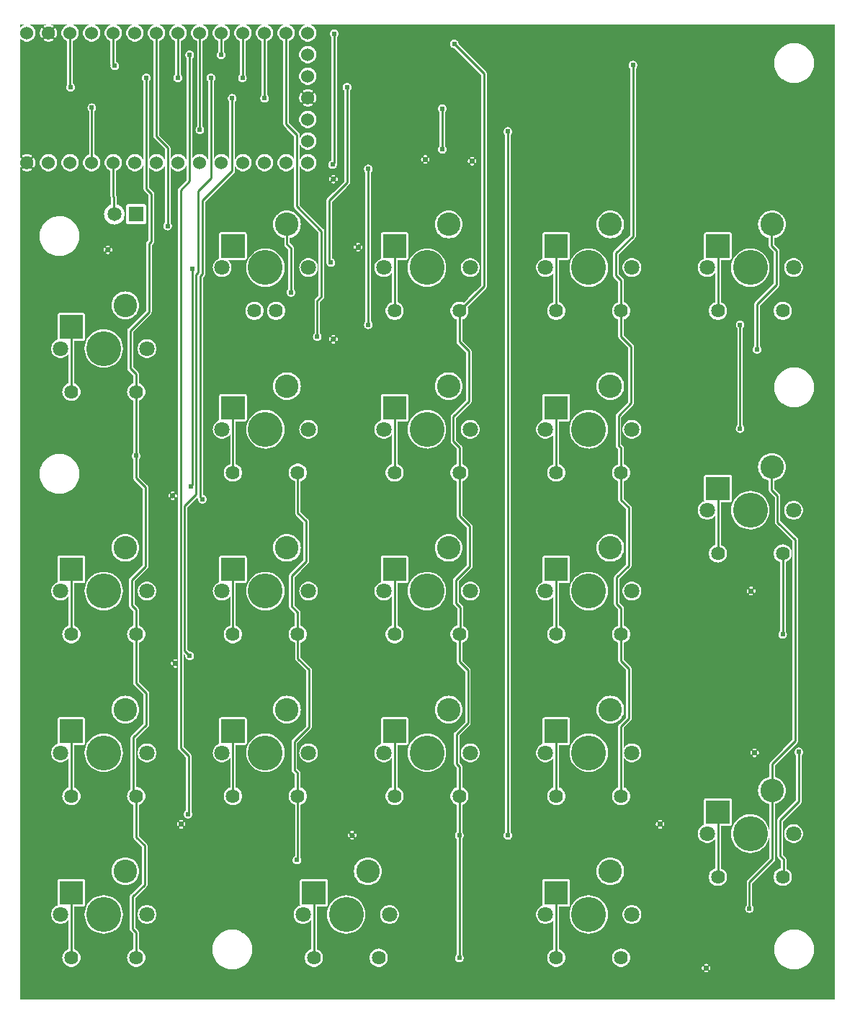
<source format=gbr>
G04 start of page 4 for group 5 idx 5 *
G04 Title: SFT-HW-0023, bottom *
G04 Creator: pcb 20110918 *
G04 CreationDate: Fri 17 Apr 2015 10:20:38 PM GMT UTC *
G04 For: tgack *
G04 Format: Gerber/RS-274X *
G04 PCB-Dimensions: 380630 455118 *
G04 PCB-Coordinate-Origin: lower left *
%MOIN*%
%FSLAX25Y25*%
%LNBOTTOM*%
%ADD61C,0.1575*%
%ADD60C,0.1440*%
%ADD59C,0.0430*%
%ADD58C,0.0400*%
%ADD57C,0.0669*%
%ADD56C,0.0350*%
%ADD55C,0.0120*%
%ADD54C,0.0240*%
%ADD53C,0.1615*%
%ADD52C,0.0650*%
%ADD51C,0.0640*%
%ADD50C,0.1080*%
%ADD49C,0.0709*%
%ADD48C,0.0600*%
%ADD47C,0.0100*%
%ADD46C,0.0001*%
G54D46*G36*
X131815Y156503D02*X134133Y154186D01*
Y128491D01*
X131815Y126174D01*
Y156503D01*
G37*
G36*
Y223826D02*X132952Y222690D01*
Y205262D01*
X131815Y204126D01*
Y223826D01*
G37*
G36*
X348535Y92453D02*X348700Y92414D01*
Y67467D01*
X348535Y67303D01*
Y77263D01*
X348556Y77348D01*
X348638Y78740D01*
X348556Y80132D01*
X348535Y80217D01*
Y92453D01*
G37*
G36*
X354758Y218601D02*X359330Y214029D01*
Y122192D01*
X354758Y117619D01*
Y168862D01*
X355038Y168885D01*
X355344Y168958D01*
X355635Y169078D01*
X355903Y169243D01*
X356143Y169447D01*
X356347Y169687D01*
X356512Y169955D01*
X356632Y170246D01*
X356705Y170552D01*
X356724Y170866D01*
X356705Y171180D01*
X356632Y171486D01*
X356512Y171777D01*
X356347Y172045D01*
X356143Y172285D01*
X356064Y172352D01*
Y204339D01*
X356066Y204339D01*
X356677Y204592D01*
X357240Y204938D01*
X357743Y205367D01*
X358172Y205870D01*
X358518Y206433D01*
X358771Y207044D01*
X358925Y207687D01*
X358964Y208346D01*
X358925Y209005D01*
X358771Y209648D01*
X358518Y210259D01*
X358172Y210822D01*
X357743Y211325D01*
X357240Y211754D01*
X356677Y212100D01*
X356066Y212353D01*
X355423Y212507D01*
X354764Y212559D01*
X354758Y212558D01*
Y218601D01*
G37*
G36*
X348535Y237054D02*X348551Y237029D01*
X348551Y237028D01*
X348684Y236873D01*
X348723Y236840D01*
X351062Y234501D01*
Y222886D01*
X351058Y222835D01*
X351074Y222631D01*
X351074Y222631D01*
X351122Y222432D01*
X351200Y222243D01*
X351241Y222177D01*
X351307Y222069D01*
X351307Y222068D01*
X351440Y221913D01*
X351479Y221880D01*
X354758Y218601D01*
Y212558D01*
X354105Y212507D01*
X353462Y212353D01*
X352851Y212100D01*
X352288Y211754D01*
X351785Y211325D01*
X351356Y210822D01*
X351010Y210259D01*
X350757Y209648D01*
X350603Y209005D01*
X350551Y208346D01*
X350603Y207687D01*
X350757Y207044D01*
X351010Y206433D01*
X351356Y205870D01*
X351785Y205367D01*
X352288Y204938D01*
X352851Y204592D01*
X353462Y204339D01*
X353464Y204339D01*
Y172420D01*
X353305Y172285D01*
X353101Y172045D01*
X352936Y171777D01*
X352816Y171486D01*
X352743Y171180D01*
X352718Y170866D01*
X352743Y170552D01*
X352816Y170246D01*
X352936Y169955D01*
X353101Y169687D01*
X353305Y169447D01*
X353545Y169243D01*
X353813Y169078D01*
X354104Y168958D01*
X354410Y168885D01*
X354724Y168860D01*
X354758Y168862D01*
Y117619D01*
X349117Y111979D01*
X349078Y111946D01*
X348945Y111790D01*
X348838Y111616D01*
X348768Y111446D01*
X348760Y111427D01*
Y111427D01*
X348760Y111427D01*
X348712Y111228D01*
X348712Y111227D01*
X348696Y111024D01*
X348700Y110973D01*
Y105066D01*
X348535Y105027D01*
Y226869D01*
X348556Y226954D01*
X348638Y228346D01*
X348556Y229738D01*
X348535Y229823D01*
Y237054D01*
G37*
G36*
Y350046D02*X348551Y350021D01*
X348551Y350020D01*
X348551Y350020D01*
X348552Y350019D01*
X348684Y349865D01*
X348723Y349832D01*
X350669Y347886D01*
Y333216D01*
X348535Y331082D01*
Y339074D01*
X348556Y339159D01*
X348638Y340551D01*
X348556Y341943D01*
X348535Y342028D01*
Y350046D01*
G37*
G36*
X359757Y453149D02*X378740D01*
Y1968D01*
X359757D01*
Y15940D01*
X360000Y15921D01*
X361439Y16034D01*
X362842Y16371D01*
X364175Y16924D01*
X365406Y17678D01*
X366503Y18615D01*
X367440Y19712D01*
X368194Y20943D01*
X368747Y22276D01*
X369084Y23679D01*
X369168Y25118D01*
X369084Y26557D01*
X368747Y27960D01*
X368194Y29293D01*
X367440Y30524D01*
X366503Y31621D01*
X365406Y32558D01*
X364175Y33312D01*
X362842Y33865D01*
X361439Y34202D01*
X360000Y34315D01*
X359757Y34296D01*
Y74381D01*
X359764Y74380D01*
X360446Y74434D01*
X361111Y74593D01*
X361743Y74855D01*
X362327Y75213D01*
X362847Y75657D01*
X363291Y76177D01*
X363649Y76761D01*
X363911Y77393D01*
X364070Y78058D01*
X364110Y78740D01*
X364070Y79422D01*
X363911Y80087D01*
X363649Y80719D01*
X363291Y81303D01*
X362847Y81823D01*
X362327Y82267D01*
X361743Y82625D01*
X361111Y82887D01*
X360446Y83046D01*
X359764Y83100D01*
X359757Y83099D01*
Y89415D01*
X363088Y92746D01*
X363127Y92779D01*
X363260Y92934D01*
X363260Y92935D01*
X363367Y93109D01*
X363445Y93298D01*
X363493Y93497D01*
X363509Y93701D01*
X363505Y93752D01*
Y115015D01*
X363624Y115116D01*
X363828Y115356D01*
X363993Y115624D01*
X364113Y115915D01*
X364186Y116221D01*
X364205Y116535D01*
X364186Y116849D01*
X364113Y117155D01*
X363993Y117446D01*
X363828Y117714D01*
X363624Y117954D01*
X363384Y118158D01*
X363116Y118323D01*
X362825Y118443D01*
X362519Y118516D01*
X362205Y118541D01*
X361891Y118516D01*
X361585Y118443D01*
X361294Y118323D01*
X361026Y118158D01*
X360786Y117954D01*
X360582Y117714D01*
X360417Y117446D01*
X360297Y117155D01*
X360224Y116849D01*
X360199Y116535D01*
X360224Y116221D01*
X360297Y115915D01*
X360417Y115624D01*
X360582Y115356D01*
X360786Y115116D01*
X360905Y115015D01*
Y94239D01*
X359757Y93092D01*
Y118942D01*
X361513Y120698D01*
X361552Y120731D01*
X361685Y120886D01*
X361685Y120886D01*
X361685Y120887D01*
X361686Y120889D01*
X361792Y121061D01*
X361792Y121061D01*
X361792Y121061D01*
X361796Y121072D01*
X361870Y121250D01*
X361918Y121449D01*
X361934Y121653D01*
X361930Y121704D01*
Y214516D01*
X361934Y214567D01*
X361918Y214771D01*
X361918Y214771D01*
X361882Y214922D01*
X361870Y214970D01*
X361838Y215048D01*
X361792Y215159D01*
X361750Y215227D01*
X361685Y215333D01*
X361685Y215334D01*
X361552Y215489D01*
X361513Y215522D01*
X359757Y217278D01*
Y223987D01*
X359764Y223986D01*
X360446Y224040D01*
X361111Y224199D01*
X361743Y224461D01*
X362327Y224819D01*
X362847Y225263D01*
X363291Y225783D01*
X363649Y226367D01*
X363911Y226999D01*
X364070Y227664D01*
X364110Y228346D01*
X364070Y229028D01*
X363911Y229693D01*
X363649Y230325D01*
X363291Y230909D01*
X362847Y231429D01*
X362327Y231873D01*
X361743Y232231D01*
X361111Y232493D01*
X360446Y232652D01*
X359764Y232706D01*
X359757Y232705D01*
Y275940D01*
X360000Y275921D01*
X361439Y276034D01*
X362842Y276371D01*
X364175Y276924D01*
X365406Y277678D01*
X366503Y278615D01*
X367440Y279712D01*
X368194Y280943D01*
X368747Y282276D01*
X369084Y283679D01*
X369168Y285118D01*
X369084Y286557D01*
X368747Y287960D01*
X368194Y289293D01*
X367440Y290524D01*
X366503Y291621D01*
X365406Y292558D01*
X364175Y293312D01*
X362842Y293865D01*
X361439Y294202D01*
X360000Y294315D01*
X359757Y294296D01*
Y336192D01*
X359764Y336191D01*
X360446Y336245D01*
X361111Y336404D01*
X361743Y336666D01*
X362327Y337024D01*
X362847Y337468D01*
X363291Y337988D01*
X363649Y338572D01*
X363911Y339204D01*
X364070Y339869D01*
X364110Y340551D01*
X364070Y341233D01*
X363911Y341898D01*
X363649Y342530D01*
X363291Y343114D01*
X362847Y343634D01*
X362327Y344078D01*
X361743Y344436D01*
X361111Y344698D01*
X360446Y344857D01*
X359764Y344911D01*
X359757Y344910D01*
Y425940D01*
X360000Y425921D01*
X361439Y426034D01*
X362842Y426371D01*
X364175Y426924D01*
X365406Y427678D01*
X366503Y428615D01*
X367440Y429712D01*
X368194Y430943D01*
X368747Y432276D01*
X369084Y433679D01*
X369168Y435118D01*
X369084Y436557D01*
X368747Y437960D01*
X368194Y439293D01*
X367440Y440524D01*
X366503Y441621D01*
X365406Y442558D01*
X364175Y443312D01*
X362842Y443865D01*
X361439Y444202D01*
X360000Y444315D01*
X359757Y444296D01*
Y453149D01*
G37*
G36*
Y1968D02*X348535D01*
Y63626D01*
X350883Y65974D01*
X350922Y66007D01*
X351055Y66162D01*
X351055Y66163D01*
X351162Y66337D01*
X351240Y66526D01*
X351288Y66725D01*
X351304Y66929D01*
X351300Y66980D01*
Y92527D01*
X351748Y92634D01*
X352678Y93020D01*
X353537Y93546D01*
X354303Y94201D01*
X354958Y94967D01*
X355484Y95826D01*
X355870Y96756D01*
X356105Y97736D01*
X356164Y98740D01*
X356105Y99744D01*
X355870Y100724D01*
X355484Y101654D01*
X354958Y102513D01*
X354303Y103279D01*
X353537Y103934D01*
X352678Y104460D01*
X351748Y104846D01*
X351300Y104953D01*
Y110485D01*
X359757Y118942D01*
Y93092D01*
X352660Y85994D01*
X352621Y85961D01*
X352488Y85805D01*
X352381Y85631D01*
X352303Y85442D01*
X352255Y85243D01*
X352255Y85243D01*
X352239Y85039D01*
X352243Y84988D01*
Y68555D01*
X352239Y68504D01*
X352255Y68300D01*
Y68300D01*
X352267Y68252D01*
X352303Y68101D01*
X352381Y67912D01*
X352488Y67738D01*
X352488Y67737D01*
X352621Y67582D01*
X352660Y67549D01*
X353818Y66391D01*
Y62832D01*
X353462Y62747D01*
X352851Y62494D01*
X352288Y62148D01*
X351785Y61719D01*
X351356Y61216D01*
X351010Y60653D01*
X350757Y60042D01*
X350603Y59399D01*
X350551Y58740D01*
X350603Y58081D01*
X350757Y57438D01*
X351010Y56827D01*
X351356Y56264D01*
X351785Y55761D01*
X352288Y55332D01*
X352851Y54986D01*
X353462Y54733D01*
X354105Y54579D01*
X354764Y54527D01*
X355423Y54579D01*
X356066Y54733D01*
X356677Y54986D01*
X357240Y55332D01*
X357743Y55761D01*
X358172Y56264D01*
X358518Y56827D01*
X358771Y57438D01*
X358925Y58081D01*
X358964Y58740D01*
X358925Y59399D01*
X358771Y60042D01*
X358518Y60653D01*
X358172Y61216D01*
X357743Y61719D01*
X357240Y62148D01*
X356677Y62494D01*
X356418Y62601D01*
Y66878D01*
X356422Y66929D01*
X356406Y67133D01*
X356406Y67133D01*
X356358Y67332D01*
X356280Y67521D01*
X356173Y67695D01*
X356040Y67851D01*
X356001Y67884D01*
X354843Y69042D01*
Y84501D01*
X359757Y89415D01*
Y83099D01*
X359082Y83046D01*
X358417Y82887D01*
X357785Y82625D01*
X357201Y82267D01*
X356681Y81823D01*
X356237Y81303D01*
X355879Y80719D01*
X355617Y80087D01*
X355458Y79422D01*
X355404Y78740D01*
X355458Y78058D01*
X355617Y77393D01*
X355879Y76761D01*
X356237Y76177D01*
X356681Y75657D01*
X357201Y75213D01*
X357785Y74855D01*
X358417Y74593D01*
X359082Y74434D01*
X359757Y74381D01*
Y34296D01*
X358561Y34202D01*
X357158Y33865D01*
X355825Y33312D01*
X354594Y32558D01*
X353497Y31621D01*
X352560Y30524D01*
X351806Y29293D01*
X351253Y27960D01*
X350916Y26557D01*
X350803Y25118D01*
X350916Y23679D01*
X351253Y22276D01*
X351806Y20943D01*
X352560Y19712D01*
X353497Y18615D01*
X354594Y17678D01*
X355825Y16924D01*
X357158Y16371D01*
X358561Y16034D01*
X359757Y15940D01*
Y1968D01*
G37*
G36*
X354758Y277578D02*X355825Y276924D01*
X357158Y276371D01*
X358561Y276034D01*
X359757Y275940D01*
Y232705D01*
X359082Y232652D01*
X358417Y232493D01*
X357785Y232231D01*
X357201Y231873D01*
X356681Y231429D01*
X356237Y230909D01*
X355879Y230325D01*
X355617Y229693D01*
X355458Y229028D01*
X355404Y228346D01*
X355458Y227664D01*
X355617Y226999D01*
X355879Y226367D01*
X356237Y225783D01*
X356681Y225263D01*
X357201Y224819D01*
X357785Y224461D01*
X358417Y224199D01*
X359082Y224040D01*
X359757Y223987D01*
Y217278D01*
X354758Y222278D01*
Y244338D01*
X354958Y244573D01*
X355484Y245432D01*
X355870Y246362D01*
X356105Y247342D01*
X356164Y248346D01*
X356105Y249350D01*
X355870Y250330D01*
X355484Y251260D01*
X354958Y252119D01*
X354758Y252354D01*
Y277578D01*
G37*
G36*
Y427578D02*X355825Y426924D01*
X357158Y426371D01*
X358561Y426034D01*
X359757Y425940D01*
Y344910D01*
X359082Y344857D01*
X358417Y344698D01*
X357785Y344436D01*
X357201Y344078D01*
X356681Y343634D01*
X356237Y343114D01*
X355879Y342530D01*
X355617Y341898D01*
X355458Y341233D01*
X355404Y340551D01*
X355458Y339869D01*
X355617Y339204D01*
X355879Y338572D01*
X356237Y337988D01*
X356681Y337468D01*
X357201Y337024D01*
X357785Y336666D01*
X358417Y336404D01*
X359082Y336245D01*
X359757Y336192D01*
Y294296D01*
X358561Y294202D01*
X357158Y293865D01*
X355825Y293312D01*
X354758Y292658D01*
Y316339D01*
X354764Y316338D01*
X355423Y316390D01*
X356066Y316544D01*
X356677Y316797D01*
X357240Y317143D01*
X357743Y317572D01*
X358172Y318075D01*
X358518Y318638D01*
X358771Y319249D01*
X358925Y319892D01*
X358964Y320551D01*
X358925Y321210D01*
X358771Y321853D01*
X358518Y322464D01*
X358172Y323027D01*
X357743Y323530D01*
X357240Y323959D01*
X356677Y324305D01*
X356066Y324558D01*
X355423Y324712D01*
X354764Y324764D01*
X354758Y324763D01*
Y356543D01*
X354958Y356778D01*
X355484Y357636D01*
X355870Y358567D01*
X356105Y359547D01*
X356164Y360551D01*
X356105Y361555D01*
X355870Y362535D01*
X355484Y363466D01*
X354958Y364324D01*
X354758Y364559D01*
Y427578D01*
G37*
G36*
Y453149D02*X359757D01*
Y444296D01*
X358561Y444202D01*
X357158Y443865D01*
X355825Y443312D01*
X354758Y442658D01*
Y453149D01*
G37*
G36*
Y222278D02*X353662Y223373D01*
Y234988D01*
X353666Y235039D01*
X353650Y235243D01*
X353650Y235243D01*
X353602Y235442D01*
X353524Y235631D01*
X353417Y235805D01*
X353284Y235961D01*
X353245Y235994D01*
X350906Y238333D01*
Y242038D01*
X351748Y242240D01*
X352678Y242626D01*
X353537Y243152D01*
X354303Y243807D01*
X354758Y244338D01*
Y222278D01*
G37*
G36*
Y292658D02*X354594Y292558D01*
X353497Y291621D01*
X352560Y290524D01*
X351806Y289293D01*
X351253Y287960D01*
X350916Y286557D01*
X350803Y285118D01*
X350916Y283679D01*
X351253Y282276D01*
X351806Y280943D01*
X352560Y279712D01*
X353497Y278615D01*
X354594Y277678D01*
X354758Y277578D01*
Y252354D01*
X354303Y252885D01*
X353537Y253540D01*
X352678Y254066D01*
X351748Y254452D01*
X350768Y254687D01*
X349764Y254766D01*
X348760Y254687D01*
X348535Y254633D01*
Y327405D01*
X352852Y331722D01*
X352891Y331755D01*
X353024Y331910D01*
X353024Y331910D01*
X353024Y331911D01*
X353024Y331911D01*
X353032Y331923D01*
X353131Y332085D01*
X353131Y332085D01*
X353131Y332085D01*
X353153Y332138D01*
X353209Y332274D01*
X353209Y332274D01*
X353209Y332274D01*
X353225Y332341D01*
X353257Y332473D01*
X353257Y332473D01*
X353257Y332473D01*
X353257Y332473D01*
X353273Y332677D01*
X353269Y332728D01*
Y348374D01*
X353273Y348425D01*
X353257Y348628D01*
X353257Y348629D01*
X353257Y348629D01*
X353257Y348629D01*
X353235Y348721D01*
X353209Y348828D01*
X353209Y348828D01*
X353209Y348828D01*
X353172Y348917D01*
X353131Y349017D01*
X353131Y349017D01*
X353131Y349017D01*
X353083Y349094D01*
X353024Y349191D01*
X353024Y349192D01*
X353024Y349192D01*
X353023Y349192D01*
X352891Y349347D01*
X352852Y349380D01*
X350906Y351326D01*
Y354243D01*
X351748Y354445D01*
X352678Y354831D01*
X353537Y355357D01*
X354303Y356012D01*
X354758Y356543D01*
Y324763D01*
X354105Y324712D01*
X353462Y324558D01*
X352851Y324305D01*
X352288Y323959D01*
X351785Y323530D01*
X351356Y323027D01*
X351010Y322464D01*
X350757Y321853D01*
X350603Y321210D01*
X350551Y320551D01*
X350603Y319892D01*
X350757Y319249D01*
X351010Y318638D01*
X351356Y318075D01*
X351785Y317572D01*
X352288Y317143D01*
X352851Y316797D01*
X353462Y316544D01*
X354105Y316390D01*
X354758Y316339D01*
Y292658D01*
G37*
G36*
X348535Y453149D02*X354758D01*
Y442658D01*
X354594Y442558D01*
X353497Y441621D01*
X352560Y440524D01*
X351806Y439293D01*
X351253Y437960D01*
X350916Y436557D01*
X350803Y435118D01*
X350916Y433679D01*
X351253Y432276D01*
X351806Y430943D01*
X352560Y429712D01*
X353497Y428615D01*
X354594Y427678D01*
X354758Y427578D01*
Y364559D01*
X354303Y365090D01*
X353537Y365745D01*
X352678Y366271D01*
X351748Y366657D01*
X350768Y366892D01*
X349764Y366971D01*
X348760Y366892D01*
X348535Y366838D01*
Y453149D01*
G37*
G36*
X323284Y225775D02*X323291Y225783D01*
X323464Y226065D01*
Y212353D01*
X323462Y212353D01*
X323284Y212279D01*
Y225775D01*
G37*
G36*
Y76169D02*X323291Y76177D01*
X323464Y76459D01*
Y62747D01*
X323462Y62747D01*
X323284Y62673D01*
Y76169D01*
G37*
G36*
Y337980D02*X323291Y337988D01*
X323464Y338270D01*
Y324558D01*
X323462Y324558D01*
X323284Y324484D01*
Y337980D01*
G37*
G36*
X335036Y71230D02*X335723Y70809D01*
X337013Y70274D01*
X338372Y69948D01*
X339764Y69839D01*
X341156Y69948D01*
X342515Y70274D01*
X343805Y70809D01*
X344996Y71539D01*
X346058Y72446D01*
X346965Y73508D01*
X347695Y74699D01*
X348230Y75989D01*
X348535Y77263D01*
Y67303D01*
X338487Y57254D01*
X338448Y57221D01*
X338315Y57065D01*
X338208Y56891D01*
X338130Y56702D01*
X338082Y56503D01*
X338082Y56503D01*
X338066Y56299D01*
X338070Y56248D01*
Y45614D01*
X337951Y45513D01*
X337747Y45273D01*
X337582Y45005D01*
X337462Y44714D01*
X337389Y44408D01*
X337364Y44094D01*
X337389Y43780D01*
X337462Y43474D01*
X337582Y43183D01*
X337747Y42915D01*
X337951Y42675D01*
X338191Y42471D01*
X338459Y42306D01*
X338750Y42186D01*
X339056Y42113D01*
X339370Y42088D01*
X339684Y42113D01*
X339990Y42186D01*
X340281Y42306D01*
X340549Y42471D01*
X340789Y42675D01*
X340993Y42915D01*
X341158Y43183D01*
X341278Y43474D01*
X341351Y43780D01*
X341370Y44094D01*
X341351Y44408D01*
X341278Y44714D01*
X341158Y45005D01*
X340993Y45273D01*
X340789Y45513D01*
X340670Y45614D01*
Y55761D01*
X348535Y63626D01*
Y1968D01*
X335036D01*
Y71230D01*
G37*
G36*
X343300Y220205D02*X343805Y220415D01*
X344996Y221145D01*
X346058Y222052D01*
X346965Y223114D01*
X347695Y224305D01*
X348230Y225595D01*
X348535Y226869D01*
Y105027D01*
X347780Y104846D01*
X346850Y104460D01*
X345991Y103934D01*
X345225Y103279D01*
X344570Y102513D01*
X344044Y101654D01*
X343658Y100724D01*
X343423Y99744D01*
X343344Y98740D01*
X343423Y97736D01*
X343658Y96756D01*
X344044Y95826D01*
X344570Y94967D01*
X345225Y94201D01*
X345991Y93546D01*
X346850Y93020D01*
X347780Y92634D01*
X348535Y92453D01*
Y80217D01*
X348230Y81491D01*
X347695Y82781D01*
X346965Y83972D01*
X346058Y85034D01*
X344996Y85941D01*
X343805Y86671D01*
X343300Y86881D01*
Y115293D01*
X343341Y115297D01*
X343402Y115314D01*
X343460Y115339D01*
X343512Y115374D01*
X343559Y115416D01*
X343599Y115465D01*
X343630Y115520D01*
X343651Y115579D01*
X343698Y115763D01*
X343725Y115952D01*
X343734Y116142D01*
X343725Y116332D01*
X343698Y116521D01*
X343653Y116706D01*
X343631Y116765D01*
X343600Y116820D01*
X343560Y116869D01*
X343513Y116911D01*
X343460Y116946D01*
X343403Y116972D01*
X343342Y116988D01*
X343300Y116993D01*
Y220205D01*
G37*
G36*
X341733Y219693D02*X342515Y219880D01*
X343300Y220205D01*
Y116993D01*
X343279Y116995D01*
X343216Y116992D01*
X343154Y116979D01*
X343095Y116956D01*
X343040Y116925D01*
X342991Y116885D01*
X342949Y116838D01*
X342914Y116785D01*
X342888Y116728D01*
X342872Y116667D01*
X342865Y116604D01*
X342868Y116541D01*
X342882Y116479D01*
X342910Y116369D01*
X342927Y116256D01*
X342932Y116142D01*
X342927Y116028D01*
X342910Y115915D01*
X342883Y115804D01*
X342869Y115743D01*
X342866Y115680D01*
X342873Y115617D01*
X342889Y115557D01*
X342915Y115499D01*
X342950Y115446D01*
X342992Y115400D01*
X343041Y115360D01*
X343095Y115329D01*
X343154Y115307D01*
X343216Y115294D01*
X343279Y115290D01*
X343300Y115293D01*
Y86881D01*
X342515Y87206D01*
X341733Y87393D01*
Y114140D01*
X341922Y114149D01*
X342111Y114176D01*
X342296Y114221D01*
X342355Y114243D01*
X342410Y114274D01*
X342459Y114314D01*
X342501Y114361D01*
X342536Y114414D01*
X342562Y114471D01*
X342578Y114532D01*
X342585Y114595D01*
X342582Y114658D01*
X342569Y114720D01*
X342546Y114779D01*
X342515Y114834D01*
X342475Y114883D01*
X342428Y114925D01*
X342375Y114960D01*
X342318Y114986D01*
X342257Y115002D01*
X342194Y115009D01*
X342131Y115006D01*
X342069Y114992D01*
X341959Y114964D01*
X341846Y114947D01*
X341733Y114942D01*
Y117342D01*
X341846Y117337D01*
X341959Y117320D01*
X342070Y117293D01*
X342131Y117279D01*
X342194Y117276D01*
X342257Y117283D01*
X342317Y117299D01*
X342375Y117325D01*
X342428Y117360D01*
X342474Y117402D01*
X342514Y117451D01*
X342545Y117505D01*
X342567Y117564D01*
X342580Y117626D01*
X342584Y117689D01*
X342577Y117751D01*
X342560Y117812D01*
X342535Y117870D01*
X342500Y117922D01*
X342458Y117969D01*
X342409Y118009D01*
X342354Y118040D01*
X342295Y118061D01*
X342111Y118108D01*
X341922Y118135D01*
X341733Y118144D01*
Y190097D01*
X341766Y190100D01*
X341827Y190117D01*
X341885Y190142D01*
X341937Y190177D01*
X341984Y190219D01*
X342024Y190268D01*
X342055Y190323D01*
X342076Y190382D01*
X342123Y190566D01*
X342150Y190755D01*
X342159Y190945D01*
X342150Y191135D01*
X342123Y191324D01*
X342078Y191509D01*
X342056Y191568D01*
X342025Y191623D01*
X341985Y191672D01*
X341938Y191714D01*
X341885Y191749D01*
X341828Y191775D01*
X341767Y191791D01*
X341733Y191795D01*
Y219693D01*
G37*
G36*
X340164Y219476D02*X341156Y219554D01*
X341733Y219693D01*
Y191795D01*
X341704Y191798D01*
X341641Y191795D01*
X341579Y191782D01*
X341520Y191759D01*
X341465Y191728D01*
X341416Y191688D01*
X341374Y191641D01*
X341339Y191588D01*
X341313Y191531D01*
X341297Y191470D01*
X341290Y191407D01*
X341293Y191344D01*
X341307Y191282D01*
X341335Y191172D01*
X341352Y191059D01*
X341357Y190945D01*
X341352Y190831D01*
X341335Y190718D01*
X341308Y190607D01*
X341294Y190546D01*
X341291Y190483D01*
X341298Y190420D01*
X341314Y190360D01*
X341340Y190302D01*
X341375Y190249D01*
X341417Y190203D01*
X341466Y190163D01*
X341520Y190132D01*
X341579Y190110D01*
X341641Y190097D01*
X341704Y190093D01*
X341733Y190097D01*
Y118144D01*
X341732Y118144D01*
X341542Y118135D01*
X341353Y118108D01*
X341168Y118063D01*
X341109Y118041D01*
X341054Y118010D01*
X341005Y117970D01*
X340963Y117923D01*
X340928Y117870D01*
X340902Y117813D01*
X340886Y117752D01*
X340879Y117689D01*
X340882Y117626D01*
X340895Y117564D01*
X340918Y117505D01*
X340949Y117450D01*
X340989Y117401D01*
X341036Y117359D01*
X341089Y117324D01*
X341146Y117298D01*
X341207Y117282D01*
X341270Y117275D01*
X341333Y117278D01*
X341395Y117292D01*
X341505Y117320D01*
X341618Y117337D01*
X341732Y117342D01*
X341733Y117342D01*
Y114942D01*
X341732Y114942D01*
X341618Y114947D01*
X341505Y114964D01*
X341394Y114991D01*
X341333Y115005D01*
X341270Y115008D01*
X341207Y115001D01*
X341147Y114985D01*
X341089Y114959D01*
X341036Y114924D01*
X340990Y114882D01*
X340950Y114833D01*
X340919Y114779D01*
X340897Y114720D01*
X340884Y114658D01*
X340880Y114595D01*
X340887Y114533D01*
X340904Y114472D01*
X340929Y114414D01*
X340964Y114362D01*
X341006Y114315D01*
X341055Y114275D01*
X341110Y114244D01*
X341169Y114223D01*
X341353Y114176D01*
X341542Y114149D01*
X341732Y114140D01*
X341733Y114140D01*
Y87393D01*
X341156Y87532D01*
X340164Y87610D01*
Y115291D01*
X340185Y115289D01*
X340248Y115292D01*
X340310Y115305D01*
X340369Y115328D01*
X340424Y115359D01*
X340473Y115399D01*
X340515Y115446D01*
X340550Y115499D01*
X340576Y115556D01*
X340592Y115617D01*
X340599Y115680D01*
X340596Y115743D01*
X340582Y115805D01*
X340554Y115915D01*
X340537Y116028D01*
X340532Y116142D01*
X340537Y116256D01*
X340554Y116369D01*
X340581Y116480D01*
X340595Y116541D01*
X340598Y116604D01*
X340591Y116667D01*
X340575Y116727D01*
X340549Y116785D01*
X340514Y116838D01*
X340472Y116884D01*
X340423Y116924D01*
X340369Y116955D01*
X340310Y116977D01*
X340248Y116990D01*
X340185Y116994D01*
X340164Y116991D01*
Y188943D01*
X340347Y188952D01*
X340536Y188979D01*
X340721Y189024D01*
X340780Y189046D01*
X340835Y189077D01*
X340884Y189117D01*
X340926Y189164D01*
X340961Y189217D01*
X340987Y189274D01*
X341003Y189335D01*
X341010Y189398D01*
X341007Y189461D01*
X340994Y189523D01*
X340971Y189582D01*
X340940Y189637D01*
X340900Y189686D01*
X340853Y189728D01*
X340800Y189763D01*
X340743Y189789D01*
X340682Y189805D01*
X340619Y189812D01*
X340556Y189809D01*
X340494Y189795D01*
X340384Y189767D01*
X340271Y189750D01*
X340164Y189745D01*
Y192145D01*
X340271Y192140D01*
X340384Y192123D01*
X340495Y192096D01*
X340556Y192082D01*
X340619Y192079D01*
X340682Y192086D01*
X340742Y192102D01*
X340800Y192128D01*
X340853Y192163D01*
X340899Y192205D01*
X340939Y192254D01*
X340970Y192308D01*
X340992Y192367D01*
X341005Y192429D01*
X341009Y192492D01*
X341002Y192554D01*
X340985Y192615D01*
X340960Y192673D01*
X340925Y192725D01*
X340883Y192772D01*
X340834Y192812D01*
X340779Y192843D01*
X340720Y192864D01*
X340536Y192911D01*
X340347Y192938D01*
X340164Y192947D01*
Y219476D01*
G37*
G36*
X338589Y219537D02*X339764Y219445D01*
X340164Y219476D01*
Y192947D01*
X340157Y192947D01*
X339967Y192938D01*
X339778Y192911D01*
X339593Y192866D01*
X339534Y192844D01*
X339479Y192813D01*
X339430Y192773D01*
X339388Y192726D01*
X339353Y192673D01*
X339327Y192616D01*
X339311Y192555D01*
X339304Y192492D01*
X339307Y192429D01*
X339320Y192367D01*
X339343Y192308D01*
X339374Y192253D01*
X339414Y192204D01*
X339461Y192162D01*
X339514Y192127D01*
X339571Y192101D01*
X339632Y192085D01*
X339695Y192078D01*
X339758Y192081D01*
X339820Y192095D01*
X339930Y192123D01*
X340043Y192140D01*
X340157Y192145D01*
X340164Y192145D01*
Y189745D01*
X340157Y189745D01*
X340043Y189750D01*
X339930Y189767D01*
X339819Y189794D01*
X339758Y189808D01*
X339695Y189811D01*
X339632Y189804D01*
X339572Y189788D01*
X339514Y189762D01*
X339461Y189727D01*
X339415Y189685D01*
X339375Y189636D01*
X339344Y189582D01*
X339322Y189523D01*
X339309Y189461D01*
X339305Y189398D01*
X339312Y189336D01*
X339329Y189275D01*
X339354Y189217D01*
X339389Y189165D01*
X339431Y189118D01*
X339480Y189078D01*
X339535Y189047D01*
X339594Y189026D01*
X339778Y188979D01*
X339967Y188952D01*
X340157Y188943D01*
X340164Y188943D01*
Y116991D01*
X340123Y116987D01*
X340062Y116970D01*
X340004Y116945D01*
X339952Y116910D01*
X339905Y116868D01*
X339865Y116819D01*
X339834Y116764D01*
X339813Y116705D01*
X339766Y116521D01*
X339739Y116332D01*
X339730Y116142D01*
X339739Y115952D01*
X339766Y115763D01*
X339811Y115578D01*
X339833Y115519D01*
X339864Y115464D01*
X339904Y115415D01*
X339951Y115373D01*
X340004Y115338D01*
X340061Y115312D01*
X340122Y115296D01*
X340164Y115291D01*
Y87610D01*
X339764Y87641D01*
X338589Y87549D01*
Y190094D01*
X338610Y190092D01*
X338673Y190095D01*
X338735Y190108D01*
X338794Y190131D01*
X338849Y190162D01*
X338898Y190202D01*
X338940Y190249D01*
X338975Y190302D01*
X339001Y190359D01*
X339017Y190420D01*
X339024Y190483D01*
X339021Y190546D01*
X339007Y190608D01*
X338979Y190718D01*
X338962Y190831D01*
X338957Y190945D01*
X338962Y191059D01*
X338979Y191172D01*
X339006Y191283D01*
X339020Y191344D01*
X339023Y191407D01*
X339016Y191470D01*
X339000Y191530D01*
X338974Y191588D01*
X338939Y191641D01*
X338897Y191687D01*
X338848Y191727D01*
X338794Y191758D01*
X338735Y191780D01*
X338673Y191793D01*
X338610Y191797D01*
X338589Y191794D01*
Y219537D01*
G37*
G36*
X335036Y220836D02*X335723Y220415D01*
X337013Y219880D01*
X338372Y219554D01*
X338589Y219537D01*
Y191794D01*
X338548Y191790D01*
X338487Y191773D01*
X338429Y191748D01*
X338377Y191713D01*
X338330Y191671D01*
X338290Y191622D01*
X338259Y191567D01*
X338238Y191508D01*
X338191Y191324D01*
X338164Y191135D01*
X338155Y190945D01*
X338164Y190755D01*
X338191Y190566D01*
X338236Y190381D01*
X338258Y190322D01*
X338289Y190267D01*
X338329Y190218D01*
X338376Y190176D01*
X338429Y190141D01*
X338486Y190115D01*
X338547Y190099D01*
X338589Y190094D01*
Y87549D01*
X338372Y87532D01*
X337013Y87206D01*
X335723Y86671D01*
X335036Y86250D01*
Y220836D01*
G37*
G36*
Y333041D02*X335723Y332620D01*
X337013Y332085D01*
X338372Y331759D01*
X339764Y331650D01*
X341156Y331759D01*
X342515Y332085D01*
X343805Y332620D01*
X344996Y333350D01*
X346058Y334257D01*
X346965Y335319D01*
X347695Y336510D01*
X348230Y337800D01*
X348535Y339074D01*
Y331082D01*
X342030Y324577D01*
X341991Y324544D01*
X341858Y324389D01*
X341858Y324389D01*
X341858Y324389D01*
X341858Y324388D01*
X341784Y324268D01*
X341751Y324214D01*
X341751Y324214D01*
X341751Y324214D01*
X341697Y324083D01*
X341673Y324025D01*
X341673Y324025D01*
X341673Y324025D01*
X341632Y323855D01*
X341625Y323826D01*
Y323826D01*
X341625Y323826D01*
X341625Y323825D01*
X341609Y323622D01*
X341613Y323571D01*
Y304276D01*
X341494Y304175D01*
X341290Y303935D01*
X341125Y303667D01*
X341005Y303376D01*
X340932Y303070D01*
X340907Y302756D01*
X340932Y302442D01*
X341005Y302136D01*
X341125Y301845D01*
X341290Y301577D01*
X341494Y301337D01*
X341734Y301133D01*
X342002Y300968D01*
X342293Y300848D01*
X342599Y300775D01*
X342913Y300750D01*
X343227Y300775D01*
X343533Y300848D01*
X343824Y300968D01*
X344092Y301133D01*
X344332Y301337D01*
X344536Y301577D01*
X344701Y301845D01*
X344821Y302136D01*
X344894Y302442D01*
X344913Y302756D01*
X344894Y303070D01*
X344821Y303376D01*
X344701Y303667D01*
X344536Y303935D01*
X344332Y304175D01*
X344213Y304276D01*
Y323083D01*
X348535Y327405D01*
Y254633D01*
X347780Y254452D01*
X346850Y254066D01*
X345991Y253540D01*
X345225Y252885D01*
X344570Y252119D01*
X344044Y251260D01*
X343658Y250330D01*
X343423Y249350D01*
X343344Y248346D01*
X343423Y247342D01*
X343658Y246362D01*
X344044Y245432D01*
X344570Y244573D01*
X345225Y243807D01*
X345991Y243152D01*
X346850Y242626D01*
X347780Y242240D01*
X348306Y242114D01*
Y237846D01*
X348302Y237795D01*
X348318Y237591D01*
X348318Y237591D01*
X348366Y237392D01*
X348444Y237203D01*
X348485Y237137D01*
X348535Y237054D01*
Y229823D01*
X348230Y231097D01*
X347695Y232387D01*
X346965Y233578D01*
X346058Y234640D01*
X344996Y235547D01*
X343805Y236277D01*
X342515Y236812D01*
X341156Y237138D01*
X339764Y237247D01*
X338372Y237138D01*
X337013Y236812D01*
X335723Y236277D01*
X335036Y235856D01*
Y264136D01*
X335039Y264136D01*
X335353Y264161D01*
X335659Y264234D01*
X335950Y264354D01*
X336218Y264519D01*
X336458Y264723D01*
X336662Y264963D01*
X336827Y265231D01*
X336947Y265522D01*
X337020Y265828D01*
X337039Y266142D01*
X337020Y266456D01*
X336947Y266762D01*
X336827Y267053D01*
X336662Y267321D01*
X336458Y267561D01*
X336339Y267662D01*
Y312653D01*
X336458Y312754D01*
X336662Y312994D01*
X336827Y313262D01*
X336947Y313553D01*
X337020Y313859D01*
X337039Y314173D01*
X337020Y314487D01*
X336947Y314793D01*
X336827Y315084D01*
X336662Y315352D01*
X336458Y315592D01*
X336218Y315796D01*
X335950Y315961D01*
X335659Y316081D01*
X335353Y316154D01*
X335039Y316179D01*
X335036Y316179D01*
Y333041D01*
G37*
G36*
Y453149D02*X348535D01*
Y366838D01*
X347780Y366657D01*
X346850Y366271D01*
X345991Y365745D01*
X345225Y365090D01*
X344570Y364324D01*
X344044Y363466D01*
X343658Y362535D01*
X343423Y361555D01*
X343344Y360551D01*
X343423Y359547D01*
X343658Y358567D01*
X344044Y357636D01*
X344570Y356778D01*
X345225Y356012D01*
X345991Y355357D01*
X346850Y354831D01*
X347780Y354445D01*
X348306Y354319D01*
Y350838D01*
X348302Y350787D01*
X348318Y350584D01*
X348318Y350583D01*
X348318Y350583D01*
X348318Y350583D01*
X348347Y350461D01*
X348366Y350384D01*
X348366Y350384D01*
X348366Y350384D01*
X348415Y350265D01*
X348444Y350195D01*
X348444Y350195D01*
X348444Y350195D01*
X348510Y350088D01*
X348535Y350046D01*
Y342028D01*
X348230Y343302D01*
X347695Y344592D01*
X346965Y345783D01*
X346058Y346845D01*
X344996Y347752D01*
X343805Y348482D01*
X342515Y349017D01*
X341156Y349343D01*
X339764Y349452D01*
X338372Y349343D01*
X337013Y349017D01*
X335723Y348482D01*
X335036Y348061D01*
Y453149D01*
G37*
G36*
X323284D02*X335036D01*
Y348061D01*
X334532Y347752D01*
X333470Y346845D01*
X332563Y345783D01*
X331833Y344592D01*
X331298Y343302D01*
X330972Y341943D01*
X330863Y340551D01*
X330972Y339159D01*
X331298Y337800D01*
X331833Y336510D01*
X332563Y335319D01*
X333470Y334257D01*
X334532Y333350D01*
X335036Y333041D01*
Y316179D01*
X334725Y316154D01*
X334419Y316081D01*
X334128Y315961D01*
X333860Y315796D01*
X333620Y315592D01*
X333416Y315352D01*
X333251Y315084D01*
X333131Y314793D01*
X333058Y314487D01*
X333033Y314173D01*
X333058Y313859D01*
X333131Y313553D01*
X333251Y313262D01*
X333416Y312994D01*
X333620Y312754D01*
X333739Y312653D01*
Y267662D01*
X333620Y267561D01*
X333416Y267321D01*
X333251Y267053D01*
X333131Y266762D01*
X333058Y266456D01*
X333033Y266142D01*
X333058Y265828D01*
X333131Y265522D01*
X333251Y265231D01*
X333416Y264963D01*
X333620Y264723D01*
X333860Y264519D01*
X334128Y264354D01*
X334419Y264234D01*
X334725Y264161D01*
X335036Y264136D01*
Y235856D01*
X334532Y235547D01*
X333470Y234640D01*
X332563Y233578D01*
X331833Y232387D01*
X331298Y231097D01*
X330972Y229738D01*
X330863Y228346D01*
X330972Y226954D01*
X331298Y225595D01*
X331833Y224305D01*
X332563Y223114D01*
X333470Y222052D01*
X334532Y221145D01*
X335036Y220836D01*
Y86250D01*
X334532Y85941D01*
X333470Y85034D01*
X332563Y83972D01*
X331833Y82781D01*
X331298Y81491D01*
X330972Y80132D01*
X330863Y78740D01*
X330972Y77348D01*
X331298Y75989D01*
X331833Y74699D01*
X332563Y73508D01*
X333470Y72446D01*
X334532Y71539D01*
X335036Y71230D01*
Y1968D01*
X323284D01*
Y54807D01*
X323462Y54733D01*
X324105Y54579D01*
X324764Y54527D01*
X325423Y54579D01*
X326066Y54733D01*
X326677Y54986D01*
X327240Y55332D01*
X327743Y55761D01*
X328172Y56264D01*
X328518Y56827D01*
X328771Y57438D01*
X328925Y58081D01*
X328964Y58740D01*
X328925Y59399D01*
X328771Y60042D01*
X328518Y60653D01*
X328172Y61216D01*
X327743Y61719D01*
X327240Y62148D01*
X326677Y62494D01*
X326066Y62747D01*
X326064Y62747D01*
Y82346D01*
X330321Y82349D01*
X330474Y82386D01*
X330619Y82446D01*
X330754Y82528D01*
X330873Y82631D01*
X330976Y82750D01*
X331058Y82885D01*
X331118Y83030D01*
X331155Y83183D01*
X331164Y83340D01*
X331155Y94297D01*
X331118Y94450D01*
X331058Y94595D01*
X330976Y94730D01*
X330873Y94849D01*
X330754Y94952D01*
X330619Y95034D01*
X330474Y95094D01*
X330321Y95131D01*
X330164Y95140D01*
X323284Y95134D01*
Y204413D01*
X323462Y204339D01*
X324105Y204185D01*
X324764Y204133D01*
X325423Y204185D01*
X326066Y204339D01*
X326677Y204592D01*
X327240Y204938D01*
X327743Y205367D01*
X328172Y205870D01*
X328518Y206433D01*
X328771Y207044D01*
X328925Y207687D01*
X328964Y208346D01*
X328925Y209005D01*
X328771Y209648D01*
X328518Y210259D01*
X328172Y210822D01*
X327743Y211325D01*
X327240Y211754D01*
X326677Y212100D01*
X326066Y212353D01*
X326064Y212353D01*
Y231952D01*
X330321Y231955D01*
X330474Y231992D01*
X330619Y232052D01*
X330754Y232134D01*
X330873Y232237D01*
X330976Y232356D01*
X331058Y232491D01*
X331118Y232636D01*
X331155Y232789D01*
X331164Y232946D01*
X331155Y243903D01*
X331118Y244056D01*
X331058Y244201D01*
X330976Y244336D01*
X330873Y244455D01*
X330754Y244558D01*
X330619Y244640D01*
X330474Y244700D01*
X330321Y244737D01*
X330164Y244746D01*
X323284Y244740D01*
Y316618D01*
X323462Y316544D01*
X324105Y316390D01*
X324764Y316338D01*
X325423Y316390D01*
X326066Y316544D01*
X326677Y316797D01*
X327240Y317143D01*
X327743Y317572D01*
X328172Y318075D01*
X328518Y318638D01*
X328771Y319249D01*
X328925Y319892D01*
X328964Y320551D01*
X328925Y321210D01*
X328771Y321853D01*
X328518Y322464D01*
X328172Y323027D01*
X327743Y323530D01*
X327240Y323959D01*
X326677Y324305D01*
X326066Y324558D01*
X326064Y324558D01*
Y344157D01*
X330321Y344160D01*
X330474Y344197D01*
X330619Y344257D01*
X330754Y344339D01*
X330873Y344442D01*
X330976Y344561D01*
X331058Y344696D01*
X331118Y344841D01*
X331155Y344994D01*
X331164Y345151D01*
X331155Y356108D01*
X331118Y356261D01*
X331058Y356406D01*
X330976Y356541D01*
X330873Y356660D01*
X330754Y356763D01*
X330619Y356845D01*
X330474Y356905D01*
X330321Y356942D01*
X330164Y356951D01*
X323284Y356945D01*
Y453149D01*
G37*
G36*
X248481Y263177D02*X248488Y263185D01*
X248661Y263467D01*
Y249755D01*
X248659Y249755D01*
X248481Y249681D01*
Y263177D01*
G37*
G36*
Y188374D02*X248488Y188382D01*
X248661Y188664D01*
Y174952D01*
X248659Y174952D01*
X248481Y174878D01*
Y188374D01*
G37*
G36*
Y113571D02*X248488Y113579D01*
X248661Y113861D01*
Y100149D01*
X248659Y100149D01*
X248481Y100075D01*
Y113571D01*
G37*
G36*
Y38767D02*X248488Y38775D01*
X248661Y39057D01*
Y25345D01*
X248659Y25345D01*
X248481Y25271D01*
Y38767D01*
G37*
G36*
Y337980D02*X248488Y337988D01*
X248661Y338270D01*
Y324558D01*
X248659Y324558D01*
X248481Y324484D01*
Y337980D01*
G37*
G36*
X282528Y304217D02*X283346Y303399D01*
Y278491D01*
X282528Y277673D01*
Y304217D01*
G37*
G36*
X320859Y57194D02*X321010Y56827D01*
X321356Y56264D01*
X321785Y55761D01*
X322288Y55332D01*
X322851Y54986D01*
X323284Y54807D01*
Y1968D01*
X320859D01*
Y15686D01*
X320900Y15690D01*
X320961Y15707D01*
X321019Y15732D01*
X321071Y15767D01*
X321118Y15809D01*
X321158Y15858D01*
X321189Y15913D01*
X321210Y15972D01*
X321257Y16156D01*
X321284Y16345D01*
X321293Y16535D01*
X321284Y16725D01*
X321257Y16914D01*
X321212Y17099D01*
X321190Y17158D01*
X321159Y17213D01*
X321119Y17262D01*
X321072Y17304D01*
X321019Y17339D01*
X320962Y17365D01*
X320901Y17381D01*
X320859Y17386D01*
Y57194D01*
G37*
G36*
Y74533D02*X321111Y74593D01*
X321743Y74855D01*
X322327Y75213D01*
X322847Y75657D01*
X323284Y76169D01*
Y62673D01*
X322851Y62494D01*
X322288Y62148D01*
X321785Y61719D01*
X321356Y61216D01*
X321010Y60653D01*
X320859Y60286D01*
Y74533D01*
G37*
G36*
X319292Y74417D02*X319764Y74380D01*
X320446Y74434D01*
X320859Y74533D01*
Y60286D01*
X320757Y60042D01*
X320603Y59399D01*
X320551Y58740D01*
X320603Y58081D01*
X320757Y57438D01*
X320859Y57194D01*
Y17386D01*
X320838Y17388D01*
X320775Y17385D01*
X320713Y17372D01*
X320654Y17349D01*
X320599Y17318D01*
X320550Y17278D01*
X320508Y17231D01*
X320473Y17178D01*
X320447Y17121D01*
X320431Y17060D01*
X320424Y16997D01*
X320427Y16934D01*
X320441Y16872D01*
X320469Y16762D01*
X320486Y16649D01*
X320491Y16535D01*
X320486Y16421D01*
X320469Y16308D01*
X320442Y16197D01*
X320428Y16136D01*
X320425Y16073D01*
X320432Y16010D01*
X320448Y15950D01*
X320474Y15892D01*
X320509Y15839D01*
X320551Y15793D01*
X320600Y15753D01*
X320654Y15722D01*
X320713Y15700D01*
X320775Y15687D01*
X320838Y15683D01*
X320859Y15686D01*
Y1968D01*
X319292D01*
Y14533D01*
X319481Y14542D01*
X319670Y14569D01*
X319855Y14614D01*
X319914Y14636D01*
X319969Y14667D01*
X320018Y14707D01*
X320060Y14754D01*
X320095Y14807D01*
X320121Y14864D01*
X320137Y14925D01*
X320144Y14988D01*
X320141Y15051D01*
X320128Y15113D01*
X320105Y15172D01*
X320074Y15227D01*
X320034Y15276D01*
X319987Y15318D01*
X319934Y15353D01*
X319877Y15379D01*
X319816Y15395D01*
X319753Y15402D01*
X319690Y15399D01*
X319628Y15385D01*
X319518Y15357D01*
X319405Y15340D01*
X319292Y15335D01*
Y17735D01*
X319405Y17730D01*
X319518Y17713D01*
X319629Y17686D01*
X319690Y17672D01*
X319753Y17669D01*
X319816Y17676D01*
X319876Y17692D01*
X319934Y17718D01*
X319987Y17753D01*
X320033Y17795D01*
X320073Y17844D01*
X320104Y17898D01*
X320126Y17957D01*
X320139Y18019D01*
X320143Y18082D01*
X320136Y18144D01*
X320119Y18205D01*
X320094Y18263D01*
X320059Y18315D01*
X320017Y18362D01*
X319968Y18402D01*
X319913Y18433D01*
X319854Y18454D01*
X319670Y18501D01*
X319481Y18528D01*
X319292Y18537D01*
Y74417D01*
G37*
G36*
Y224023D02*X319764Y223986D01*
X320446Y224040D01*
X321111Y224199D01*
X321743Y224461D01*
X322327Y224819D01*
X322847Y225263D01*
X323284Y225775D01*
Y212279D01*
X322851Y212100D01*
X322288Y211754D01*
X321785Y211325D01*
X321356Y210822D01*
X321010Y210259D01*
X320757Y209648D01*
X320603Y209005D01*
X320551Y208346D01*
X320603Y207687D01*
X320757Y207044D01*
X321010Y206433D01*
X321356Y205870D01*
X321785Y205367D01*
X322288Y204938D01*
X322851Y204592D01*
X323284Y204413D01*
Y95134D01*
X319292Y95131D01*
Y224023D01*
G37*
G36*
Y336228D02*X319764Y336191D01*
X320446Y336245D01*
X321111Y336404D01*
X321743Y336666D01*
X322327Y337024D01*
X322847Y337468D01*
X323284Y337980D01*
Y324484D01*
X322851Y324305D01*
X322288Y323959D01*
X321785Y323530D01*
X321356Y323027D01*
X321010Y322464D01*
X320757Y321853D01*
X320603Y321210D01*
X320551Y320551D01*
X320603Y319892D01*
X320757Y319249D01*
X321010Y318638D01*
X321356Y318075D01*
X321785Y317572D01*
X322288Y317143D01*
X322851Y316797D01*
X323284Y316618D01*
Y244740D01*
X319292Y244737D01*
Y336228D01*
G37*
G36*
Y453149D02*X323284D01*
Y356945D01*
X319292Y356942D01*
Y453149D01*
G37*
G36*
X317723Y74893D02*X317785Y74855D01*
X318417Y74593D01*
X319082Y74434D01*
X319292Y74417D01*
Y18537D01*
X319291Y18537D01*
X319101Y18528D01*
X318912Y18501D01*
X318727Y18456D01*
X318668Y18434D01*
X318613Y18403D01*
X318564Y18363D01*
X318522Y18316D01*
X318487Y18263D01*
X318461Y18206D01*
X318445Y18145D01*
X318438Y18082D01*
X318441Y18019D01*
X318454Y17957D01*
X318477Y17898D01*
X318508Y17843D01*
X318548Y17794D01*
X318595Y17752D01*
X318648Y17717D01*
X318705Y17691D01*
X318766Y17675D01*
X318829Y17668D01*
X318892Y17671D01*
X318954Y17685D01*
X319064Y17713D01*
X319177Y17730D01*
X319291Y17735D01*
X319292Y17735D01*
Y15335D01*
X319291Y15335D01*
X319177Y15340D01*
X319064Y15357D01*
X318953Y15384D01*
X318892Y15398D01*
X318829Y15401D01*
X318766Y15394D01*
X318706Y15378D01*
X318648Y15352D01*
X318595Y15317D01*
X318549Y15275D01*
X318509Y15226D01*
X318478Y15172D01*
X318456Y15113D01*
X318443Y15051D01*
X318439Y14988D01*
X318446Y14926D01*
X318463Y14865D01*
X318488Y14807D01*
X318523Y14755D01*
X318565Y14708D01*
X318614Y14668D01*
X318669Y14637D01*
X318728Y14616D01*
X318912Y14569D01*
X319101Y14542D01*
X319291Y14533D01*
X319292Y14533D01*
Y1968D01*
X317723D01*
Y15684D01*
X317744Y15682D01*
X317807Y15685D01*
X317869Y15698D01*
X317928Y15721D01*
X317983Y15752D01*
X318032Y15792D01*
X318074Y15839D01*
X318109Y15892D01*
X318135Y15949D01*
X318151Y16010D01*
X318158Y16073D01*
X318155Y16136D01*
X318141Y16198D01*
X318113Y16308D01*
X318096Y16421D01*
X318091Y16535D01*
X318096Y16649D01*
X318113Y16762D01*
X318140Y16873D01*
X318154Y16934D01*
X318157Y16997D01*
X318150Y17060D01*
X318134Y17120D01*
X318108Y17178D01*
X318073Y17231D01*
X318031Y17277D01*
X317982Y17317D01*
X317928Y17348D01*
X317869Y17370D01*
X317807Y17383D01*
X317744Y17387D01*
X317723Y17384D01*
Y74893D01*
G37*
G36*
Y224499D02*X317785Y224461D01*
X318417Y224199D01*
X319082Y224040D01*
X319292Y224023D01*
Y95131D01*
X319207Y95131D01*
X319054Y95094D01*
X318909Y95034D01*
X318774Y94952D01*
X318655Y94849D01*
X318552Y94730D01*
X318470Y94595D01*
X318410Y94450D01*
X318373Y94297D01*
X318364Y94140D01*
X318373Y83183D01*
X318410Y83030D01*
X318465Y82898D01*
X318417Y82887D01*
X317785Y82625D01*
X317723Y82587D01*
Y224499D01*
G37*
G36*
Y336704D02*X317785Y336666D01*
X318417Y336404D01*
X319082Y336245D01*
X319292Y336228D01*
Y244737D01*
X319207Y244737D01*
X319054Y244700D01*
X318909Y244640D01*
X318774Y244558D01*
X318655Y244455D01*
X318552Y244336D01*
X318470Y244201D01*
X318410Y244056D01*
X318373Y243903D01*
X318364Y243746D01*
X318373Y232789D01*
X318410Y232636D01*
X318465Y232504D01*
X318417Y232493D01*
X317785Y232231D01*
X317723Y232193D01*
Y336704D01*
G37*
G36*
Y453149D02*X319292D01*
Y356942D01*
X319207Y356942D01*
X319054Y356905D01*
X318909Y356845D01*
X318774Y356763D01*
X318655Y356660D01*
X318552Y356541D01*
X318470Y356406D01*
X318410Y356261D01*
X318373Y356108D01*
X318364Y355951D01*
X318373Y344994D01*
X318410Y344841D01*
X318465Y344709D01*
X318417Y344698D01*
X317785Y344436D01*
X317723Y344398D01*
Y453149D01*
G37*
G36*
X299599D02*X317723D01*
Y344398D01*
X317201Y344078D01*
X316681Y343634D01*
X316237Y343114D01*
X315879Y342530D01*
X315617Y341898D01*
X315458Y341233D01*
X315404Y340551D01*
X315458Y339869D01*
X315617Y339204D01*
X315879Y338572D01*
X316237Y337988D01*
X316681Y337468D01*
X317201Y337024D01*
X317723Y336704D01*
Y232193D01*
X317201Y231873D01*
X316681Y231429D01*
X316237Y230909D01*
X315879Y230325D01*
X315617Y229693D01*
X315458Y229028D01*
X315404Y228346D01*
X315458Y227664D01*
X315617Y226999D01*
X315879Y226367D01*
X316237Y225783D01*
X316681Y225263D01*
X317201Y224819D01*
X317723Y224499D01*
Y82587D01*
X317201Y82267D01*
X316681Y81823D01*
X316237Y81303D01*
X315879Y80719D01*
X315617Y80087D01*
X315458Y79422D01*
X315404Y78740D01*
X315458Y78058D01*
X315617Y77393D01*
X315879Y76761D01*
X316237Y76177D01*
X316681Y75657D01*
X317201Y75213D01*
X317723Y74893D01*
Y17384D01*
X317682Y17380D01*
X317621Y17363D01*
X317563Y17338D01*
X317511Y17303D01*
X317464Y17261D01*
X317424Y17212D01*
X317393Y17157D01*
X317372Y17098D01*
X317325Y16914D01*
X317298Y16725D01*
X317289Y16535D01*
X317298Y16345D01*
X317325Y16156D01*
X317370Y15971D01*
X317392Y15912D01*
X317423Y15857D01*
X317463Y15808D01*
X317510Y15766D01*
X317563Y15731D01*
X317620Y15705D01*
X317681Y15689D01*
X317723Y15684D01*
Y1968D01*
X299599D01*
Y82222D01*
X299640Y82226D01*
X299701Y82243D01*
X299759Y82268D01*
X299811Y82303D01*
X299858Y82345D01*
X299898Y82394D01*
X299929Y82449D01*
X299950Y82508D01*
X299997Y82692D01*
X300024Y82881D01*
X300033Y83071D01*
X300024Y83261D01*
X299997Y83450D01*
X299952Y83635D01*
X299930Y83694D01*
X299899Y83749D01*
X299859Y83798D01*
X299812Y83840D01*
X299759Y83875D01*
X299702Y83901D01*
X299641Y83917D01*
X299599Y83922D01*
Y453149D01*
G37*
G36*
X298032D02*X299599D01*
Y83922D01*
X299578Y83924D01*
X299515Y83921D01*
X299453Y83908D01*
X299394Y83885D01*
X299339Y83854D01*
X299290Y83814D01*
X299248Y83767D01*
X299213Y83714D01*
X299187Y83657D01*
X299171Y83596D01*
X299164Y83533D01*
X299167Y83470D01*
X299181Y83408D01*
X299209Y83298D01*
X299226Y83185D01*
X299231Y83071D01*
X299226Y82957D01*
X299209Y82844D01*
X299182Y82733D01*
X299168Y82672D01*
X299165Y82609D01*
X299172Y82546D01*
X299188Y82486D01*
X299214Y82428D01*
X299249Y82375D01*
X299291Y82329D01*
X299340Y82289D01*
X299394Y82258D01*
X299453Y82236D01*
X299515Y82223D01*
X299578Y82219D01*
X299599Y82222D01*
Y1968D01*
X298032D01*
Y81069D01*
X298221Y81078D01*
X298410Y81105D01*
X298595Y81150D01*
X298654Y81172D01*
X298709Y81203D01*
X298758Y81243D01*
X298800Y81290D01*
X298835Y81343D01*
X298861Y81400D01*
X298877Y81461D01*
X298884Y81524D01*
X298881Y81587D01*
X298868Y81649D01*
X298845Y81708D01*
X298814Y81763D01*
X298774Y81812D01*
X298727Y81854D01*
X298674Y81889D01*
X298617Y81915D01*
X298556Y81931D01*
X298493Y81938D01*
X298430Y81935D01*
X298368Y81921D01*
X298258Y81893D01*
X298145Y81876D01*
X298032Y81871D01*
Y84271D01*
X298145Y84266D01*
X298258Y84249D01*
X298369Y84222D01*
X298430Y84208D01*
X298493Y84205D01*
X298556Y84212D01*
X298616Y84228D01*
X298674Y84254D01*
X298727Y84289D01*
X298773Y84331D01*
X298813Y84380D01*
X298844Y84434D01*
X298866Y84493D01*
X298879Y84555D01*
X298883Y84618D01*
X298876Y84680D01*
X298859Y84741D01*
X298834Y84799D01*
X298799Y84851D01*
X298757Y84898D01*
X298708Y84938D01*
X298653Y84969D01*
X298594Y84990D01*
X298410Y85037D01*
X298221Y85064D01*
X298032Y85073D01*
Y453149D01*
G37*
G36*
X296463D02*X298032D01*
Y85073D01*
X298031Y85073D01*
X297841Y85064D01*
X297652Y85037D01*
X297467Y84992D01*
X297408Y84970D01*
X297353Y84939D01*
X297304Y84899D01*
X297262Y84852D01*
X297227Y84799D01*
X297201Y84742D01*
X297185Y84681D01*
X297178Y84618D01*
X297181Y84555D01*
X297194Y84493D01*
X297217Y84434D01*
X297248Y84379D01*
X297288Y84330D01*
X297335Y84288D01*
X297388Y84253D01*
X297445Y84227D01*
X297506Y84211D01*
X297569Y84204D01*
X297632Y84207D01*
X297694Y84221D01*
X297804Y84249D01*
X297917Y84266D01*
X298031Y84271D01*
X298032Y84271D01*
Y81871D01*
X298031Y81871D01*
X297917Y81876D01*
X297804Y81893D01*
X297693Y81920D01*
X297632Y81934D01*
X297569Y81937D01*
X297506Y81930D01*
X297446Y81914D01*
X297388Y81888D01*
X297335Y81853D01*
X297289Y81811D01*
X297249Y81762D01*
X297218Y81708D01*
X297196Y81649D01*
X297183Y81587D01*
X297179Y81524D01*
X297186Y81462D01*
X297203Y81401D01*
X297228Y81343D01*
X297263Y81291D01*
X297305Y81244D01*
X297354Y81204D01*
X297409Y81173D01*
X297468Y81152D01*
X297652Y81105D01*
X297841Y81078D01*
X298031Y81069D01*
X298032Y81069D01*
Y1968D01*
X296463D01*
Y82220D01*
X296484Y82218D01*
X296547Y82221D01*
X296609Y82234D01*
X296668Y82257D01*
X296723Y82288D01*
X296772Y82328D01*
X296814Y82375D01*
X296849Y82428D01*
X296875Y82485D01*
X296891Y82546D01*
X296898Y82609D01*
X296895Y82672D01*
X296881Y82734D01*
X296853Y82844D01*
X296836Y82957D01*
X296831Y83071D01*
X296836Y83185D01*
X296853Y83298D01*
X296880Y83409D01*
X296894Y83470D01*
X296897Y83533D01*
X296890Y83596D01*
X296874Y83656D01*
X296848Y83714D01*
X296813Y83767D01*
X296771Y83813D01*
X296722Y83853D01*
X296668Y83884D01*
X296609Y83906D01*
X296547Y83919D01*
X296484Y83923D01*
X296463Y83920D01*
Y453149D01*
G37*
G36*
X282528D02*X296463D01*
Y83920D01*
X296422Y83916D01*
X296361Y83899D01*
X296303Y83874D01*
X296251Y83839D01*
X296204Y83797D01*
X296164Y83748D01*
X296133Y83693D01*
X296112Y83634D01*
X296065Y83450D01*
X296038Y83261D01*
X296029Y83071D01*
X296038Y82881D01*
X296065Y82692D01*
X296110Y82507D01*
X296132Y82448D01*
X296163Y82393D01*
X296203Y82344D01*
X296250Y82302D01*
X296303Y82267D01*
X296360Y82241D01*
X296421Y82225D01*
X296463Y82220D01*
Y1968D01*
X282528D01*
Y18007D01*
X282940Y18359D01*
X283369Y18862D01*
X283715Y19425D01*
X283968Y20036D01*
X284122Y20679D01*
X284161Y21338D01*
X284122Y21997D01*
X283968Y22640D01*
X283715Y23251D01*
X283369Y23814D01*
X282940Y24317D01*
X282528Y24669D01*
Y37731D01*
X282982Y37453D01*
X283614Y37191D01*
X284279Y37032D01*
X284961Y36978D01*
X285643Y37032D01*
X286308Y37191D01*
X286940Y37453D01*
X287524Y37811D01*
X288044Y38255D01*
X288488Y38775D01*
X288846Y39359D01*
X289108Y39991D01*
X289267Y40656D01*
X289308Y41338D01*
X289267Y42020D01*
X289108Y42685D01*
X288846Y43317D01*
X288488Y43901D01*
X288044Y44421D01*
X287524Y44865D01*
X286940Y45223D01*
X286308Y45485D01*
X285643Y45644D01*
X284961Y45698D01*
X284279Y45644D01*
X283614Y45485D01*
X282982Y45223D01*
X282528Y44945D01*
Y92811D01*
X282940Y93163D01*
X283369Y93666D01*
X283715Y94229D01*
X283968Y94840D01*
X284122Y95483D01*
X284161Y96142D01*
X284122Y96801D01*
X283968Y97444D01*
X283715Y98055D01*
X283369Y98618D01*
X282940Y99121D01*
X282528Y99473D01*
Y112535D01*
X282982Y112257D01*
X283614Y111995D01*
X284279Y111836D01*
X284961Y111782D01*
X285643Y111836D01*
X286308Y111995D01*
X286940Y112257D01*
X287524Y112615D01*
X288044Y113059D01*
X288488Y113579D01*
X288846Y114163D01*
X289108Y114795D01*
X289267Y115460D01*
X289308Y116142D01*
X289267Y116824D01*
X289108Y117489D01*
X288846Y118121D01*
X288488Y118705D01*
X288044Y119225D01*
X287524Y119669D01*
X286940Y120027D01*
X286308Y120289D01*
X285643Y120448D01*
X284961Y120502D01*
X284279Y120448D01*
X283614Y120289D01*
X282982Y120027D01*
X282528Y119749D01*
Y129114D01*
X284348Y130935D01*
X284387Y130968D01*
X284520Y131123D01*
X284520Y131124D01*
X284627Y131298D01*
X284705Y131487D01*
X284753Y131686D01*
X284769Y131890D01*
X284765Y131941D01*
Y155067D01*
X284769Y155118D01*
X284753Y155322D01*
X284753Y155322D01*
X284705Y155521D01*
X284627Y155710D01*
X284520Y155884D01*
X284387Y156040D01*
X284348Y156073D01*
X282528Y157894D01*
Y167614D01*
X282940Y167966D01*
X283369Y168469D01*
X283715Y169032D01*
X283968Y169643D01*
X284122Y170286D01*
X284161Y170945D01*
X284122Y171604D01*
X283968Y172247D01*
X283715Y172858D01*
X283369Y173421D01*
X282940Y173924D01*
X282528Y174276D01*
Y187338D01*
X282982Y187060D01*
X283614Y186798D01*
X284279Y186639D01*
X284961Y186585D01*
X285643Y186639D01*
X286308Y186798D01*
X286940Y187060D01*
X287524Y187418D01*
X288044Y187862D01*
X288488Y188382D01*
X288846Y188966D01*
X289108Y189598D01*
X289267Y190263D01*
X289308Y190945D01*
X289267Y191627D01*
X289108Y192292D01*
X288846Y192924D01*
X288488Y193508D01*
X288044Y194028D01*
X287524Y194472D01*
X286940Y194830D01*
X286308Y195092D01*
X285643Y195251D01*
X284961Y195305D01*
X284279Y195251D01*
X283614Y195092D01*
X282982Y194830D01*
X282528Y194552D01*
Y199980D01*
X284348Y201801D01*
X284387Y201834D01*
X284520Y201989D01*
X284520Y201990D01*
X284627Y202164D01*
X284705Y202353D01*
X284753Y202552D01*
X284769Y202756D01*
X284765Y202807D01*
Y229476D01*
X284769Y229527D01*
X284753Y229731D01*
X284753Y229731D01*
X284717Y229882D01*
X284705Y229930D01*
X284673Y230008D01*
X284627Y230119D01*
X284585Y230187D01*
X284520Y230293D01*
X284520Y230294D01*
X284387Y230449D01*
X284348Y230482D01*
X282528Y232303D01*
Y242417D01*
X282940Y242769D01*
X283369Y243272D01*
X283715Y243835D01*
X283968Y244446D01*
X284122Y245089D01*
X284161Y245748D01*
X284122Y246407D01*
X283968Y247050D01*
X283715Y247661D01*
X283369Y248224D01*
X282940Y248727D01*
X282528Y249079D01*
Y262141D01*
X282982Y261863D01*
X283614Y261601D01*
X284279Y261442D01*
X284961Y261388D01*
X285643Y261442D01*
X286308Y261601D01*
X286940Y261863D01*
X287524Y262221D01*
X288044Y262665D01*
X288488Y263185D01*
X288846Y263769D01*
X289108Y264401D01*
X289267Y265066D01*
X289308Y265748D01*
X289267Y266430D01*
X289108Y267095D01*
X288846Y267727D01*
X288488Y268311D01*
X288044Y268831D01*
X287524Y269275D01*
X286940Y269633D01*
X286308Y269895D01*
X285643Y270054D01*
X284961Y270108D01*
X284279Y270054D01*
X283614Y269895D01*
X282982Y269633D01*
X282528Y269355D01*
Y273996D01*
X285529Y276998D01*
X285568Y277031D01*
X285701Y277186D01*
X285701Y277187D01*
X285808Y277361D01*
X285886Y277550D01*
X285934Y277749D01*
X285950Y277953D01*
X285946Y278004D01*
Y303886D01*
X285950Y303937D01*
X285934Y304141D01*
X285934Y304141D01*
X285898Y304292D01*
X285886Y304340D01*
X285854Y304418D01*
X285808Y304529D01*
X285766Y304597D01*
X285701Y304703D01*
X285701Y304704D01*
X285568Y304859D01*
X285529Y304892D01*
X282528Y307894D01*
Y317220D01*
X282940Y317572D01*
X283369Y318075D01*
X283715Y318638D01*
X283968Y319249D01*
X284122Y319892D01*
X284161Y320551D01*
X284122Y321210D01*
X283968Y321853D01*
X283715Y322464D01*
X283369Y323027D01*
X282940Y323530D01*
X282528Y323882D01*
Y336944D01*
X282982Y336666D01*
X283614Y336404D01*
X284279Y336245D01*
X284961Y336191D01*
X285643Y336245D01*
X286308Y336404D01*
X286940Y336666D01*
X287524Y337024D01*
X288044Y337468D01*
X288488Y337988D01*
X288846Y338572D01*
X289108Y339204D01*
X289267Y339869D01*
X289308Y340551D01*
X289267Y341233D01*
X289108Y341898D01*
X288846Y342530D01*
X288488Y343114D01*
X288044Y343634D01*
X287524Y344078D01*
X286940Y344436D01*
X286308Y344698D01*
X285643Y344857D01*
X284961Y344911D01*
X284279Y344857D01*
X283614Y344698D01*
X282982Y344436D01*
X282528Y344158D01*
Y350374D01*
X286316Y354163D01*
X286355Y354196D01*
X286488Y354351D01*
X286488Y354352D01*
X286595Y354526D01*
X286673Y354715D01*
X286721Y354914D01*
X286737Y355118D01*
X286733Y355169D01*
Y432732D01*
X286852Y432833D01*
X287056Y433073D01*
X287221Y433341D01*
X287341Y433632D01*
X287414Y433938D01*
X287433Y434252D01*
X287414Y434566D01*
X287341Y434872D01*
X287221Y435163D01*
X287056Y435431D01*
X286852Y435671D01*
X286612Y435875D01*
X286344Y436040D01*
X286053Y436160D01*
X285747Y436233D01*
X285433Y436258D01*
X285119Y436233D01*
X284813Y436160D01*
X284522Y436040D01*
X284254Y435875D01*
X284014Y435671D01*
X283810Y435431D01*
X283645Y435163D01*
X283525Y434872D01*
X283452Y434566D01*
X283427Y434252D01*
X283452Y433938D01*
X283525Y433632D01*
X283645Y433341D01*
X283810Y433073D01*
X284014Y432833D01*
X284133Y432732D01*
Y355656D01*
X282528Y354051D01*
Y453149D01*
G37*
G36*
Y119749D02*X282398Y119669D01*
X281878Y119225D01*
X281434Y118705D01*
X281261Y118423D01*
Y127848D01*
X282528Y129114D01*
Y119749D01*
G37*
G36*
Y99473D02*X282437Y99550D01*
X281874Y99896D01*
X281263Y100149D01*
X281261Y100149D01*
Y113861D01*
X281434Y113579D01*
X281878Y113059D01*
X282398Y112615D01*
X282528Y112535D01*
Y99473D01*
G37*
G36*
Y323882D02*X282437Y323959D01*
X281874Y324305D01*
X281263Y324558D01*
X281221Y324568D01*
Y334595D01*
X281225Y334646D01*
X281209Y334850D01*
X281209Y334850D01*
X281161Y335049D01*
X281083Y335238D01*
X280976Y335412D01*
X280843Y335568D01*
X280804Y335601D01*
X278859Y337546D01*
Y346706D01*
X282528Y350374D01*
Y344158D01*
X282398Y344078D01*
X281878Y343634D01*
X281434Y343114D01*
X281076Y342530D01*
X280814Y341898D01*
X280655Y341233D01*
X280601Y340551D01*
X280655Y339869D01*
X280814Y339204D01*
X281076Y338572D01*
X281434Y337988D01*
X281878Y337468D01*
X282398Y337024D01*
X282528Y336944D01*
Y323882D01*
G37*
G36*
Y307894D02*X281261Y309160D01*
Y316544D01*
X281263Y316544D01*
X281874Y316797D01*
X282437Y317143D01*
X282528Y317220D01*
Y307894D01*
G37*
G36*
Y249079D02*X282437Y249156D01*
X281874Y249502D01*
X281263Y249755D01*
X281221Y249765D01*
Y257036D01*
X281225Y257087D01*
X281209Y257291D01*
X281209Y257291D01*
X281173Y257442D01*
X281161Y257490D01*
X281129Y257568D01*
X281083Y257679D01*
X281041Y257747D01*
X280976Y257853D01*
X280976Y257854D01*
X280843Y258009D01*
X280804Y258042D01*
X280040Y258806D01*
Y271509D01*
X282528Y273996D01*
Y269355D01*
X282398Y269275D01*
X281878Y268831D01*
X281434Y268311D01*
X281076Y267727D01*
X280814Y267095D01*
X280655Y266430D01*
X280601Y265748D01*
X280655Y265066D01*
X280814Y264401D01*
X281076Y263769D01*
X281434Y263185D01*
X281878Y262665D01*
X282398Y262221D01*
X282528Y262141D01*
Y249079D01*
G37*
G36*
Y232303D02*X281261Y233569D01*
Y241741D01*
X281263Y241741D01*
X281874Y241994D01*
X282437Y242340D01*
X282528Y242417D01*
Y232303D01*
G37*
G36*
Y174276D02*X282437Y174353D01*
X281874Y174699D01*
X281263Y174952D01*
X281221Y174962D01*
Y183020D01*
X281225Y183071D01*
X281209Y183275D01*
X281209Y183275D01*
X281173Y183426D01*
X281161Y183474D01*
X281129Y183552D01*
X281083Y183663D01*
X281041Y183731D01*
X280976Y183837D01*
X280976Y183838D01*
X280843Y183993D01*
X280804Y184026D01*
X279253Y185577D01*
Y196706D01*
X282528Y199980D01*
Y194552D01*
X282398Y194472D01*
X281878Y194028D01*
X281434Y193508D01*
X281076Y192924D01*
X280814Y192292D01*
X280655Y191627D01*
X280601Y190945D01*
X280655Y190263D01*
X280814Y189598D01*
X281076Y188966D01*
X281434Y188382D01*
X281878Y187862D01*
X282398Y187418D01*
X282528Y187338D01*
Y174276D01*
G37*
G36*
Y157894D02*X281261Y159160D01*
Y166938D01*
X281263Y166938D01*
X281874Y167191D01*
X282437Y167537D01*
X282528Y167614D01*
Y157894D01*
G37*
G36*
X274951Y453149D02*X282528D01*
Y354051D01*
X276676Y348199D01*
X276637Y348166D01*
X276504Y348010D01*
X276397Y347836D01*
X276319Y347647D01*
X276271Y347448D01*
X276271Y347448D01*
X276255Y347244D01*
X276259Y347193D01*
Y337059D01*
X276255Y337008D01*
X276271Y336804D01*
X276271Y336804D01*
X276319Y336605D01*
X276397Y336416D01*
X276438Y336350D01*
X276504Y336242D01*
X276504Y336241D01*
X276637Y336086D01*
X276676Y336053D01*
X278621Y334108D01*
Y324542D01*
X278048Y324305D01*
X277485Y323959D01*
X276982Y323530D01*
X276553Y323027D01*
X276207Y322464D01*
X275954Y321853D01*
X275800Y321210D01*
X275748Y320551D01*
X275800Y319892D01*
X275954Y319249D01*
X276207Y318638D01*
X276553Y318075D01*
X276982Y317572D01*
X277485Y317143D01*
X278048Y316797D01*
X278659Y316544D01*
X278661Y316544D01*
Y308673D01*
X278657Y308622D01*
X278673Y308418D01*
X278673Y308418D01*
X278721Y308219D01*
X278799Y308030D01*
X278840Y307964D01*
X278906Y307856D01*
X278906Y307855D01*
X279039Y307700D01*
X279078Y307667D01*
X282528Y304217D01*
Y277673D01*
X277857Y273002D01*
X277818Y272969D01*
X277685Y272813D01*
X277578Y272639D01*
X277500Y272450D01*
X277452Y272251D01*
X277452Y272251D01*
X277436Y272047D01*
X277440Y271996D01*
Y258319D01*
X277436Y258268D01*
X277452Y258064D01*
Y258064D01*
X277464Y258016D01*
X277500Y257865D01*
X277578Y257676D01*
X277685Y257502D01*
X277685Y257501D01*
X277818Y257346D01*
X277857Y257313D01*
X278621Y256549D01*
Y249739D01*
X278048Y249502D01*
X277485Y249156D01*
X276982Y248727D01*
X276553Y248224D01*
X276207Y247661D01*
X275954Y247050D01*
X275800Y246407D01*
X275748Y245748D01*
X275800Y245089D01*
X275954Y244446D01*
X276207Y243835D01*
X276553Y243272D01*
X276982Y242769D01*
X277485Y242340D01*
X278048Y241994D01*
X278659Y241741D01*
X278661Y241741D01*
Y233082D01*
X278657Y233031D01*
X278673Y232827D01*
Y232827D01*
X278685Y232779D01*
X278721Y232628D01*
X278799Y232439D01*
X278906Y232265D01*
X278906Y232264D01*
X279039Y232109D01*
X279078Y232076D01*
X282165Y228989D01*
Y203294D01*
X277070Y198199D01*
X277031Y198166D01*
X276898Y198010D01*
X276791Y197836D01*
X276713Y197647D01*
X276665Y197448D01*
X276665Y197448D01*
X276649Y197244D01*
X276653Y197193D01*
Y185090D01*
X276649Y185039D01*
X276665Y184835D01*
X276665Y184835D01*
X276713Y184636D01*
X276791Y184447D01*
X276832Y184381D01*
X276898Y184273D01*
X276898Y184272D01*
X277031Y184117D01*
X277070Y184084D01*
X278621Y182533D01*
Y174936D01*
X278048Y174699D01*
X277485Y174353D01*
X276982Y173924D01*
X276553Y173421D01*
X276207Y172858D01*
X275954Y172247D01*
X275800Y171604D01*
X275748Y170945D01*
X275800Y170286D01*
X275954Y169643D01*
X276207Y169032D01*
X276553Y168469D01*
X276982Y167966D01*
X277485Y167537D01*
X278048Y167191D01*
X278659Y166938D01*
X278661Y166938D01*
Y158673D01*
X278657Y158622D01*
X278673Y158418D01*
Y158418D01*
X278685Y158370D01*
X278721Y158219D01*
X278799Y158030D01*
X278906Y157856D01*
X278906Y157855D01*
X279039Y157700D01*
X279078Y157667D01*
X282165Y154580D01*
Y132428D01*
X279078Y129341D01*
X279039Y129308D01*
X278906Y129152D01*
X278799Y128978D01*
X278721Y128789D01*
X278673Y128590D01*
X278673Y128590D01*
X278657Y128386D01*
X278661Y128335D01*
Y100149D01*
X278659Y100149D01*
X278048Y99896D01*
X277485Y99550D01*
X276982Y99121D01*
X276553Y98618D01*
X276207Y98055D01*
X275954Y97444D01*
X275800Y96801D01*
X275748Y96142D01*
X275800Y95483D01*
X275954Y94840D01*
X276207Y94229D01*
X276553Y93666D01*
X276982Y93163D01*
X277485Y92734D01*
X278048Y92388D01*
X278659Y92135D01*
X279302Y91981D01*
X279961Y91929D01*
X280620Y91981D01*
X281263Y92135D01*
X281874Y92388D01*
X282437Y92734D01*
X282528Y92811D01*
Y44945D01*
X282398Y44865D01*
X281878Y44421D01*
X281434Y43901D01*
X281076Y43317D01*
X280814Y42685D01*
X280655Y42020D01*
X280601Y41338D01*
X280655Y40656D01*
X280814Y39991D01*
X281076Y39359D01*
X281434Y38775D01*
X281878Y38255D01*
X282398Y37811D01*
X282528Y37731D01*
Y24669D01*
X282437Y24746D01*
X281874Y25092D01*
X281263Y25345D01*
X280620Y25499D01*
X279961Y25551D01*
X279302Y25499D01*
X278659Y25345D01*
X278048Y25092D01*
X277485Y24746D01*
X276982Y24317D01*
X276553Y23814D01*
X276207Y23251D01*
X275954Y22640D01*
X275800Y21997D01*
X275748Y21338D01*
X275800Y20679D01*
X275954Y20036D01*
X276207Y19425D01*
X276553Y18862D01*
X276982Y18359D01*
X277485Y17930D01*
X278048Y17584D01*
X278659Y17331D01*
X279302Y17177D01*
X279961Y17125D01*
X280620Y17177D01*
X281263Y17331D01*
X281874Y17584D01*
X282437Y17930D01*
X282528Y18007D01*
Y1968D01*
X274951D01*
Y54919D01*
X274961Y54918D01*
X275965Y54997D01*
X276945Y55232D01*
X277876Y55618D01*
X278734Y56144D01*
X279500Y56799D01*
X280155Y57565D01*
X280681Y58424D01*
X281067Y59354D01*
X281302Y60334D01*
X281361Y61338D01*
X281302Y62342D01*
X281067Y63322D01*
X280681Y64252D01*
X280155Y65111D01*
X279500Y65877D01*
X278734Y66532D01*
X277876Y67058D01*
X276945Y67444D01*
X275965Y67679D01*
X274961Y67758D01*
X274951Y67757D01*
Y129723D01*
X274961Y129722D01*
X275965Y129801D01*
X276945Y130036D01*
X277876Y130422D01*
X278734Y130948D01*
X279500Y131603D01*
X280155Y132369D01*
X280681Y133228D01*
X281067Y134158D01*
X281302Y135138D01*
X281361Y136142D01*
X281302Y137146D01*
X281067Y138126D01*
X280681Y139056D01*
X280155Y139915D01*
X279500Y140681D01*
X278734Y141336D01*
X277876Y141862D01*
X276945Y142248D01*
X275965Y142483D01*
X274961Y142562D01*
X274951Y142561D01*
Y204526D01*
X274961Y204525D01*
X275965Y204604D01*
X276945Y204839D01*
X277876Y205225D01*
X278734Y205751D01*
X279500Y206406D01*
X280155Y207172D01*
X280681Y208030D01*
X281067Y208961D01*
X281302Y209941D01*
X281361Y210945D01*
X281302Y211949D01*
X281067Y212929D01*
X280681Y213859D01*
X280155Y214718D01*
X279500Y215484D01*
X278734Y216139D01*
X277876Y216665D01*
X276945Y217051D01*
X275965Y217286D01*
X274961Y217365D01*
X274951Y217364D01*
Y279329D01*
X274961Y279328D01*
X275965Y279407D01*
X276945Y279642D01*
X277876Y280028D01*
X278734Y280554D01*
X279500Y281209D01*
X280155Y281975D01*
X280681Y282834D01*
X281067Y283764D01*
X281302Y284744D01*
X281361Y285748D01*
X281302Y286752D01*
X281067Y287732D01*
X280681Y288662D01*
X280155Y289521D01*
X279500Y290287D01*
X278734Y290942D01*
X277876Y291468D01*
X276945Y291854D01*
X275965Y292089D01*
X274961Y292168D01*
X274951Y292167D01*
Y354132D01*
X274961Y354131D01*
X275965Y354210D01*
X276945Y354445D01*
X277876Y354831D01*
X278734Y355357D01*
X279500Y356012D01*
X280155Y356778D01*
X280681Y357636D01*
X281067Y358567D01*
X281302Y359547D01*
X281361Y360551D01*
X281302Y361555D01*
X281067Y362535D01*
X280681Y363466D01*
X280155Y364324D01*
X279500Y365090D01*
X278734Y365745D01*
X277876Y366271D01*
X276945Y366657D01*
X275965Y366892D01*
X274961Y366971D01*
X274951Y366970D01*
Y453149D01*
G37*
G36*
X264947D02*X274951D01*
Y366970D01*
X273957Y366892D01*
X272977Y366657D01*
X272046Y366271D01*
X271188Y365745D01*
X270422Y365090D01*
X269767Y364324D01*
X269241Y363466D01*
X268855Y362535D01*
X268620Y361555D01*
X268541Y360551D01*
X268620Y359547D01*
X268855Y358567D01*
X269241Y357636D01*
X269767Y356778D01*
X270422Y356012D01*
X271188Y355357D01*
X272046Y354831D01*
X272977Y354445D01*
X273957Y354210D01*
X274951Y354132D01*
Y292167D01*
X273957Y292089D01*
X272977Y291854D01*
X272046Y291468D01*
X271188Y290942D01*
X270422Y290287D01*
X269767Y289521D01*
X269241Y288662D01*
X268855Y287732D01*
X268620Y286752D01*
X268541Y285748D01*
X268620Y284744D01*
X268855Y283764D01*
X269241Y282834D01*
X269767Y281975D01*
X270422Y281209D01*
X271188Y280554D01*
X272046Y280028D01*
X272977Y279642D01*
X273957Y279407D01*
X274951Y279329D01*
Y217364D01*
X273957Y217286D01*
X272977Y217051D01*
X272046Y216665D01*
X271188Y216139D01*
X270422Y215484D01*
X269767Y214718D01*
X269241Y213859D01*
X268855Y212929D01*
X268620Y211949D01*
X268541Y210945D01*
X268620Y209941D01*
X268855Y208961D01*
X269241Y208030D01*
X269767Y207172D01*
X270422Y206406D01*
X271188Y205751D01*
X272046Y205225D01*
X272977Y204839D01*
X273957Y204604D01*
X274951Y204526D01*
Y142561D01*
X273957Y142483D01*
X272977Y142248D01*
X272046Y141862D01*
X271188Y141336D01*
X270422Y140681D01*
X269767Y139915D01*
X269241Y139056D01*
X268855Y138126D01*
X268620Y137146D01*
X268541Y136142D01*
X268620Y135138D01*
X268855Y134158D01*
X269241Y133228D01*
X269767Y132369D01*
X270422Y131603D01*
X271188Y130948D01*
X272046Y130422D01*
X272977Y130036D01*
X273957Y129801D01*
X274951Y129723D01*
Y67757D01*
X273957Y67679D01*
X272977Y67444D01*
X272046Y67058D01*
X271188Y66532D01*
X270422Y65877D01*
X269767Y65111D01*
X269241Y64252D01*
X268855Y63322D01*
X268620Y62342D01*
X268541Y61338D01*
X268620Y60334D01*
X268855Y59354D01*
X269241Y58424D01*
X269767Y57565D01*
X270422Y56799D01*
X271188Y56144D01*
X272046Y55618D01*
X272977Y55232D01*
X273957Y54997D01*
X274951Y54919D01*
Y1968D01*
X264947D01*
Y32438D01*
X264961Y32437D01*
X266353Y32546D01*
X267712Y32872D01*
X269002Y33407D01*
X270193Y34137D01*
X271255Y35044D01*
X272162Y36106D01*
X272892Y37297D01*
X273427Y38587D01*
X273753Y39946D01*
X273835Y41338D01*
X273753Y42730D01*
X273427Y44089D01*
X272892Y45379D01*
X272162Y46570D01*
X271255Y47632D01*
X270193Y48539D01*
X269002Y49269D01*
X267712Y49804D01*
X266353Y50130D01*
X264961Y50239D01*
X264947Y50238D01*
Y107242D01*
X264961Y107241D01*
X266353Y107350D01*
X267712Y107676D01*
X269002Y108211D01*
X270193Y108941D01*
X271255Y109848D01*
X272162Y110910D01*
X272892Y112101D01*
X273427Y113391D01*
X273753Y114750D01*
X273835Y116142D01*
X273753Y117534D01*
X273427Y118893D01*
X272892Y120183D01*
X272162Y121374D01*
X271255Y122436D01*
X270193Y123343D01*
X269002Y124073D01*
X267712Y124608D01*
X266353Y124934D01*
X264961Y125043D01*
X264947Y125042D01*
Y182045D01*
X264961Y182044D01*
X266353Y182153D01*
X267712Y182479D01*
X269002Y183014D01*
X270193Y183744D01*
X271255Y184651D01*
X272162Y185713D01*
X272892Y186904D01*
X273427Y188194D01*
X273753Y189553D01*
X273835Y190945D01*
X273753Y192337D01*
X273427Y193696D01*
X272892Y194986D01*
X272162Y196177D01*
X271255Y197239D01*
X270193Y198146D01*
X269002Y198876D01*
X267712Y199411D01*
X266353Y199737D01*
X264961Y199846D01*
X264947Y199845D01*
Y256848D01*
X264961Y256847D01*
X266353Y256956D01*
X267712Y257282D01*
X269002Y257817D01*
X270193Y258547D01*
X271255Y259454D01*
X272162Y260516D01*
X272892Y261707D01*
X273427Y262997D01*
X273753Y264356D01*
X273835Y265748D01*
X273753Y267140D01*
X273427Y268499D01*
X272892Y269789D01*
X272162Y270980D01*
X271255Y272042D01*
X270193Y272949D01*
X269002Y273679D01*
X267712Y274214D01*
X266353Y274540D01*
X264961Y274649D01*
X264947Y274648D01*
Y331651D01*
X264961Y331650D01*
X266353Y331759D01*
X267712Y332085D01*
X269002Y332620D01*
X270193Y333350D01*
X271255Y334257D01*
X272162Y335319D01*
X272892Y336510D01*
X273427Y337800D01*
X273753Y339159D01*
X273835Y340551D01*
X273753Y341943D01*
X273427Y343302D01*
X272892Y344592D01*
X272162Y345783D01*
X271255Y346845D01*
X270193Y347752D01*
X269002Y348482D01*
X267712Y349017D01*
X266353Y349343D01*
X264961Y349452D01*
X264947Y349451D01*
Y453149D01*
G37*
G36*
X248481D02*X264947D01*
Y349451D01*
X263569Y349343D01*
X262210Y349017D01*
X260920Y348482D01*
X259729Y347752D01*
X258667Y346845D01*
X257760Y345783D01*
X257030Y344592D01*
X256495Y343302D01*
X256169Y341943D01*
X256060Y340551D01*
X256169Y339159D01*
X256495Y337800D01*
X257030Y336510D01*
X257760Y335319D01*
X258667Y334257D01*
X259729Y333350D01*
X260920Y332620D01*
X262210Y332085D01*
X263569Y331759D01*
X264947Y331651D01*
Y274648D01*
X263569Y274540D01*
X262210Y274214D01*
X260920Y273679D01*
X259729Y272949D01*
X258667Y272042D01*
X257760Y270980D01*
X257030Y269789D01*
X256495Y268499D01*
X256169Y267140D01*
X256060Y265748D01*
X256169Y264356D01*
X256495Y262997D01*
X257030Y261707D01*
X257760Y260516D01*
X258667Y259454D01*
X259729Y258547D01*
X260920Y257817D01*
X262210Y257282D01*
X263569Y256956D01*
X264947Y256848D01*
Y199845D01*
X263569Y199737D01*
X262210Y199411D01*
X260920Y198876D01*
X259729Y198146D01*
X258667Y197239D01*
X257760Y196177D01*
X257030Y194986D01*
X256495Y193696D01*
X256169Y192337D01*
X256060Y190945D01*
X256169Y189553D01*
X256495Y188194D01*
X257030Y186904D01*
X257760Y185713D01*
X258667Y184651D01*
X259729Y183744D01*
X260920Y183014D01*
X262210Y182479D01*
X263569Y182153D01*
X264947Y182045D01*
Y125042D01*
X263569Y124934D01*
X262210Y124608D01*
X260920Y124073D01*
X259729Y123343D01*
X258667Y122436D01*
X257760Y121374D01*
X257030Y120183D01*
X256495Y118893D01*
X256169Y117534D01*
X256060Y116142D01*
X256169Y114750D01*
X256495Y113391D01*
X257030Y112101D01*
X257760Y110910D01*
X258667Y109848D01*
X259729Y108941D01*
X260920Y108211D01*
X262210Y107676D01*
X263569Y107350D01*
X264947Y107242D01*
Y50238D01*
X263569Y50130D01*
X262210Y49804D01*
X260920Y49269D01*
X259729Y48539D01*
X258667Y47632D01*
X257760Y46570D01*
X257030Y45379D01*
X256495Y44089D01*
X256169Y42730D01*
X256060Y41338D01*
X256169Y39946D01*
X256495Y38587D01*
X257030Y37297D01*
X257760Y36106D01*
X258667Y35044D01*
X259729Y34137D01*
X260920Y33407D01*
X262210Y32872D01*
X263569Y32546D01*
X264947Y32438D01*
Y1968D01*
X248481D01*
Y17405D01*
X248659Y17331D01*
X249302Y17177D01*
X249961Y17125D01*
X250620Y17177D01*
X251263Y17331D01*
X251874Y17584D01*
X252437Y17930D01*
X252940Y18359D01*
X253369Y18862D01*
X253715Y19425D01*
X253968Y20036D01*
X254122Y20679D01*
X254161Y21338D01*
X254122Y21997D01*
X253968Y22640D01*
X253715Y23251D01*
X253369Y23814D01*
X252940Y24317D01*
X252437Y24746D01*
X251874Y25092D01*
X251263Y25345D01*
X251261Y25345D01*
Y44944D01*
X255518Y44947D01*
X255671Y44984D01*
X255816Y45044D01*
X255951Y45126D01*
X256070Y45229D01*
X256173Y45348D01*
X256255Y45483D01*
X256315Y45628D01*
X256352Y45781D01*
X256361Y45938D01*
X256352Y56895D01*
X256315Y57048D01*
X256255Y57193D01*
X256173Y57328D01*
X256070Y57447D01*
X255951Y57550D01*
X255816Y57632D01*
X255671Y57692D01*
X255518Y57729D01*
X255361Y57738D01*
X248481Y57732D01*
Y92209D01*
X248659Y92135D01*
X249302Y91981D01*
X249961Y91929D01*
X250620Y91981D01*
X251263Y92135D01*
X251874Y92388D01*
X252437Y92734D01*
X252940Y93163D01*
X253369Y93666D01*
X253715Y94229D01*
X253968Y94840D01*
X254122Y95483D01*
X254161Y96142D01*
X254122Y96801D01*
X253968Y97444D01*
X253715Y98055D01*
X253369Y98618D01*
X252940Y99121D01*
X252437Y99550D01*
X251874Y99896D01*
X251263Y100149D01*
X251261Y100149D01*
Y119748D01*
X255518Y119751D01*
X255671Y119788D01*
X255816Y119848D01*
X255951Y119930D01*
X256070Y120033D01*
X256173Y120152D01*
X256255Y120287D01*
X256315Y120432D01*
X256352Y120585D01*
X256361Y120742D01*
X256352Y131699D01*
X256315Y131852D01*
X256255Y131997D01*
X256173Y132132D01*
X256070Y132251D01*
X255951Y132354D01*
X255816Y132436D01*
X255671Y132496D01*
X255518Y132533D01*
X255361Y132542D01*
X248481Y132536D01*
Y167012D01*
X248659Y166938D01*
X249302Y166784D01*
X249961Y166732D01*
X250620Y166784D01*
X251263Y166938D01*
X251874Y167191D01*
X252437Y167537D01*
X252940Y167966D01*
X253369Y168469D01*
X253715Y169032D01*
X253968Y169643D01*
X254122Y170286D01*
X254161Y170945D01*
X254122Y171604D01*
X253968Y172247D01*
X253715Y172858D01*
X253369Y173421D01*
X252940Y173924D01*
X252437Y174353D01*
X251874Y174699D01*
X251263Y174952D01*
X251261Y174952D01*
Y194551D01*
X255518Y194554D01*
X255671Y194591D01*
X255816Y194651D01*
X255951Y194733D01*
X256070Y194836D01*
X256173Y194955D01*
X256255Y195090D01*
X256315Y195235D01*
X256352Y195388D01*
X256361Y195545D01*
X256352Y206502D01*
X256315Y206655D01*
X256255Y206800D01*
X256173Y206935D01*
X256070Y207054D01*
X255951Y207157D01*
X255816Y207239D01*
X255671Y207299D01*
X255518Y207336D01*
X255361Y207345D01*
X248481Y207339D01*
Y241815D01*
X248659Y241741D01*
X249302Y241587D01*
X249961Y241535D01*
X250620Y241587D01*
X251263Y241741D01*
X251874Y241994D01*
X252437Y242340D01*
X252940Y242769D01*
X253369Y243272D01*
X253715Y243835D01*
X253968Y244446D01*
X254122Y245089D01*
X254161Y245748D01*
X254122Y246407D01*
X253968Y247050D01*
X253715Y247661D01*
X253369Y248224D01*
X252940Y248727D01*
X252437Y249156D01*
X251874Y249502D01*
X251263Y249755D01*
X251261Y249755D01*
Y269354D01*
X255518Y269357D01*
X255671Y269394D01*
X255816Y269454D01*
X255951Y269536D01*
X256070Y269639D01*
X256173Y269758D01*
X256255Y269893D01*
X256315Y270038D01*
X256352Y270191D01*
X256361Y270348D01*
X256352Y281305D01*
X256315Y281458D01*
X256255Y281603D01*
X256173Y281738D01*
X256070Y281857D01*
X255951Y281960D01*
X255816Y282042D01*
X255671Y282102D01*
X255518Y282139D01*
X255361Y282148D01*
X248481Y282142D01*
Y316618D01*
X248659Y316544D01*
X249302Y316390D01*
X249961Y316338D01*
X250620Y316390D01*
X251263Y316544D01*
X251874Y316797D01*
X252437Y317143D01*
X252940Y317572D01*
X253369Y318075D01*
X253715Y318638D01*
X253968Y319249D01*
X254122Y319892D01*
X254161Y320551D01*
X254122Y321210D01*
X253968Y321853D01*
X253715Y322464D01*
X253369Y323027D01*
X252940Y323530D01*
X252437Y323959D01*
X251874Y324305D01*
X251263Y324558D01*
X251261Y324558D01*
Y344157D01*
X255518Y344160D01*
X255671Y344197D01*
X255816Y344257D01*
X255951Y344339D01*
X256070Y344442D01*
X256173Y344561D01*
X256255Y344696D01*
X256315Y344841D01*
X256352Y344994D01*
X256361Y345151D01*
X256352Y356108D01*
X256315Y356261D01*
X256255Y356406D01*
X256173Y356541D01*
X256070Y356660D01*
X255951Y356763D01*
X255816Y356845D01*
X255671Y356905D01*
X255518Y356942D01*
X255361Y356951D01*
X248481Y356945D01*
Y453149D01*
G37*
G36*
X173677Y188374D02*X173684Y188382D01*
X173857Y188664D01*
Y174952D01*
X173855Y174952D01*
X173677Y174878D01*
Y188374D01*
G37*
G36*
Y113571D02*X173684Y113579D01*
X173857Y113861D01*
Y100149D01*
X173855Y100149D01*
X173677Y100075D01*
Y113571D01*
G37*
G36*
Y337980D02*X173684Y337988D01*
X173857Y338270D01*
Y324558D01*
X173855Y324558D01*
X173677Y324484D01*
Y337980D01*
G37*
G36*
Y263177D02*X173684Y263185D01*
X173857Y263467D01*
Y249755D01*
X173855Y249755D01*
X173677Y249681D01*
Y263177D01*
G37*
G36*
X212592Y432420D02*X215235Y429777D01*
Y332428D01*
X212592Y329785D01*
Y336945D01*
X212720Y337024D01*
X213240Y337468D01*
X213684Y337988D01*
X214042Y338572D01*
X214304Y339204D01*
X214463Y339869D01*
X214504Y340551D01*
X214463Y341233D01*
X214304Y341898D01*
X214042Y342530D01*
X213684Y343114D01*
X213240Y343634D01*
X212720Y344078D01*
X212592Y344157D01*
Y388915D01*
X212633Y388919D01*
X212694Y388936D01*
X212752Y388961D01*
X212804Y388996D01*
X212851Y389038D01*
X212891Y389087D01*
X212922Y389142D01*
X212943Y389201D01*
X212990Y389385D01*
X213017Y389574D01*
X213026Y389764D01*
X213017Y389954D01*
X212990Y390143D01*
X212945Y390328D01*
X212923Y390387D01*
X212892Y390442D01*
X212852Y390491D01*
X212805Y390533D01*
X212752Y390568D01*
X212695Y390594D01*
X212634Y390610D01*
X212592Y390615D01*
Y432420D01*
G37*
G36*
Y329785D02*X211025Y328218D01*
Y336289D01*
X211504Y336404D01*
X212136Y336666D01*
X212592Y336945D01*
Y329785D01*
G37*
G36*
X211025Y433987D02*X212592Y432420D01*
Y390615D01*
X212571Y390617D01*
X212508Y390614D01*
X212446Y390601D01*
X212387Y390578D01*
X212332Y390547D01*
X212283Y390507D01*
X212241Y390460D01*
X212206Y390407D01*
X212180Y390350D01*
X212164Y390289D01*
X212157Y390226D01*
X212160Y390163D01*
X212174Y390101D01*
X212202Y389991D01*
X212219Y389878D01*
X212224Y389764D01*
X212219Y389650D01*
X212202Y389537D01*
X212175Y389426D01*
X212161Y389365D01*
X212158Y389302D01*
X212165Y389239D01*
X212181Y389179D01*
X212207Y389121D01*
X212242Y389068D01*
X212284Y389022D01*
X212333Y388982D01*
X212387Y388951D01*
X212446Y388929D01*
X212508Y388916D01*
X212571Y388912D01*
X212592Y388915D01*
Y344157D01*
X212136Y344436D01*
X211504Y344698D01*
X211025Y344813D01*
Y387762D01*
X211214Y387771D01*
X211403Y387798D01*
X211588Y387843D01*
X211647Y387865D01*
X211702Y387896D01*
X211751Y387936D01*
X211793Y387983D01*
X211828Y388036D01*
X211854Y388093D01*
X211870Y388154D01*
X211877Y388217D01*
X211874Y388280D01*
X211861Y388342D01*
X211838Y388401D01*
X211807Y388456D01*
X211767Y388505D01*
X211720Y388547D01*
X211667Y388582D01*
X211610Y388608D01*
X211549Y388624D01*
X211486Y388631D01*
X211423Y388628D01*
X211361Y388614D01*
X211251Y388586D01*
X211138Y388569D01*
X211025Y388564D01*
Y390964D01*
X211138Y390959D01*
X211251Y390942D01*
X211362Y390915D01*
X211423Y390901D01*
X211486Y390898D01*
X211549Y390905D01*
X211609Y390921D01*
X211667Y390947D01*
X211720Y390982D01*
X211766Y391024D01*
X211806Y391073D01*
X211837Y391127D01*
X211859Y391186D01*
X211872Y391248D01*
X211876Y391311D01*
X211869Y391373D01*
X211852Y391434D01*
X211827Y391492D01*
X211792Y391544D01*
X211750Y391591D01*
X211701Y391631D01*
X211646Y391662D01*
X211587Y391683D01*
X211403Y391730D01*
X211214Y391757D01*
X211025Y391766D01*
Y433987D01*
G37*
G36*
Y328218D02*X209294Y326487D01*
Y336288D01*
X209475Y336245D01*
X210157Y336191D01*
X210839Y336245D01*
X211025Y336289D01*
Y328218D01*
G37*
G36*
X209294Y435717D02*X211025Y433987D01*
Y391766D01*
X211024Y391766D01*
X210834Y391757D01*
X210645Y391730D01*
X210460Y391685D01*
X210401Y391663D01*
X210346Y391632D01*
X210297Y391592D01*
X210255Y391545D01*
X210220Y391492D01*
X210194Y391435D01*
X210178Y391374D01*
X210171Y391311D01*
X210174Y391248D01*
X210187Y391186D01*
X210210Y391127D01*
X210241Y391072D01*
X210281Y391023D01*
X210328Y390981D01*
X210381Y390946D01*
X210438Y390920D01*
X210499Y390904D01*
X210562Y390897D01*
X210625Y390900D01*
X210687Y390914D01*
X210797Y390942D01*
X210910Y390959D01*
X211024Y390964D01*
X211025Y390964D01*
Y388564D01*
X211024Y388564D01*
X210910Y388569D01*
X210797Y388586D01*
X210686Y388613D01*
X210625Y388627D01*
X210562Y388630D01*
X210499Y388623D01*
X210439Y388607D01*
X210381Y388581D01*
X210328Y388546D01*
X210282Y388504D01*
X210242Y388455D01*
X210211Y388401D01*
X210189Y388342D01*
X210176Y388280D01*
X210172Y388217D01*
X210179Y388155D01*
X210196Y388094D01*
X210221Y388036D01*
X210256Y387984D01*
X210298Y387937D01*
X210347Y387897D01*
X210402Y387866D01*
X210461Y387845D01*
X210645Y387798D01*
X210834Y387771D01*
X211024Y387762D01*
X211025Y387762D01*
Y344813D01*
X210839Y344857D01*
X210157Y344911D01*
X209475Y344857D01*
X209294Y344814D01*
Y388961D01*
X209296Y388960D01*
X209353Y388934D01*
X209414Y388918D01*
X209477Y388911D01*
X209540Y388914D01*
X209602Y388927D01*
X209661Y388950D01*
X209716Y388981D01*
X209765Y389021D01*
X209807Y389068D01*
X209842Y389121D01*
X209868Y389178D01*
X209884Y389239D01*
X209891Y389302D01*
X209888Y389365D01*
X209874Y389427D01*
X209846Y389537D01*
X209829Y389650D01*
X209824Y389764D01*
X209829Y389878D01*
X209846Y389991D01*
X209873Y390102D01*
X209887Y390163D01*
X209890Y390226D01*
X209883Y390289D01*
X209867Y390349D01*
X209841Y390407D01*
X209806Y390460D01*
X209764Y390506D01*
X209715Y390546D01*
X209661Y390577D01*
X209602Y390599D01*
X209540Y390612D01*
X209477Y390616D01*
X209415Y390609D01*
X209354Y390592D01*
X209296Y390567D01*
X209294Y390565D01*
Y435717D01*
G37*
G36*
X227556Y453149D02*X248481D01*
Y356945D01*
X244404Y356942D01*
X244251Y356905D01*
X244106Y356845D01*
X243971Y356763D01*
X243852Y356660D01*
X243749Y356541D01*
X243667Y356406D01*
X243607Y356261D01*
X243570Y356108D01*
X243561Y355951D01*
X243570Y344994D01*
X243607Y344841D01*
X243662Y344709D01*
X243614Y344698D01*
X242982Y344436D01*
X242398Y344078D01*
X241878Y343634D01*
X241434Y343114D01*
X241076Y342530D01*
X240814Y341898D01*
X240655Y341233D01*
X240601Y340551D01*
X240655Y339869D01*
X240814Y339204D01*
X241076Y338572D01*
X241434Y337988D01*
X241878Y337468D01*
X242398Y337024D01*
X242982Y336666D01*
X243614Y336404D01*
X244279Y336245D01*
X244961Y336191D01*
X245643Y336245D01*
X246308Y336404D01*
X246940Y336666D01*
X247524Y337024D01*
X248044Y337468D01*
X248481Y337980D01*
Y324484D01*
X248048Y324305D01*
X247485Y323959D01*
X246982Y323530D01*
X246553Y323027D01*
X246207Y322464D01*
X245954Y321853D01*
X245800Y321210D01*
X245748Y320551D01*
X245800Y319892D01*
X245954Y319249D01*
X246207Y318638D01*
X246553Y318075D01*
X246982Y317572D01*
X247485Y317143D01*
X248048Y316797D01*
X248481Y316618D01*
Y282142D01*
X244404Y282139D01*
X244251Y282102D01*
X244106Y282042D01*
X243971Y281960D01*
X243852Y281857D01*
X243749Y281738D01*
X243667Y281603D01*
X243607Y281458D01*
X243570Y281305D01*
X243561Y281148D01*
X243570Y270191D01*
X243607Y270038D01*
X243662Y269906D01*
X243614Y269895D01*
X242982Y269633D01*
X242398Y269275D01*
X241878Y268831D01*
X241434Y268311D01*
X241076Y267727D01*
X240814Y267095D01*
X240655Y266430D01*
X240601Y265748D01*
X240655Y265066D01*
X240814Y264401D01*
X241076Y263769D01*
X241434Y263185D01*
X241878Y262665D01*
X242398Y262221D01*
X242982Y261863D01*
X243614Y261601D01*
X244279Y261442D01*
X244961Y261388D01*
X245643Y261442D01*
X246308Y261601D01*
X246940Y261863D01*
X247524Y262221D01*
X248044Y262665D01*
X248481Y263177D01*
Y249681D01*
X248048Y249502D01*
X247485Y249156D01*
X246982Y248727D01*
X246553Y248224D01*
X246207Y247661D01*
X245954Y247050D01*
X245800Y246407D01*
X245748Y245748D01*
X245800Y245089D01*
X245954Y244446D01*
X246207Y243835D01*
X246553Y243272D01*
X246982Y242769D01*
X247485Y242340D01*
X248048Y241994D01*
X248481Y241815D01*
Y207339D01*
X244404Y207336D01*
X244251Y207299D01*
X244106Y207239D01*
X243971Y207157D01*
X243852Y207054D01*
X243749Y206935D01*
X243667Y206800D01*
X243607Y206655D01*
X243570Y206502D01*
X243561Y206345D01*
X243570Y195388D01*
X243607Y195235D01*
X243662Y195103D01*
X243614Y195092D01*
X242982Y194830D01*
X242398Y194472D01*
X241878Y194028D01*
X241434Y193508D01*
X241076Y192924D01*
X240814Y192292D01*
X240655Y191627D01*
X240601Y190945D01*
X240655Y190263D01*
X240814Y189598D01*
X241076Y188966D01*
X241434Y188382D01*
X241878Y187862D01*
X242398Y187418D01*
X242982Y187060D01*
X243614Y186798D01*
X244279Y186639D01*
X244961Y186585D01*
X245643Y186639D01*
X246308Y186798D01*
X246940Y187060D01*
X247524Y187418D01*
X248044Y187862D01*
X248481Y188374D01*
Y174878D01*
X248048Y174699D01*
X247485Y174353D01*
X246982Y173924D01*
X246553Y173421D01*
X246207Y172858D01*
X245954Y172247D01*
X245800Y171604D01*
X245748Y170945D01*
X245800Y170286D01*
X245954Y169643D01*
X246207Y169032D01*
X246553Y168469D01*
X246982Y167966D01*
X247485Y167537D01*
X248048Y167191D01*
X248481Y167012D01*
Y132536D01*
X244404Y132533D01*
X244251Y132496D01*
X244106Y132436D01*
X243971Y132354D01*
X243852Y132251D01*
X243749Y132132D01*
X243667Y131997D01*
X243607Y131852D01*
X243570Y131699D01*
X243561Y131542D01*
X243570Y120585D01*
X243607Y120432D01*
X243662Y120300D01*
X243614Y120289D01*
X242982Y120027D01*
X242398Y119669D01*
X241878Y119225D01*
X241434Y118705D01*
X241076Y118121D01*
X240814Y117489D01*
X240655Y116824D01*
X240601Y116142D01*
X240655Y115460D01*
X240814Y114795D01*
X241076Y114163D01*
X241434Y113579D01*
X241878Y113059D01*
X242398Y112615D01*
X242982Y112257D01*
X243614Y111995D01*
X244279Y111836D01*
X244961Y111782D01*
X245643Y111836D01*
X246308Y111995D01*
X246940Y112257D01*
X247524Y112615D01*
X248044Y113059D01*
X248481Y113571D01*
Y100075D01*
X248048Y99896D01*
X247485Y99550D01*
X246982Y99121D01*
X246553Y98618D01*
X246207Y98055D01*
X245954Y97444D01*
X245800Y96801D01*
X245748Y96142D01*
X245800Y95483D01*
X245954Y94840D01*
X246207Y94229D01*
X246553Y93666D01*
X246982Y93163D01*
X247485Y92734D01*
X248048Y92388D01*
X248481Y92209D01*
Y57732D01*
X244404Y57729D01*
X244251Y57692D01*
X244106Y57632D01*
X243971Y57550D01*
X243852Y57447D01*
X243749Y57328D01*
X243667Y57193D01*
X243607Y57048D01*
X243570Y56895D01*
X243561Y56738D01*
X243570Y45781D01*
X243607Y45628D01*
X243662Y45496D01*
X243614Y45485D01*
X242982Y45223D01*
X242398Y44865D01*
X241878Y44421D01*
X241434Y43901D01*
X241076Y43317D01*
X240814Y42685D01*
X240655Y42020D01*
X240601Y41338D01*
X240655Y40656D01*
X240814Y39991D01*
X241076Y39359D01*
X241434Y38775D01*
X241878Y38255D01*
X242398Y37811D01*
X242982Y37453D01*
X243614Y37191D01*
X244279Y37032D01*
X244961Y36978D01*
X245643Y37032D01*
X246308Y37191D01*
X246940Y37453D01*
X247524Y37811D01*
X248044Y38255D01*
X248481Y38767D01*
Y25271D01*
X248048Y25092D01*
X247485Y24746D01*
X246982Y24317D01*
X246553Y23814D01*
X246207Y23251D01*
X245954Y22640D01*
X245800Y21997D01*
X245748Y21338D01*
X245800Y20679D01*
X245954Y20036D01*
X246207Y19425D01*
X246553Y18862D01*
X246982Y18359D01*
X247485Y17930D01*
X248048Y17584D01*
X248481Y17405D01*
Y1968D01*
X227556D01*
Y75947D01*
X227559Y75947D01*
X227873Y75972D01*
X228179Y76045D01*
X228470Y76165D01*
X228738Y76330D01*
X228978Y76534D01*
X229182Y76774D01*
X229347Y77042D01*
X229467Y77333D01*
X229540Y77639D01*
X229559Y77953D01*
X229540Y78267D01*
X229467Y78573D01*
X229347Y78864D01*
X229182Y79132D01*
X228978Y79372D01*
X228859Y79473D01*
Y402023D01*
X228978Y402124D01*
X229182Y402364D01*
X229347Y402632D01*
X229467Y402923D01*
X229540Y403229D01*
X229559Y403543D01*
X229540Y403857D01*
X229467Y404163D01*
X229347Y404454D01*
X229182Y404722D01*
X228978Y404962D01*
X228738Y405166D01*
X228470Y405331D01*
X228179Y405451D01*
X227873Y405524D01*
X227559Y405549D01*
X227556Y405549D01*
Y453149D01*
G37*
G36*
X209294D02*X227556D01*
Y405549D01*
X227245Y405524D01*
X226939Y405451D01*
X226648Y405331D01*
X226380Y405166D01*
X226140Y404962D01*
X225936Y404722D01*
X225771Y404454D01*
X225651Y404163D01*
X225578Y403857D01*
X225553Y403543D01*
X225578Y403229D01*
X225651Y402923D01*
X225771Y402632D01*
X225936Y402364D01*
X226140Y402124D01*
X226259Y402023D01*
Y79473D01*
X226140Y79372D01*
X225936Y79132D01*
X225771Y78864D01*
X225651Y78573D01*
X225578Y78267D01*
X225553Y77953D01*
X225578Y77639D01*
X225651Y77333D01*
X225771Y77042D01*
X225936Y76774D01*
X226140Y76534D01*
X226380Y76330D01*
X226648Y76165D01*
X226939Y76045D01*
X227245Y75972D01*
X227556Y75947D01*
Y1968D01*
X209294D01*
Y95384D01*
X209318Y95483D01*
X209357Y96142D01*
X209318Y96801D01*
X209294Y96900D01*
Y111879D01*
X209475Y111836D01*
X210157Y111782D01*
X210839Y111836D01*
X211504Y111995D01*
X212136Y112257D01*
X212720Y112615D01*
X213240Y113059D01*
X213684Y113579D01*
X214042Y114163D01*
X214304Y114795D01*
X214463Y115460D01*
X214504Y116142D01*
X214463Y116824D01*
X214304Y117489D01*
X214042Y118121D01*
X213684Y118705D01*
X213240Y119225D01*
X212720Y119669D01*
X212136Y120027D01*
X211504Y120289D01*
X210839Y120448D01*
X210157Y120502D01*
X209475Y120448D01*
X209294Y120405D01*
Y128322D01*
X209938Y128966D01*
X209977Y128999D01*
X210110Y129154D01*
X210110Y129155D01*
X210217Y129329D01*
X210295Y129518D01*
X210343Y129717D01*
X210359Y129921D01*
X210355Y129972D01*
Y154280D01*
X210359Y154331D01*
X210343Y154534D01*
X210343Y154535D01*
X210343Y154535D01*
X210343Y154535D01*
X210326Y154607D01*
X210295Y154734D01*
X210295Y154734D01*
X210295Y154734D01*
X210267Y154803D01*
X210217Y154923D01*
X210217Y154923D01*
X210217Y154923D01*
X210184Y154977D01*
X210110Y155097D01*
X210110Y155098D01*
X210110Y155098D01*
X210110Y155098D01*
X209977Y155253D01*
X209938Y155286D01*
X209294Y155930D01*
Y170187D01*
X209318Y170286D01*
X209357Y170945D01*
X209318Y171604D01*
X209294Y171703D01*
Y186682D01*
X209475Y186639D01*
X210157Y186585D01*
X210839Y186639D01*
X211504Y186798D01*
X212136Y187060D01*
X212720Y187418D01*
X213240Y187862D01*
X213684Y188382D01*
X214042Y188966D01*
X214304Y189598D01*
X214463Y190263D01*
X214504Y190945D01*
X214463Y191627D01*
X214304Y192292D01*
X214042Y192924D01*
X213684Y193508D01*
X213240Y194028D01*
X212720Y194472D01*
X212136Y194830D01*
X211504Y195092D01*
X210839Y195251D01*
X210157Y195305D01*
X209475Y195251D01*
X209294Y195208D01*
Y199975D01*
X210726Y201407D01*
X210765Y201440D01*
X210897Y201595D01*
X210898Y201595D01*
X210898Y201596D01*
X210898Y201596D01*
X210909Y201613D01*
X211005Y201770D01*
X211005Y201770D01*
X211006Y201772D01*
X211083Y201959D01*
X211131Y202158D01*
X211147Y202362D01*
X211143Y202413D01*
Y220815D01*
X211147Y220866D01*
X211131Y221069D01*
X211131Y221070D01*
X211131Y221070D01*
X211131Y221070D01*
X211108Y221166D01*
X211083Y221269D01*
X211083Y221269D01*
X211083Y221269D01*
X211048Y221354D01*
X211005Y221458D01*
X211005Y221458D01*
X211005Y221458D01*
X210957Y221536D01*
X210898Y221632D01*
X210898Y221633D01*
X210898Y221633D01*
X210898Y221633D01*
X210765Y221788D01*
X210726Y221821D01*
X209294Y223253D01*
Y244990D01*
X209318Y245089D01*
X209357Y245748D01*
X209318Y246407D01*
X209294Y246506D01*
Y261485D01*
X209475Y261442D01*
X210157Y261388D01*
X210839Y261442D01*
X211504Y261601D01*
X212136Y261863D01*
X212720Y262221D01*
X213240Y262665D01*
X213684Y263185D01*
X214042Y263769D01*
X214304Y264401D01*
X214463Y265066D01*
X214504Y265748D01*
X214463Y266430D01*
X214304Y267095D01*
X214042Y267727D01*
X213684Y268311D01*
X213240Y268831D01*
X212720Y269275D01*
X212136Y269633D01*
X211504Y269895D01*
X210839Y270054D01*
X210157Y270108D01*
X209475Y270054D01*
X209294Y270011D01*
Y276747D01*
X210332Y277785D01*
X210371Y277818D01*
X210504Y277973D01*
X210504Y277974D01*
X210611Y278148D01*
X210689Y278337D01*
X210737Y278536D01*
X210753Y278740D01*
X210749Y278791D01*
Y301917D01*
X210753Y301968D01*
X210737Y302172D01*
X210737Y302172D01*
X210689Y302371D01*
X210611Y302560D01*
X210504Y302734D01*
X210371Y302890D01*
X210332Y302923D01*
X209294Y303961D01*
Y319793D01*
X209318Y319892D01*
X209357Y320551D01*
X209318Y321210D01*
X209294Y321309D01*
Y322810D01*
X217418Y330935D01*
X217457Y330968D01*
X217590Y331124D01*
X217590Y331124D01*
X217590Y331124D01*
X217687Y331281D01*
X217697Y331298D01*
X217697Y331298D01*
X217697Y331298D01*
X217775Y331487D01*
X217775Y331487D01*
X217795Y331570D01*
X217823Y331686D01*
Y331686D01*
X217823Y331686D01*
X217839Y331890D01*
X217835Y331941D01*
Y430264D01*
X217839Y430315D01*
X217823Y430519D01*
X217823Y430519D01*
X217775Y430718D01*
X217697Y430907D01*
X217590Y431081D01*
X217457Y431237D01*
X217418Y431270D01*
X209294Y439394D01*
Y453149D01*
G37*
G36*
Y321309D02*X209164Y321853D01*
X208922Y322437D01*
X209294Y322810D01*
Y321309D01*
G37*
G36*
Y303961D02*X206457Y306798D01*
Y316544D01*
X206459Y316544D01*
X207070Y316797D01*
X207633Y317143D01*
X208136Y317572D01*
X208565Y318075D01*
X208911Y318638D01*
X209164Y319249D01*
X209294Y319793D01*
Y303961D01*
G37*
G36*
Y246506D02*X209164Y247050D01*
X208911Y247661D01*
X208565Y248224D01*
X208136Y248727D01*
X207633Y249156D01*
X207070Y249502D01*
X206459Y249755D01*
X206418Y249765D01*
Y257429D01*
X206422Y257480D01*
X206406Y257684D01*
X206406Y257684D01*
X206358Y257883D01*
X206280Y258072D01*
X206173Y258246D01*
X206040Y258402D01*
X206001Y258435D01*
X203662Y260774D01*
Y271115D01*
X209294Y276747D01*
Y270011D01*
X208810Y269895D01*
X208178Y269633D01*
X207594Y269275D01*
X207074Y268831D01*
X206630Y268311D01*
X206272Y267727D01*
X206010Y267095D01*
X205851Y266430D01*
X205797Y265748D01*
X205851Y265066D01*
X206010Y264401D01*
X206272Y263769D01*
X206630Y263185D01*
X207074Y262665D01*
X207594Y262221D01*
X208178Y261863D01*
X208810Y261601D01*
X209294Y261485D01*
Y246506D01*
G37*
G36*
Y223253D02*X206457Y226090D01*
Y241741D01*
X206459Y241741D01*
X207070Y241994D01*
X207633Y242340D01*
X208136Y242769D01*
X208565Y243272D01*
X208911Y243835D01*
X209164Y244446D01*
X209294Y244990D01*
Y223253D01*
G37*
G36*
Y171703D02*X209164Y172247D01*
X208911Y172858D01*
X208565Y173421D01*
X208136Y173924D01*
X207633Y174353D01*
X207070Y174699D01*
X206812Y174805D01*
Y183413D01*
X206816Y183464D01*
X206800Y183668D01*
X206800Y183668D01*
X206752Y183867D01*
X206674Y184056D01*
X206567Y184230D01*
X206434Y184386D01*
X206395Y184419D01*
X204843Y185971D01*
Y195524D01*
X209294Y199975D01*
Y195208D01*
X208810Y195092D01*
X208178Y194830D01*
X207594Y194472D01*
X207074Y194028D01*
X206630Y193508D01*
X206272Y192924D01*
X206010Y192292D01*
X205851Y191627D01*
X205797Y190945D01*
X205851Y190263D01*
X206010Y189598D01*
X206272Y188966D01*
X206630Y188382D01*
X207074Y187862D01*
X207594Y187418D01*
X208178Y187060D01*
X208810Y186798D01*
X209294Y186682D01*
Y171703D01*
G37*
G36*
Y155930D02*X206457Y158767D01*
Y166938D01*
X206459Y166938D01*
X207070Y167191D01*
X207633Y167537D01*
X208136Y167966D01*
X208565Y168469D01*
X208911Y169032D01*
X209164Y169643D01*
X209294Y170187D01*
Y155930D01*
G37*
G36*
Y96900D02*X209164Y97444D01*
X208911Y98055D01*
X208565Y98618D01*
X208136Y99121D01*
X207633Y99550D01*
X207070Y99896D01*
X206459Y100149D01*
X206418Y100159D01*
Y109791D01*
X206422Y109841D01*
X206406Y110045D01*
X206406Y110046D01*
X206406Y110046D01*
X206381Y110151D01*
X206358Y110244D01*
X206358Y110245D01*
X206358Y110245D01*
X206319Y110340D01*
X206280Y110434D01*
X206280Y110434D01*
X206280Y110434D01*
X206225Y110524D01*
X206173Y110608D01*
X206173Y110608D01*
X206173Y110608D01*
X206040Y110764D01*
X206001Y110797D01*
X205237Y111562D01*
Y124265D01*
X209294Y128322D01*
Y120405D01*
X208810Y120289D01*
X208178Y120027D01*
X207594Y119669D01*
X207074Y119225D01*
X206630Y118705D01*
X206272Y118121D01*
X206010Y117489D01*
X205851Y116824D01*
X205797Y116142D01*
X205851Y115460D01*
X206010Y114795D01*
X206272Y114163D01*
X206630Y113579D01*
X207074Y113059D01*
X207594Y112615D01*
X208178Y112257D01*
X208810Y111995D01*
X209294Y111879D01*
Y96900D01*
G37*
G36*
X200147Y453149D02*X209294D01*
Y439394D01*
X204747Y443941D01*
X204756Y444094D01*
X204737Y444408D01*
X204664Y444714D01*
X204544Y445005D01*
X204379Y445273D01*
X204175Y445513D01*
X203935Y445717D01*
X203667Y445882D01*
X203376Y446002D01*
X203070Y446075D01*
X202756Y446100D01*
X202442Y446075D01*
X202136Y446002D01*
X201845Y445882D01*
X201577Y445717D01*
X201337Y445513D01*
X201133Y445273D01*
X200968Y445005D01*
X200848Y444714D01*
X200775Y444408D01*
X200750Y444094D01*
X200775Y443780D01*
X200848Y443474D01*
X200968Y443183D01*
X201133Y442915D01*
X201337Y442675D01*
X201577Y442471D01*
X201845Y442306D01*
X202136Y442186D01*
X202442Y442113D01*
X202756Y442088D01*
X202911Y442100D01*
X209294Y435717D01*
Y390565D01*
X209244Y390532D01*
X209197Y390490D01*
X209157Y390441D01*
X209126Y390386D01*
X209105Y390327D01*
X209058Y390143D01*
X209031Y389954D01*
X209022Y389764D01*
X209031Y389574D01*
X209058Y389385D01*
X209103Y389200D01*
X209125Y389141D01*
X209156Y389086D01*
X209196Y389037D01*
X209243Y388995D01*
X209294Y388961D01*
Y344814D01*
X208810Y344698D01*
X208178Y344436D01*
X207594Y344078D01*
X207074Y343634D01*
X206630Y343114D01*
X206272Y342530D01*
X206010Y341898D01*
X205851Y341233D01*
X205797Y340551D01*
X205851Y339869D01*
X206010Y339204D01*
X206272Y338572D01*
X206630Y337988D01*
X207074Y337468D01*
X207594Y337024D01*
X208178Y336666D01*
X208810Y336404D01*
X209294Y336288D01*
Y326487D01*
X207096Y324289D01*
X207070Y324305D01*
X206459Y324558D01*
X205816Y324712D01*
X205157Y324764D01*
X204498Y324712D01*
X203855Y324558D01*
X203244Y324305D01*
X202681Y323959D01*
X202178Y323530D01*
X201749Y323027D01*
X201403Y322464D01*
X201150Y321853D01*
X200996Y321210D01*
X200944Y320551D01*
X200996Y319892D01*
X201150Y319249D01*
X201403Y318638D01*
X201749Y318075D01*
X202178Y317572D01*
X202681Y317143D01*
X203244Y316797D01*
X203855Y316544D01*
X203857Y316544D01*
Y306311D01*
X203853Y306260D01*
X203869Y306056D01*
Y306056D01*
X203881Y306008D01*
X203917Y305857D01*
X203995Y305668D01*
X204102Y305494D01*
X204102Y305493D01*
X204235Y305338D01*
X204274Y305305D01*
X208149Y301430D01*
Y279278D01*
X201479Y272608D01*
X201440Y272575D01*
X201307Y272419D01*
X201200Y272245D01*
X201122Y272056D01*
X201074Y271857D01*
X201074Y271857D01*
X201058Y271653D01*
X201062Y271602D01*
Y260287D01*
X201058Y260236D01*
X201074Y260032D01*
Y260032D01*
X201086Y259984D01*
X201122Y259833D01*
X201200Y259644D01*
X201307Y259470D01*
X201307Y259469D01*
X201440Y259314D01*
X201479Y259281D01*
X203818Y256942D01*
Y249739D01*
X203244Y249502D01*
X202681Y249156D01*
X202178Y248727D01*
X201749Y248224D01*
X201403Y247661D01*
X201150Y247050D01*
X200996Y246407D01*
X200944Y245748D01*
X200996Y245089D01*
X201150Y244446D01*
X201403Y243835D01*
X201749Y243272D01*
X202178Y242769D01*
X202681Y242340D01*
X203244Y241994D01*
X203855Y241741D01*
X203857Y241741D01*
Y225602D01*
X203853Y225551D01*
X203869Y225347D01*
X203869Y225347D01*
X203869Y225347D01*
X203869Y225347D01*
X203898Y225227D01*
X203917Y225148D01*
X203917Y225148D01*
X203917Y225148D01*
X203966Y225029D01*
X203995Y224959D01*
X203995Y224959D01*
X203995Y224959D01*
X204058Y224857D01*
X204102Y224785D01*
X204102Y224784D01*
X204102Y224784D01*
X204103Y224784D01*
X204235Y224629D01*
X204274Y224596D01*
X208543Y220327D01*
Y202901D01*
X202660Y197018D01*
X202621Y196985D01*
X202488Y196830D01*
X202488Y196830D01*
X202488Y196830D01*
X202488Y196829D01*
X202434Y196742D01*
X202381Y196655D01*
X202381Y196655D01*
X202381Y196655D01*
X202341Y196558D01*
X202303Y196466D01*
X202303Y196466D01*
X202303Y196466D01*
X202273Y196343D01*
X202255Y196267D01*
X202255Y196267D01*
X202255Y196267D01*
X202255Y196266D01*
X202239Y196063D01*
X202243Y196012D01*
Y185484D01*
X202239Y185433D01*
X202255Y185229D01*
Y185229D01*
X202267Y185181D01*
X202303Y185030D01*
X202381Y184841D01*
X202488Y184667D01*
X202488Y184666D01*
X202621Y184511D01*
X202660Y184478D01*
X204212Y182926D01*
Y175037D01*
X203855Y174952D01*
X203244Y174699D01*
X202681Y174353D01*
X202178Y173924D01*
X201749Y173421D01*
X201403Y172858D01*
X201150Y172247D01*
X200996Y171604D01*
X200944Y170945D01*
X200996Y170286D01*
X201150Y169643D01*
X201403Y169032D01*
X201749Y168469D01*
X202178Y167966D01*
X202681Y167537D01*
X203244Y167191D01*
X203855Y166938D01*
X203857Y166938D01*
Y158279D01*
X203853Y158228D01*
X203869Y158025D01*
X203869Y158024D01*
X203869Y158024D01*
X203869Y158024D01*
X203899Y157901D01*
X203917Y157825D01*
X203917Y157825D01*
X203917Y157825D01*
X203966Y157706D01*
X203995Y157636D01*
X203995Y157636D01*
X203995Y157636D01*
X204059Y157532D01*
X204102Y157462D01*
X204102Y157461D01*
X204102Y157461D01*
X204103Y157461D01*
X204235Y157306D01*
X204274Y157273D01*
X207755Y153792D01*
Y130459D01*
X203054Y125758D01*
X203015Y125725D01*
X202882Y125569D01*
X202775Y125395D01*
X202697Y125206D01*
X202649Y125007D01*
X202649Y125007D01*
X202633Y124803D01*
X202637Y124752D01*
Y111075D01*
X202633Y111025D01*
X202649Y110821D01*
X202649Y110820D01*
X202649Y110820D01*
X202671Y110728D01*
X202697Y110622D01*
X202697Y110621D01*
X202697Y110621D01*
X202732Y110536D01*
X202775Y110432D01*
X202775Y110432D01*
X202775Y110432D01*
X202826Y110348D01*
X202882Y110258D01*
X202882Y110258D01*
X202882Y110258D01*
X203015Y110102D01*
X203054Y110069D01*
X203818Y109304D01*
Y100133D01*
X203244Y99896D01*
X202681Y99550D01*
X202178Y99121D01*
X201749Y98618D01*
X201403Y98055D01*
X201150Y97444D01*
X200996Y96801D01*
X200944Y96142D01*
X200996Y95483D01*
X201150Y94840D01*
X201403Y94229D01*
X201749Y93666D01*
X202178Y93163D01*
X202681Y92734D01*
X203244Y92388D01*
X203818Y92151D01*
Y79473D01*
X203699Y79372D01*
X203495Y79132D01*
X203330Y78864D01*
X203210Y78573D01*
X203137Y78267D01*
X203112Y77953D01*
X203137Y77639D01*
X203210Y77333D01*
X203330Y77042D01*
X203495Y76774D01*
X203699Y76534D01*
X203818Y76433D01*
Y22780D01*
X203699Y22679D01*
X203495Y22439D01*
X203330Y22171D01*
X203210Y21880D01*
X203137Y21574D01*
X203112Y21260D01*
X203137Y20946D01*
X203210Y20640D01*
X203330Y20349D01*
X203495Y20081D01*
X203699Y19841D01*
X203939Y19637D01*
X204207Y19472D01*
X204498Y19352D01*
X204804Y19279D01*
X205118Y19254D01*
X205432Y19279D01*
X205738Y19352D01*
X206029Y19472D01*
X206297Y19637D01*
X206537Y19841D01*
X206741Y20081D01*
X206906Y20349D01*
X207026Y20640D01*
X207099Y20946D01*
X207118Y21260D01*
X207099Y21574D01*
X207026Y21880D01*
X206906Y22171D01*
X206741Y22439D01*
X206537Y22679D01*
X206418Y22780D01*
Y76433D01*
X206537Y76534D01*
X206741Y76774D01*
X206906Y77042D01*
X207026Y77333D01*
X207099Y77639D01*
X207118Y77953D01*
X207099Y78267D01*
X207026Y78573D01*
X206906Y78864D01*
X206741Y79132D01*
X206537Y79372D01*
X206418Y79473D01*
Y92125D01*
X206459Y92135D01*
X207070Y92388D01*
X207633Y92734D01*
X208136Y93163D01*
X208565Y93666D01*
X208911Y94229D01*
X209164Y94840D01*
X209294Y95384D01*
Y1968D01*
X200147D01*
Y129723D01*
X200157Y129722D01*
X201161Y129801D01*
X202141Y130036D01*
X203072Y130422D01*
X203930Y130948D01*
X204696Y131603D01*
X205351Y132369D01*
X205877Y133228D01*
X206263Y134158D01*
X206498Y135138D01*
X206557Y136142D01*
X206498Y137146D01*
X206263Y138126D01*
X205877Y139056D01*
X205351Y139915D01*
X204696Y140681D01*
X203930Y141336D01*
X203072Y141862D01*
X202141Y142248D01*
X201161Y142483D01*
X200157Y142562D01*
X200147Y142561D01*
Y204526D01*
X200157Y204525D01*
X201161Y204604D01*
X202141Y204839D01*
X203072Y205225D01*
X203930Y205751D01*
X204696Y206406D01*
X205351Y207172D01*
X205877Y208030D01*
X206263Y208961D01*
X206498Y209941D01*
X206557Y210945D01*
X206498Y211949D01*
X206263Y212929D01*
X205877Y213859D01*
X205351Y214718D01*
X204696Y215484D01*
X203930Y216139D01*
X203072Y216665D01*
X202141Y217051D01*
X201161Y217286D01*
X200157Y217365D01*
X200147Y217364D01*
Y279329D01*
X200157Y279328D01*
X201161Y279407D01*
X202141Y279642D01*
X203072Y280028D01*
X203930Y280554D01*
X204696Y281209D01*
X205351Y281975D01*
X205877Y282834D01*
X206263Y283764D01*
X206498Y284744D01*
X206557Y285748D01*
X206498Y286752D01*
X206263Y287732D01*
X205877Y288662D01*
X205351Y289521D01*
X204696Y290287D01*
X203930Y290942D01*
X203072Y291468D01*
X202141Y291854D01*
X201161Y292089D01*
X200157Y292168D01*
X200147Y292167D01*
Y354132D01*
X200157Y354131D01*
X201161Y354210D01*
X202141Y354445D01*
X203072Y354831D01*
X203930Y355357D01*
X204696Y356012D01*
X205351Y356778D01*
X205877Y357636D01*
X206263Y358567D01*
X206498Y359547D01*
X206557Y360551D01*
X206498Y361555D01*
X206263Y362535D01*
X205877Y363466D01*
X205351Y364324D01*
X204696Y365090D01*
X203930Y365745D01*
X203072Y366271D01*
X202141Y366657D01*
X201161Y366892D01*
X200157Y366971D01*
X200147Y366970D01*
Y453149D01*
G37*
G36*
X197241Y130423D02*X197242Y130422D01*
X198173Y130036D01*
X199153Y129801D01*
X200147Y129723D01*
Y1968D01*
X197241D01*
Y110772D01*
X197358Y110910D01*
X198088Y112101D01*
X198623Y113391D01*
X198949Y114750D01*
X199031Y116142D01*
X198949Y117534D01*
X198623Y118893D01*
X198088Y120183D01*
X197358Y121374D01*
X197241Y121512D01*
Y130423D01*
G37*
G36*
Y205226D02*X197242Y205225D01*
X198173Y204839D01*
X199153Y204604D01*
X200147Y204526D01*
Y142561D01*
X199153Y142483D01*
X198173Y142248D01*
X197242Y141862D01*
X197241Y141861D01*
Y185575D01*
X197358Y185713D01*
X198088Y186904D01*
X198623Y188194D01*
X198949Y189553D01*
X199031Y190945D01*
X198949Y192337D01*
X198623Y193696D01*
X198088Y194986D01*
X197358Y196177D01*
X197241Y196315D01*
Y205226D01*
G37*
G36*
Y280029D02*X197242Y280028D01*
X198173Y279642D01*
X199153Y279407D01*
X200147Y279329D01*
Y217364D01*
X199153Y217286D01*
X198173Y217051D01*
X197242Y216665D01*
X197241Y216664D01*
Y260378D01*
X197358Y260516D01*
X198088Y261707D01*
X198623Y262997D01*
X198949Y264356D01*
X199031Y265748D01*
X198949Y267140D01*
X198623Y268499D01*
X198088Y269789D01*
X197358Y270980D01*
X197241Y271118D01*
Y280029D01*
G37*
G36*
Y354832D02*X197242Y354831D01*
X198173Y354445D01*
X199153Y354210D01*
X200147Y354132D01*
Y292167D01*
X199153Y292089D01*
X198173Y291854D01*
X197242Y291468D01*
X197241Y291467D01*
Y335181D01*
X197358Y335319D01*
X198088Y336510D01*
X198623Y337800D01*
X198949Y339159D01*
X199031Y340551D01*
X198949Y341943D01*
X198623Y343302D01*
X198088Y344592D01*
X197358Y345783D01*
X197241Y345921D01*
Y354832D01*
G37*
G36*
Y453149D02*X200147D01*
Y366970D01*
X199153Y366892D01*
X198173Y366657D01*
X197242Y366271D01*
X197241Y366270D01*
Y393269D01*
X197244Y393269D01*
X197558Y393294D01*
X197864Y393367D01*
X198155Y393487D01*
X198423Y393652D01*
X198663Y393856D01*
X198867Y394096D01*
X199032Y394364D01*
X199152Y394655D01*
X199225Y394961D01*
X199244Y395275D01*
X199225Y395589D01*
X199152Y395895D01*
X199032Y396186D01*
X198867Y396454D01*
X198663Y396694D01*
X198544Y396795D01*
Y412653D01*
X198663Y412754D01*
X198867Y412994D01*
X199032Y413262D01*
X199152Y413553D01*
X199225Y413859D01*
X199244Y414173D01*
X199225Y414487D01*
X199152Y414793D01*
X199032Y415084D01*
X198867Y415352D01*
X198663Y415592D01*
X198423Y415796D01*
X198155Y415961D01*
X197864Y416081D01*
X197558Y416154D01*
X197244Y416179D01*
X197241Y416179D01*
Y453149D01*
G37*
G36*
Y1968D02*X190143D01*
Y107242D01*
X190157Y107241D01*
X191549Y107350D01*
X192908Y107676D01*
X194198Y108211D01*
X195389Y108941D01*
X196451Y109848D01*
X197241Y110772D01*
Y1968D01*
G37*
G36*
Y141861D02*X196384Y141336D01*
X195618Y140681D01*
X194963Y139915D01*
X194437Y139056D01*
X194051Y138126D01*
X193816Y137146D01*
X193737Y136142D01*
X193816Y135138D01*
X194051Y134158D01*
X194437Y133228D01*
X194963Y132369D01*
X195618Y131603D01*
X196384Y130948D01*
X197241Y130423D01*
Y121512D01*
X196451Y122436D01*
X195389Y123343D01*
X194198Y124073D01*
X192908Y124608D01*
X191549Y124934D01*
X190157Y125043D01*
X190143Y125042D01*
Y182045D01*
X190157Y182044D01*
X191549Y182153D01*
X192908Y182479D01*
X194198Y183014D01*
X195389Y183744D01*
X196451Y184651D01*
X197241Y185575D01*
Y141861D01*
G37*
G36*
Y216664D02*X196384Y216139D01*
X195618Y215484D01*
X194963Y214718D01*
X194437Y213859D01*
X194051Y212929D01*
X193816Y211949D01*
X193737Y210945D01*
X193816Y209941D01*
X194051Y208961D01*
X194437Y208030D01*
X194963Y207172D01*
X195618Y206406D01*
X196384Y205751D01*
X197241Y205226D01*
Y196315D01*
X196451Y197239D01*
X195389Y198146D01*
X194198Y198876D01*
X192908Y199411D01*
X191549Y199737D01*
X190157Y199846D01*
X190143Y199845D01*
Y256848D01*
X190157Y256847D01*
X191549Y256956D01*
X192908Y257282D01*
X194198Y257817D01*
X195389Y258547D01*
X196451Y259454D01*
X197241Y260378D01*
Y216664D01*
G37*
G36*
Y291467D02*X196384Y290942D01*
X195618Y290287D01*
X194963Y289521D01*
X194437Y288662D01*
X194051Y287732D01*
X193816Y286752D01*
X193737Y285748D01*
X193816Y284744D01*
X194051Y283764D01*
X194437Y282834D01*
X194963Y281975D01*
X195618Y281209D01*
X196384Y280554D01*
X197241Y280029D01*
Y271118D01*
X196451Y272042D01*
X195389Y272949D01*
X194198Y273679D01*
X192908Y274214D01*
X191549Y274540D01*
X190157Y274649D01*
X190143Y274648D01*
Y331651D01*
X190157Y331650D01*
X191549Y331759D01*
X192908Y332085D01*
X194198Y332620D01*
X195389Y333350D01*
X196451Y334257D01*
X197241Y335181D01*
Y291467D01*
G37*
G36*
X190938Y453149D02*X197241D01*
Y416179D01*
X196930Y416154D01*
X196624Y416081D01*
X196333Y415961D01*
X196065Y415796D01*
X195825Y415592D01*
X195621Y415352D01*
X195456Y415084D01*
X195336Y414793D01*
X195263Y414487D01*
X195238Y414173D01*
X195263Y413859D01*
X195336Y413553D01*
X195456Y413262D01*
X195621Y412994D01*
X195825Y412754D01*
X195944Y412653D01*
Y396795D01*
X195825Y396694D01*
X195621Y396454D01*
X195456Y396186D01*
X195336Y395895D01*
X195263Y395589D01*
X195238Y395275D01*
X195263Y394961D01*
X195336Y394655D01*
X195456Y394364D01*
X195621Y394096D01*
X195825Y393856D01*
X196065Y393652D01*
X196333Y393487D01*
X196624Y393367D01*
X196930Y393294D01*
X197241Y393269D01*
Y366270D01*
X196384Y365745D01*
X195618Y365090D01*
X194963Y364324D01*
X194437Y363466D01*
X194051Y362535D01*
X193816Y361555D01*
X193737Y360551D01*
X193816Y359547D01*
X194051Y358567D01*
X194437Y357636D01*
X194963Y356778D01*
X195618Y356012D01*
X196384Y355357D01*
X197241Y354832D01*
Y345921D01*
X196451Y346845D01*
X195389Y347752D01*
X194198Y348482D01*
X192908Y349017D01*
X191549Y349343D01*
X190938Y349391D01*
Y389702D01*
X190979Y389706D01*
X191040Y389723D01*
X191098Y389748D01*
X191150Y389783D01*
X191197Y389825D01*
X191237Y389874D01*
X191268Y389929D01*
X191289Y389988D01*
X191336Y390172D01*
X191363Y390361D01*
X191372Y390551D01*
X191363Y390741D01*
X191336Y390930D01*
X191291Y391115D01*
X191269Y391174D01*
X191238Y391229D01*
X191198Y391278D01*
X191151Y391320D01*
X191098Y391355D01*
X191041Y391381D01*
X190980Y391397D01*
X190938Y391402D01*
Y453149D01*
G37*
G36*
X190143D02*X190938D01*
Y391402D01*
X190917Y391404D01*
X190854Y391401D01*
X190792Y391388D01*
X190733Y391365D01*
X190678Y391334D01*
X190629Y391294D01*
X190587Y391247D01*
X190552Y391194D01*
X190526Y391137D01*
X190510Y391076D01*
X190503Y391013D01*
X190506Y390950D01*
X190520Y390888D01*
X190548Y390778D01*
X190565Y390665D01*
X190570Y390551D01*
X190565Y390437D01*
X190548Y390324D01*
X190521Y390213D01*
X190507Y390152D01*
X190504Y390089D01*
X190511Y390026D01*
X190527Y389966D01*
X190553Y389908D01*
X190588Y389855D01*
X190630Y389809D01*
X190679Y389769D01*
X190733Y389738D01*
X190792Y389716D01*
X190854Y389703D01*
X190917Y389699D01*
X190938Y389702D01*
Y349391D01*
X190157Y349452D01*
X190143Y349451D01*
Y388776D01*
X190174Y388823D01*
X190200Y388880D01*
X190216Y388941D01*
X190223Y389004D01*
X190220Y389067D01*
X190207Y389129D01*
X190184Y389188D01*
X190153Y389243D01*
X190143Y389255D01*
Y391849D01*
X190152Y391860D01*
X190183Y391914D01*
X190205Y391973D01*
X190218Y392035D01*
X190222Y392098D01*
X190215Y392160D01*
X190198Y392221D01*
X190173Y392279D01*
X190143Y392323D01*
Y453149D01*
G37*
G36*
X187802Y107581D02*X188765Y107350D01*
X190143Y107242D01*
Y1968D01*
X187802D01*
Y107581D01*
G37*
G36*
Y182384D02*X188765Y182153D01*
X190143Y182045D01*
Y125042D01*
X188765Y124934D01*
X187802Y124703D01*
Y182384D01*
G37*
G36*
Y257187D02*X188765Y256956D01*
X190143Y256848D01*
Y199845D01*
X188765Y199737D01*
X187802Y199506D01*
Y257187D01*
G37*
G36*
Y331990D02*X188765Y331759D01*
X190143Y331651D01*
Y274648D01*
X188765Y274540D01*
X187802Y274309D01*
Y331990D01*
G37*
G36*
Y453149D02*X190143D01*
Y392323D01*
X190138Y392331D01*
X190096Y392378D01*
X190047Y392418D01*
X189992Y392449D01*
X189933Y392470D01*
X189749Y392517D01*
X189560Y392544D01*
X189370Y392553D01*
X189180Y392544D01*
X188991Y392517D01*
X188806Y392472D01*
X188747Y392450D01*
X188692Y392419D01*
X188643Y392379D01*
X188601Y392332D01*
X188566Y392279D01*
X188540Y392222D01*
X188524Y392161D01*
X188517Y392098D01*
X188520Y392035D01*
X188533Y391973D01*
X188556Y391914D01*
X188587Y391859D01*
X188627Y391810D01*
X188674Y391768D01*
X188727Y391733D01*
X188784Y391707D01*
X188845Y391691D01*
X188908Y391684D01*
X188971Y391687D01*
X189033Y391701D01*
X189143Y391729D01*
X189256Y391746D01*
X189370Y391751D01*
X189484Y391746D01*
X189597Y391729D01*
X189708Y391702D01*
X189769Y391688D01*
X189832Y391685D01*
X189895Y391692D01*
X189955Y391708D01*
X190013Y391734D01*
X190066Y391769D01*
X190112Y391811D01*
X190143Y391849D01*
Y389255D01*
X190113Y389292D01*
X190066Y389334D01*
X190013Y389369D01*
X189956Y389395D01*
X189895Y389411D01*
X189832Y389418D01*
X189769Y389415D01*
X189707Y389401D01*
X189597Y389373D01*
X189484Y389356D01*
X189370Y389351D01*
X189256Y389356D01*
X189143Y389373D01*
X189032Y389400D01*
X188971Y389414D01*
X188908Y389417D01*
X188845Y389410D01*
X188785Y389394D01*
X188727Y389368D01*
X188674Y389333D01*
X188628Y389291D01*
X188588Y389242D01*
X188557Y389188D01*
X188535Y389129D01*
X188522Y389067D01*
X188518Y389004D01*
X188525Y388942D01*
X188542Y388881D01*
X188567Y388823D01*
X188602Y388771D01*
X188644Y388724D01*
X188693Y388684D01*
X188748Y388653D01*
X188807Y388632D01*
X188991Y388585D01*
X189180Y388558D01*
X189370Y388549D01*
X189560Y388558D01*
X189749Y388585D01*
X189934Y388630D01*
X189993Y388652D01*
X190048Y388683D01*
X190097Y388723D01*
X190139Y388770D01*
X190143Y388776D01*
Y349451D01*
X188765Y349343D01*
X187802Y349112D01*
Y389700D01*
X187823Y389698D01*
X187886Y389701D01*
X187948Y389714D01*
X188007Y389737D01*
X188062Y389768D01*
X188111Y389808D01*
X188153Y389855D01*
X188188Y389908D01*
X188214Y389965D01*
X188230Y390026D01*
X188237Y390089D01*
X188234Y390152D01*
X188220Y390214D01*
X188192Y390324D01*
X188175Y390437D01*
X188170Y390551D01*
X188175Y390665D01*
X188192Y390778D01*
X188219Y390889D01*
X188233Y390950D01*
X188236Y391013D01*
X188229Y391076D01*
X188213Y391136D01*
X188187Y391194D01*
X188152Y391247D01*
X188110Y391293D01*
X188061Y391333D01*
X188007Y391364D01*
X187948Y391386D01*
X187886Y391399D01*
X187823Y391403D01*
X187802Y391400D01*
Y453149D01*
G37*
G36*
X173677D02*X187802D01*
Y391400D01*
X187761Y391396D01*
X187700Y391379D01*
X187642Y391354D01*
X187590Y391319D01*
X187543Y391277D01*
X187503Y391228D01*
X187472Y391173D01*
X187451Y391114D01*
X187404Y390930D01*
X187377Y390741D01*
X187368Y390551D01*
X187377Y390361D01*
X187404Y390172D01*
X187449Y389987D01*
X187471Y389928D01*
X187502Y389873D01*
X187542Y389824D01*
X187589Y389782D01*
X187642Y389747D01*
X187699Y389721D01*
X187760Y389705D01*
X187802Y389700D01*
Y349112D01*
X187406Y349017D01*
X186116Y348482D01*
X184925Y347752D01*
X183863Y346845D01*
X182956Y345783D01*
X182226Y344592D01*
X181691Y343302D01*
X181365Y341943D01*
X181256Y340551D01*
X181365Y339159D01*
X181691Y337800D01*
X182226Y336510D01*
X182956Y335319D01*
X183863Y334257D01*
X184925Y333350D01*
X186116Y332620D01*
X187406Y332085D01*
X187802Y331990D01*
Y274309D01*
X187406Y274214D01*
X186116Y273679D01*
X184925Y272949D01*
X183863Y272042D01*
X182956Y270980D01*
X182226Y269789D01*
X181691Y268499D01*
X181365Y267140D01*
X181256Y265748D01*
X181365Y264356D01*
X181691Y262997D01*
X182226Y261707D01*
X182956Y260516D01*
X183863Y259454D01*
X184925Y258547D01*
X186116Y257817D01*
X187406Y257282D01*
X187802Y257187D01*
Y199506D01*
X187406Y199411D01*
X186116Y198876D01*
X184925Y198146D01*
X183863Y197239D01*
X182956Y196177D01*
X182226Y194986D01*
X181691Y193696D01*
X181365Y192337D01*
X181256Y190945D01*
X181365Y189553D01*
X181691Y188194D01*
X182226Y186904D01*
X182956Y185713D01*
X183863Y184651D01*
X184925Y183744D01*
X186116Y183014D01*
X187406Y182479D01*
X187802Y182384D01*
Y124703D01*
X187406Y124608D01*
X186116Y124073D01*
X184925Y123343D01*
X183863Y122436D01*
X182956Y121374D01*
X182226Y120183D01*
X181691Y118893D01*
X181365Y117534D01*
X181256Y116142D01*
X181365Y114750D01*
X181691Y113391D01*
X182226Y112101D01*
X182956Y110910D01*
X183863Y109848D01*
X184925Y108941D01*
X186116Y108211D01*
X187406Y107676D01*
X187802Y107581D01*
Y1968D01*
X173677D01*
Y37089D01*
X174103Y37191D01*
X174735Y37453D01*
X175319Y37811D01*
X175839Y38255D01*
X176283Y38775D01*
X176641Y39359D01*
X176903Y39991D01*
X177062Y40656D01*
X177102Y41338D01*
X177062Y42020D01*
X176903Y42685D01*
X176641Y43317D01*
X176283Y43901D01*
X175839Y44421D01*
X175319Y44865D01*
X174735Y45223D01*
X174103Y45485D01*
X173677Y45587D01*
Y92209D01*
X173855Y92135D01*
X174498Y91981D01*
X175157Y91929D01*
X175816Y91981D01*
X176459Y92135D01*
X177070Y92388D01*
X177633Y92734D01*
X178136Y93163D01*
X178565Y93666D01*
X178911Y94229D01*
X179164Y94840D01*
X179318Y95483D01*
X179357Y96142D01*
X179318Y96801D01*
X179164Y97444D01*
X178911Y98055D01*
X178565Y98618D01*
X178136Y99121D01*
X177633Y99550D01*
X177070Y99896D01*
X176459Y100149D01*
X176457Y100149D01*
Y119748D01*
X180714Y119751D01*
X180867Y119788D01*
X181012Y119848D01*
X181147Y119930D01*
X181266Y120033D01*
X181369Y120152D01*
X181451Y120287D01*
X181511Y120432D01*
X181548Y120585D01*
X181557Y120742D01*
X181548Y131699D01*
X181511Y131852D01*
X181451Y131997D01*
X181369Y132132D01*
X181266Y132251D01*
X181147Y132354D01*
X181012Y132436D01*
X180867Y132496D01*
X180714Y132533D01*
X180557Y132542D01*
X173677Y132536D01*
Y167012D01*
X173855Y166938D01*
X174498Y166784D01*
X175157Y166732D01*
X175816Y166784D01*
X176459Y166938D01*
X177070Y167191D01*
X177633Y167537D01*
X178136Y167966D01*
X178565Y168469D01*
X178911Y169032D01*
X179164Y169643D01*
X179318Y170286D01*
X179357Y170945D01*
X179318Y171604D01*
X179164Y172247D01*
X178911Y172858D01*
X178565Y173421D01*
X178136Y173924D01*
X177633Y174353D01*
X177070Y174699D01*
X176459Y174952D01*
X176457Y174952D01*
Y194551D01*
X180714Y194554D01*
X180867Y194591D01*
X181012Y194651D01*
X181147Y194733D01*
X181266Y194836D01*
X181369Y194955D01*
X181451Y195090D01*
X181511Y195235D01*
X181548Y195388D01*
X181557Y195545D01*
X181548Y206502D01*
X181511Y206655D01*
X181451Y206800D01*
X181369Y206935D01*
X181266Y207054D01*
X181147Y207157D01*
X181012Y207239D01*
X180867Y207299D01*
X180714Y207336D01*
X180557Y207345D01*
X173677Y207339D01*
Y241815D01*
X173855Y241741D01*
X174498Y241587D01*
X175157Y241535D01*
X175816Y241587D01*
X176459Y241741D01*
X177070Y241994D01*
X177633Y242340D01*
X178136Y242769D01*
X178565Y243272D01*
X178911Y243835D01*
X179164Y244446D01*
X179318Y245089D01*
X179357Y245748D01*
X179318Y246407D01*
X179164Y247050D01*
X178911Y247661D01*
X178565Y248224D01*
X178136Y248727D01*
X177633Y249156D01*
X177070Y249502D01*
X176459Y249755D01*
X176457Y249755D01*
Y269354D01*
X180714Y269357D01*
X180867Y269394D01*
X181012Y269454D01*
X181147Y269536D01*
X181266Y269639D01*
X181369Y269758D01*
X181451Y269893D01*
X181511Y270038D01*
X181548Y270191D01*
X181557Y270348D01*
X181548Y281305D01*
X181511Y281458D01*
X181451Y281603D01*
X181369Y281738D01*
X181266Y281857D01*
X181147Y281960D01*
X181012Y282042D01*
X180867Y282102D01*
X180714Y282139D01*
X180557Y282148D01*
X173677Y282142D01*
Y316618D01*
X173855Y316544D01*
X174498Y316390D01*
X175157Y316338D01*
X175816Y316390D01*
X176459Y316544D01*
X177070Y316797D01*
X177633Y317143D01*
X178136Y317572D01*
X178565Y318075D01*
X178911Y318638D01*
X179164Y319249D01*
X179318Y319892D01*
X179357Y320551D01*
X179318Y321210D01*
X179164Y321853D01*
X178911Y322464D01*
X178565Y323027D01*
X178136Y323530D01*
X177633Y323959D01*
X177070Y324305D01*
X176459Y324558D01*
X176457Y324558D01*
Y344157D01*
X180714Y344160D01*
X180867Y344197D01*
X181012Y344257D01*
X181147Y344339D01*
X181266Y344442D01*
X181369Y344561D01*
X181451Y344696D01*
X181511Y344841D01*
X181548Y344994D01*
X181557Y345151D01*
X181548Y356108D01*
X181511Y356261D01*
X181451Y356406D01*
X181369Y356541D01*
X181266Y356660D01*
X181147Y356763D01*
X181012Y356845D01*
X180867Y356905D01*
X180714Y356942D01*
X180557Y356951D01*
X173677Y356945D01*
Y453149D01*
G37*
G36*
X167750Y112520D02*X168178Y112257D01*
X168810Y111995D01*
X169475Y111836D01*
X170157Y111782D01*
X170839Y111836D01*
X171504Y111995D01*
X172136Y112257D01*
X172720Y112615D01*
X173240Y113059D01*
X173677Y113571D01*
Y100075D01*
X173244Y99896D01*
X172681Y99550D01*
X172178Y99121D01*
X171749Y98618D01*
X171403Y98055D01*
X171150Y97444D01*
X170996Y96801D01*
X170944Y96142D01*
X170996Y95483D01*
X171150Y94840D01*
X171403Y94229D01*
X171749Y93666D01*
X172178Y93163D01*
X172681Y92734D01*
X173244Y92388D01*
X173677Y92209D01*
Y45587D01*
X173438Y45644D01*
X172756Y45698D01*
X172074Y45644D01*
X171409Y45485D01*
X170777Y45223D01*
X170193Y44865D01*
X169673Y44421D01*
X169229Y43901D01*
X168871Y43317D01*
X168609Y42685D01*
X168450Y42020D01*
X168396Y41338D01*
X168450Y40656D01*
X168609Y39991D01*
X168871Y39359D01*
X169229Y38775D01*
X169673Y38255D01*
X170193Y37811D01*
X170777Y37453D01*
X171409Y37191D01*
X172074Y37032D01*
X172756Y36978D01*
X173438Y37032D01*
X173677Y37089D01*
Y1968D01*
X167750D01*
Y17126D01*
X167756Y17125D01*
X168415Y17177D01*
X169058Y17331D01*
X169669Y17584D01*
X170232Y17930D01*
X170735Y18359D01*
X171164Y18862D01*
X171510Y19425D01*
X171763Y20036D01*
X171917Y20679D01*
X171956Y21338D01*
X171917Y21997D01*
X171763Y22640D01*
X171510Y23251D01*
X171164Y23814D01*
X170735Y24317D01*
X170232Y24746D01*
X169669Y25092D01*
X169058Y25345D01*
X168415Y25499D01*
X167756Y25551D01*
X167750Y25550D01*
Y57330D01*
X167950Y57565D01*
X168476Y58424D01*
X168862Y59354D01*
X169097Y60334D01*
X169156Y61338D01*
X169097Y62342D01*
X168862Y63322D01*
X168476Y64252D01*
X167950Y65111D01*
X167750Y65346D01*
Y112520D01*
G37*
G36*
Y187323D02*X168178Y187060D01*
X168810Y186798D01*
X169475Y186639D01*
X170157Y186585D01*
X170839Y186639D01*
X171504Y186798D01*
X172136Y187060D01*
X172720Y187418D01*
X173240Y187862D01*
X173677Y188374D01*
Y174878D01*
X173244Y174699D01*
X172681Y174353D01*
X172178Y173924D01*
X171749Y173421D01*
X171403Y172858D01*
X171150Y172247D01*
X170996Y171604D01*
X170944Y170945D01*
X170996Y170286D01*
X171150Y169643D01*
X171403Y169032D01*
X171749Y168469D01*
X172178Y167966D01*
X172681Y167537D01*
X173244Y167191D01*
X173677Y167012D01*
Y132536D01*
X169600Y132533D01*
X169447Y132496D01*
X169302Y132436D01*
X169167Y132354D01*
X169048Y132251D01*
X168945Y132132D01*
X168863Y131997D01*
X168803Y131852D01*
X168766Y131699D01*
X168757Y131542D01*
X168766Y120585D01*
X168803Y120432D01*
X168858Y120300D01*
X168810Y120289D01*
X168178Y120027D01*
X167750Y119764D01*
Y187323D01*
G37*
G36*
Y262126D02*X168178Y261863D01*
X168810Y261601D01*
X169475Y261442D01*
X170157Y261388D01*
X170839Y261442D01*
X171504Y261601D01*
X172136Y261863D01*
X172720Y262221D01*
X173240Y262665D01*
X173677Y263177D01*
Y249681D01*
X173244Y249502D01*
X172681Y249156D01*
X172178Y248727D01*
X171749Y248224D01*
X171403Y247661D01*
X171150Y247050D01*
X170996Y246407D01*
X170944Y245748D01*
X170996Y245089D01*
X171150Y244446D01*
X171403Y243835D01*
X171749Y243272D01*
X172178Y242769D01*
X172681Y242340D01*
X173244Y241994D01*
X173677Y241815D01*
Y207339D01*
X169600Y207336D01*
X169447Y207299D01*
X169302Y207239D01*
X169167Y207157D01*
X169048Y207054D01*
X168945Y206935D01*
X168863Y206800D01*
X168803Y206655D01*
X168766Y206502D01*
X168757Y206345D01*
X168766Y195388D01*
X168803Y195235D01*
X168858Y195103D01*
X168810Y195092D01*
X168178Y194830D01*
X167750Y194567D01*
Y262126D01*
G37*
G36*
Y336929D02*X168178Y336666D01*
X168810Y336404D01*
X169475Y336245D01*
X170157Y336191D01*
X170839Y336245D01*
X171504Y336404D01*
X172136Y336666D01*
X172720Y337024D01*
X173240Y337468D01*
X173677Y337980D01*
Y324484D01*
X173244Y324305D01*
X172681Y323959D01*
X172178Y323530D01*
X171749Y323027D01*
X171403Y322464D01*
X171150Y321853D01*
X170996Y321210D01*
X170944Y320551D01*
X170996Y319892D01*
X171150Y319249D01*
X171403Y318638D01*
X171749Y318075D01*
X172178Y317572D01*
X172681Y317143D01*
X173244Y316797D01*
X173677Y316618D01*
Y282142D01*
X169600Y282139D01*
X169447Y282102D01*
X169302Y282042D01*
X169167Y281960D01*
X169048Y281857D01*
X168945Y281738D01*
X168863Y281603D01*
X168803Y281458D01*
X168766Y281305D01*
X168757Y281148D01*
X168766Y270191D01*
X168803Y270038D01*
X168858Y269906D01*
X168810Y269895D01*
X168178Y269633D01*
X167750Y269370D01*
Y336929D01*
G37*
G36*
Y453149D02*X173677D01*
Y356945D01*
X169600Y356942D01*
X169447Y356905D01*
X169302Y356845D01*
X169167Y356763D01*
X169048Y356660D01*
X168945Y356541D01*
X168863Y356406D01*
X168803Y356261D01*
X168766Y356108D01*
X168757Y355951D01*
X168766Y344994D01*
X168803Y344841D01*
X168858Y344709D01*
X168810Y344698D01*
X168178Y344436D01*
X167750Y344173D01*
Y453149D01*
G37*
G36*
X135002Y37616D02*X135319Y37811D01*
X135839Y38255D01*
X136283Y38775D01*
X136456Y39057D01*
Y25345D01*
X136454Y25345D01*
X135843Y25092D01*
X135280Y24746D01*
X135002Y24509D01*
Y37616D01*
G37*
G36*
X138284Y337337D02*X138437Y337468D01*
X138881Y337988D01*
X139239Y338572D01*
X139501Y339204D01*
X139660Y339869D01*
X139700Y340551D01*
X139660Y341233D01*
X139501Y341898D01*
X139239Y342530D01*
X138881Y343114D01*
X138437Y343634D01*
X138284Y343765D01*
Y358697D01*
X140039Y356942D01*
Y327704D01*
X138487Y326152D01*
X138448Y326119D01*
X138316Y325964D01*
X138315Y325964D01*
X138315Y325964D01*
X138315Y325963D01*
X138284Y325913D01*
Y337337D01*
G37*
G36*
X162989Y54937D02*X163760Y54997D01*
X164740Y55232D01*
X165670Y55618D01*
X166529Y56144D01*
X167295Y56799D01*
X167750Y57330D01*
Y25550D01*
X167097Y25499D01*
X166454Y25345D01*
X165843Y25092D01*
X165280Y24746D01*
X164777Y24317D01*
X164348Y23814D01*
X164002Y23251D01*
X163749Y22640D01*
X163595Y21997D01*
X163543Y21338D01*
X163595Y20679D01*
X163749Y20036D01*
X164002Y19425D01*
X164348Y18862D01*
X164777Y18359D01*
X165280Y17930D01*
X165843Y17584D01*
X166454Y17331D01*
X167097Y17177D01*
X167750Y17126D01*
Y1968D01*
X162989D01*
Y54937D01*
G37*
G36*
Y453149D02*X167750D01*
Y344173D01*
X167594Y344078D01*
X167074Y343634D01*
X166630Y343114D01*
X166272Y342530D01*
X166010Y341898D01*
X165851Y341233D01*
X165797Y340551D01*
X165851Y339869D01*
X166010Y339204D01*
X166272Y338572D01*
X166630Y337988D01*
X167074Y337468D01*
X167594Y337024D01*
X167750Y336929D01*
Y269370D01*
X167594Y269275D01*
X167074Y268831D01*
X166630Y268311D01*
X166272Y267727D01*
X166010Y267095D01*
X165851Y266430D01*
X165797Y265748D01*
X165851Y265066D01*
X166010Y264401D01*
X166272Y263769D01*
X166630Y263185D01*
X167074Y262665D01*
X167594Y262221D01*
X167750Y262126D01*
Y194567D01*
X167594Y194472D01*
X167074Y194028D01*
X166630Y193508D01*
X166272Y192924D01*
X166010Y192292D01*
X165851Y191627D01*
X165797Y190945D01*
X165851Y190263D01*
X166010Y189598D01*
X166272Y188966D01*
X166630Y188382D01*
X167074Y187862D01*
X167594Y187418D01*
X167750Y187323D01*
Y119764D01*
X167594Y119669D01*
X167074Y119225D01*
X166630Y118705D01*
X166272Y118121D01*
X166010Y117489D01*
X165851Y116824D01*
X165797Y116142D01*
X165851Y115460D01*
X166010Y114795D01*
X166272Y114163D01*
X166630Y113579D01*
X167074Y113059D01*
X167594Y112615D01*
X167750Y112520D01*
Y65346D01*
X167295Y65877D01*
X166529Y66532D01*
X165670Y67058D01*
X164740Y67444D01*
X163760Y67679D01*
X162989Y67739D01*
Y312167D01*
X162992Y312167D01*
X163306Y312192D01*
X163612Y312265D01*
X163903Y312385D01*
X164171Y312550D01*
X164411Y312754D01*
X164615Y312994D01*
X164780Y313262D01*
X164900Y313553D01*
X164973Y313859D01*
X164992Y314173D01*
X164973Y314487D01*
X164900Y314793D01*
X164780Y315084D01*
X164615Y315352D01*
X164411Y315592D01*
X164292Y315693D01*
Y384700D01*
X164411Y384801D01*
X164615Y385041D01*
X164780Y385309D01*
X164900Y385600D01*
X164973Y385906D01*
X164992Y386220D01*
X164973Y386534D01*
X164900Y386840D01*
X164780Y387131D01*
X164615Y387399D01*
X164411Y387639D01*
X164171Y387843D01*
X163903Y388008D01*
X163612Y388128D01*
X163306Y388201D01*
X162992Y388226D01*
X162989Y388226D01*
Y453149D01*
G37*
G36*
X157080Y58352D02*X157562Y57565D01*
X158217Y56799D01*
X158983Y56144D01*
X159842Y55618D01*
X160772Y55232D01*
X161752Y54997D01*
X162756Y54918D01*
X162989Y54937D01*
Y1968D01*
X157080D01*
Y33580D01*
X157988Y34137D01*
X159050Y35044D01*
X159957Y36106D01*
X160687Y37297D01*
X161222Y38587D01*
X161548Y39946D01*
X161630Y41338D01*
X161548Y42730D01*
X161222Y44089D01*
X160687Y45379D01*
X159957Y46570D01*
X159050Y47632D01*
X157988Y48539D01*
X157080Y49096D01*
Y58352D01*
G37*
G36*
X159836Y453149D02*X162989D01*
Y388226D01*
X162678Y388201D01*
X162372Y388128D01*
X162081Y388008D01*
X161813Y387843D01*
X161573Y387639D01*
X161369Y387399D01*
X161204Y387131D01*
X161084Y386840D01*
X161011Y386534D01*
X160986Y386220D01*
X161011Y385906D01*
X161084Y385600D01*
X161204Y385309D01*
X161369Y385041D01*
X161573Y384801D01*
X161692Y384700D01*
Y315693D01*
X161573Y315592D01*
X161369Y315352D01*
X161204Y315084D01*
X161084Y314793D01*
X161011Y314487D01*
X160986Y314173D01*
X161011Y313859D01*
X161084Y313553D01*
X161204Y313262D01*
X161369Y312994D01*
X161573Y312754D01*
X161813Y312550D01*
X162081Y312385D01*
X162372Y312265D01*
X162678Y312192D01*
X162989Y312167D01*
Y67739D01*
X162756Y67758D01*
X161752Y67679D01*
X160772Y67444D01*
X159842Y67058D01*
X159836Y67054D01*
Y349151D01*
X159877Y349155D01*
X159938Y349172D01*
X159996Y349197D01*
X160048Y349232D01*
X160095Y349274D01*
X160135Y349323D01*
X160166Y349378D01*
X160187Y349437D01*
X160234Y349621D01*
X160261Y349810D01*
X160270Y350000D01*
X160261Y350190D01*
X160234Y350379D01*
X160189Y350564D01*
X160167Y350623D01*
X160136Y350678D01*
X160096Y350727D01*
X160049Y350769D01*
X159996Y350804D01*
X159939Y350830D01*
X159878Y350846D01*
X159836Y350851D01*
Y453149D01*
G37*
G36*
X158269D02*X159836D01*
Y350851D01*
X159815Y350853D01*
X159752Y350850D01*
X159690Y350837D01*
X159631Y350814D01*
X159576Y350783D01*
X159527Y350743D01*
X159485Y350696D01*
X159450Y350643D01*
X159424Y350586D01*
X159408Y350525D01*
X159401Y350462D01*
X159404Y350399D01*
X159418Y350337D01*
X159446Y350227D01*
X159463Y350114D01*
X159468Y350000D01*
X159463Y349886D01*
X159446Y349773D01*
X159419Y349662D01*
X159405Y349601D01*
X159402Y349538D01*
X159409Y349475D01*
X159425Y349415D01*
X159451Y349357D01*
X159486Y349304D01*
X159528Y349258D01*
X159577Y349218D01*
X159631Y349187D01*
X159690Y349165D01*
X159752Y349152D01*
X159815Y349148D01*
X159836Y349151D01*
Y67054D01*
X158983Y66532D01*
X158269Y65922D01*
Y347998D01*
X158458Y348007D01*
X158647Y348034D01*
X158832Y348079D01*
X158891Y348101D01*
X158946Y348132D01*
X158995Y348172D01*
X159037Y348219D01*
X159072Y348272D01*
X159098Y348329D01*
X159114Y348390D01*
X159121Y348453D01*
X159118Y348516D01*
X159105Y348578D01*
X159082Y348637D01*
X159051Y348692D01*
X159011Y348741D01*
X158964Y348783D01*
X158911Y348818D01*
X158854Y348844D01*
X158793Y348860D01*
X158730Y348867D01*
X158667Y348864D01*
X158605Y348850D01*
X158495Y348822D01*
X158382Y348805D01*
X158269Y348800D01*
Y351200D01*
X158382Y351195D01*
X158495Y351178D01*
X158606Y351151D01*
X158667Y351137D01*
X158730Y351134D01*
X158793Y351141D01*
X158853Y351157D01*
X158911Y351183D01*
X158964Y351218D01*
X159010Y351260D01*
X159050Y351309D01*
X159081Y351363D01*
X159103Y351422D01*
X159116Y351484D01*
X159120Y351547D01*
X159113Y351609D01*
X159096Y351670D01*
X159071Y351728D01*
X159036Y351780D01*
X158994Y351827D01*
X158945Y351867D01*
X158890Y351898D01*
X158831Y351919D01*
X158647Y351966D01*
X158458Y351993D01*
X158269Y352002D01*
Y453149D01*
G37*
G36*
X157080D02*X158269D01*
Y352002D01*
X158268Y352002D01*
X158078Y351993D01*
X157889Y351966D01*
X157704Y351921D01*
X157645Y351899D01*
X157590Y351868D01*
X157541Y351828D01*
X157499Y351781D01*
X157464Y351728D01*
X157438Y351671D01*
X157422Y351610D01*
X157415Y351547D01*
X157418Y351484D01*
X157431Y351422D01*
X157454Y351363D01*
X157485Y351308D01*
X157525Y351259D01*
X157572Y351217D01*
X157625Y351182D01*
X157682Y351156D01*
X157743Y351140D01*
X157806Y351133D01*
X157869Y351136D01*
X157931Y351150D01*
X158041Y351178D01*
X158154Y351195D01*
X158268Y351200D01*
X158269Y351200D01*
Y348800D01*
X158268Y348800D01*
X158154Y348805D01*
X158041Y348822D01*
X157930Y348849D01*
X157869Y348863D01*
X157806Y348866D01*
X157743Y348859D01*
X157683Y348843D01*
X157625Y348817D01*
X157572Y348782D01*
X157526Y348740D01*
X157486Y348691D01*
X157455Y348637D01*
X157433Y348578D01*
X157420Y348516D01*
X157416Y348453D01*
X157423Y348391D01*
X157440Y348330D01*
X157465Y348272D01*
X157500Y348220D01*
X157542Y348173D01*
X157591Y348133D01*
X157646Y348102D01*
X157705Y348081D01*
X157889Y348034D01*
X158078Y348007D01*
X158268Y347998D01*
X158269Y347998D01*
Y65922D01*
X158217Y65877D01*
X157562Y65111D01*
X157080Y64324D01*
Y77104D01*
X157121Y77108D01*
X157182Y77125D01*
X157240Y77150D01*
X157292Y77185D01*
X157339Y77227D01*
X157379Y77276D01*
X157410Y77331D01*
X157431Y77390D01*
X157478Y77574D01*
X157505Y77763D01*
X157514Y77953D01*
X157505Y78143D01*
X157478Y78332D01*
X157433Y78517D01*
X157411Y78576D01*
X157380Y78631D01*
X157340Y78680D01*
X157293Y78722D01*
X157240Y78757D01*
X157183Y78783D01*
X157122Y78799D01*
X157080Y78804D01*
Y349347D01*
X157086Y349357D01*
X157112Y349414D01*
X157128Y349475D01*
X157135Y349538D01*
X157132Y349601D01*
X157118Y349663D01*
X157090Y349773D01*
X157080Y349843D01*
Y350157D01*
X157090Y350227D01*
X157117Y350338D01*
X157131Y350399D01*
X157134Y350462D01*
X157127Y350525D01*
X157111Y350585D01*
X157085Y350643D01*
X157080Y350651D01*
Y453149D01*
G37*
G36*
Y349843D02*X157073Y349886D01*
X157068Y350000D01*
X157073Y350114D01*
X157080Y350157D01*
Y349843D01*
G37*
G36*
Y1968D02*X155513D01*
Y32875D01*
X156797Y33407D01*
X157080Y33580D01*
Y1968D01*
G37*
G36*
X155513Y453149D02*X157080D01*
Y350651D01*
X157050Y350696D01*
X157008Y350742D01*
X156959Y350782D01*
X156905Y350813D01*
X156846Y350835D01*
X156784Y350848D01*
X156721Y350852D01*
X156659Y350845D01*
X156598Y350828D01*
X156540Y350803D01*
X156488Y350768D01*
X156441Y350726D01*
X156401Y350677D01*
X156370Y350622D01*
X156349Y350563D01*
X156302Y350379D01*
X156275Y350190D01*
X156266Y350000D01*
X156275Y349810D01*
X156302Y349621D01*
X156347Y349436D01*
X156369Y349377D01*
X156400Y349322D01*
X156440Y349273D01*
X156487Y349231D01*
X156540Y349196D01*
X156597Y349170D01*
X156658Y349154D01*
X156721Y349147D01*
X156784Y349150D01*
X156846Y349163D01*
X156905Y349186D01*
X156960Y349217D01*
X157009Y349257D01*
X157051Y349304D01*
X157080Y349347D01*
Y78804D01*
X157059Y78806D01*
X156996Y78803D01*
X156934Y78790D01*
X156875Y78767D01*
X156820Y78736D01*
X156771Y78696D01*
X156729Y78649D01*
X156694Y78596D01*
X156668Y78539D01*
X156652Y78478D01*
X156645Y78415D01*
X156648Y78352D01*
X156662Y78290D01*
X156690Y78180D01*
X156707Y78067D01*
X156712Y77953D01*
X156707Y77839D01*
X156690Y77726D01*
X156663Y77615D01*
X156649Y77554D01*
X156646Y77491D01*
X156653Y77428D01*
X156669Y77368D01*
X156695Y77310D01*
X156730Y77257D01*
X156772Y77211D01*
X156821Y77171D01*
X156875Y77140D01*
X156934Y77118D01*
X156996Y77105D01*
X157059Y77101D01*
X157080Y77104D01*
Y64324D01*
X157036Y64252D01*
X156650Y63322D01*
X156415Y62342D01*
X156336Y61338D01*
X156415Y60334D01*
X156650Y59354D01*
X157036Y58424D01*
X157080Y58352D01*
Y49096D01*
X156797Y49269D01*
X155513Y49801D01*
Y75951D01*
X155702Y75960D01*
X155891Y75987D01*
X156076Y76032D01*
X156135Y76054D01*
X156190Y76085D01*
X156239Y76125D01*
X156281Y76172D01*
X156316Y76225D01*
X156342Y76282D01*
X156358Y76343D01*
X156365Y76406D01*
X156362Y76469D01*
X156349Y76531D01*
X156326Y76590D01*
X156295Y76645D01*
X156255Y76694D01*
X156208Y76736D01*
X156155Y76771D01*
X156098Y76797D01*
X156037Y76813D01*
X155974Y76820D01*
X155911Y76817D01*
X155849Y76803D01*
X155739Y76775D01*
X155626Y76758D01*
X155513Y76753D01*
Y79153D01*
X155626Y79148D01*
X155739Y79131D01*
X155850Y79104D01*
X155911Y79090D01*
X155974Y79087D01*
X156037Y79094D01*
X156097Y79110D01*
X156155Y79136D01*
X156208Y79171D01*
X156254Y79213D01*
X156294Y79262D01*
X156325Y79316D01*
X156347Y79375D01*
X156360Y79437D01*
X156364Y79500D01*
X156357Y79562D01*
X156340Y79623D01*
X156315Y79681D01*
X156280Y79733D01*
X156238Y79780D01*
X156189Y79820D01*
X156134Y79851D01*
X156075Y79872D01*
X155891Y79919D01*
X155702Y79946D01*
X155513Y79955D01*
Y453149D01*
G37*
G36*
Y1968D02*X152742D01*
Y32438D01*
X152756Y32437D01*
X154148Y32546D01*
X155507Y32872D01*
X155513Y32875D01*
Y1968D01*
G37*
G36*
X153944Y453149D02*X155513D01*
Y79955D01*
X155512Y79955D01*
X155322Y79946D01*
X155133Y79919D01*
X154948Y79874D01*
X154889Y79852D01*
X154834Y79821D01*
X154785Y79781D01*
X154743Y79734D01*
X154708Y79681D01*
X154682Y79624D01*
X154666Y79563D01*
X154659Y79500D01*
X154662Y79437D01*
X154675Y79375D01*
X154698Y79316D01*
X154729Y79261D01*
X154769Y79212D01*
X154816Y79170D01*
X154869Y79135D01*
X154926Y79109D01*
X154987Y79093D01*
X155050Y79086D01*
X155113Y79089D01*
X155175Y79103D01*
X155285Y79131D01*
X155398Y79148D01*
X155512Y79153D01*
X155513Y79153D01*
Y76753D01*
X155512Y76753D01*
X155398Y76758D01*
X155285Y76775D01*
X155174Y76802D01*
X155113Y76816D01*
X155050Y76819D01*
X154987Y76812D01*
X154927Y76796D01*
X154869Y76770D01*
X154816Y76735D01*
X154770Y76693D01*
X154730Y76644D01*
X154699Y76590D01*
X154677Y76531D01*
X154664Y76469D01*
X154660Y76406D01*
X154667Y76344D01*
X154684Y76283D01*
X154709Y76225D01*
X154744Y76173D01*
X154786Y76126D01*
X154835Y76086D01*
X154890Y76055D01*
X154949Y76034D01*
X155133Y75987D01*
X155322Y75960D01*
X155512Y75951D01*
X155513Y75951D01*
Y49801D01*
X155507Y49804D01*
X154148Y50130D01*
X153944Y50146D01*
Y77102D01*
X153965Y77100D01*
X154028Y77103D01*
X154090Y77116D01*
X154149Y77139D01*
X154204Y77170D01*
X154253Y77210D01*
X154295Y77257D01*
X154330Y77310D01*
X154356Y77367D01*
X154372Y77428D01*
X154379Y77491D01*
X154376Y77554D01*
X154362Y77616D01*
X154334Y77726D01*
X154317Y77839D01*
X154312Y77953D01*
X154317Y78067D01*
X154334Y78180D01*
X154361Y78291D01*
X154375Y78352D01*
X154378Y78415D01*
X154371Y78478D01*
X154355Y78538D01*
X154329Y78596D01*
X154294Y78649D01*
X154252Y78695D01*
X154203Y78735D01*
X154149Y78766D01*
X154090Y78788D01*
X154028Y78801D01*
X153965Y78805D01*
X153944Y78802D01*
Y378877D01*
X154033Y378966D01*
X154072Y378999D01*
X154205Y379154D01*
X154205Y379155D01*
X154312Y379329D01*
X154390Y379518D01*
X154438Y379717D01*
X154454Y379921D01*
X154450Y379972D01*
Y422496D01*
X154569Y422597D01*
X154773Y422837D01*
X154938Y423105D01*
X155058Y423396D01*
X155131Y423702D01*
X155150Y424016D01*
X155131Y424330D01*
X155058Y424636D01*
X154938Y424927D01*
X154773Y425195D01*
X154569Y425435D01*
X154329Y425639D01*
X154061Y425804D01*
X153944Y425852D01*
Y453149D01*
G37*
G36*
Y50146D02*X152756Y50239D01*
X152742Y50238D01*
Y377675D01*
X153944Y378877D01*
Y78802D01*
X153903Y78798D01*
X153842Y78781D01*
X153784Y78756D01*
X153732Y78721D01*
X153685Y78679D01*
X153645Y78630D01*
X153614Y78575D01*
X153593Y78516D01*
X153546Y78332D01*
X153519Y78143D01*
X153510Y77953D01*
X153519Y77763D01*
X153546Y77574D01*
X153591Y77389D01*
X153613Y77330D01*
X153644Y77275D01*
X153684Y77226D01*
X153731Y77184D01*
X153784Y77149D01*
X153841Y77123D01*
X153902Y77107D01*
X153944Y77102D01*
Y50146D01*
G37*
G36*
X152742Y453149D02*X153944D01*
Y425852D01*
X153770Y425924D01*
X153464Y425997D01*
X153150Y426022D01*
X152836Y425997D01*
X152742Y425975D01*
Y453149D01*
G37*
G36*
X146847Y34714D02*X147524Y34137D01*
X148715Y33407D01*
X150005Y32872D01*
X151364Y32546D01*
X152742Y32438D01*
Y1968D01*
X146847D01*
Y34714D01*
G37*
G36*
X148418Y373350D02*X152742Y377675D01*
Y50238D01*
X151364Y50130D01*
X150005Y49804D01*
X148715Y49269D01*
X148418Y49087D01*
Y306631D01*
X148459Y306635D01*
X148520Y306652D01*
X148578Y306677D01*
X148630Y306712D01*
X148677Y306754D01*
X148717Y306803D01*
X148748Y306858D01*
X148769Y306917D01*
X148816Y307101D01*
X148843Y307290D01*
X148852Y307480D01*
X148843Y307670D01*
X148816Y307859D01*
X148771Y308044D01*
X148749Y308103D01*
X148718Y308158D01*
X148678Y308207D01*
X148631Y308249D01*
X148578Y308284D01*
X148521Y308310D01*
X148460Y308326D01*
X148418Y308331D01*
Y373350D01*
G37*
G36*
X146847Y341290D02*X146848Y341290D01*
X147088Y341494D01*
X147292Y341734D01*
X147457Y342002D01*
X147577Y342293D01*
X147650Y342599D01*
X147669Y342913D01*
X147650Y343227D01*
X147577Y343533D01*
X147457Y343824D01*
X147292Y344092D01*
X147088Y344332D01*
X146848Y344536D01*
X146847Y344536D01*
Y371780D01*
X148418Y373350D01*
Y308331D01*
X148397Y308333D01*
X148334Y308330D01*
X148272Y308317D01*
X148213Y308294D01*
X148158Y308263D01*
X148109Y308223D01*
X148067Y308176D01*
X148032Y308123D01*
X148006Y308066D01*
X147990Y308005D01*
X147983Y307942D01*
X147986Y307879D01*
X148000Y307817D01*
X148028Y307707D01*
X148045Y307594D01*
X148050Y307480D01*
X148045Y307366D01*
X148028Y307253D01*
X148001Y307142D01*
X147987Y307081D01*
X147984Y307018D01*
X147991Y306955D01*
X148007Y306895D01*
X148033Y306837D01*
X148068Y306784D01*
X148110Y306738D01*
X148159Y306698D01*
X148213Y306667D01*
X148272Y306645D01*
X148334Y306632D01*
X148397Y306628D01*
X148418Y306631D01*
Y49087D01*
X147524Y48539D01*
X146847Y47962D01*
Y305478D01*
X146850Y305478D01*
X147040Y305487D01*
X147229Y305514D01*
X147414Y305559D01*
X147473Y305581D01*
X147528Y305612D01*
X147577Y305652D01*
X147619Y305699D01*
X147654Y305752D01*
X147680Y305809D01*
X147696Y305870D01*
X147703Y305933D01*
X147700Y305996D01*
X147687Y306058D01*
X147664Y306117D01*
X147633Y306172D01*
X147593Y306221D01*
X147546Y306263D01*
X147493Y306298D01*
X147436Y306324D01*
X147375Y306340D01*
X147312Y306347D01*
X147249Y306344D01*
X147187Y306330D01*
X147077Y306302D01*
X146964Y306285D01*
X146850Y306280D01*
X146847Y306280D01*
Y308680D01*
X146850Y308680D01*
X146964Y308675D01*
X147077Y308658D01*
X147188Y308631D01*
X147249Y308617D01*
X147312Y308614D01*
X147375Y308621D01*
X147435Y308637D01*
X147493Y308663D01*
X147546Y308698D01*
X147592Y308740D01*
X147632Y308789D01*
X147663Y308843D01*
X147685Y308902D01*
X147698Y308964D01*
X147702Y309027D01*
X147695Y309089D01*
X147678Y309150D01*
X147653Y309208D01*
X147618Y309260D01*
X147576Y309307D01*
X147527Y309347D01*
X147472Y309378D01*
X147413Y309399D01*
X147229Y309446D01*
X147040Y309473D01*
X146850Y309482D01*
X146847Y309482D01*
Y341290D01*
G37*
G36*
X148418Y453149D02*X152742D01*
Y425975D01*
X152530Y425924D01*
X152239Y425804D01*
X151971Y425639D01*
X151731Y425435D01*
X151527Y425195D01*
X151362Y424927D01*
X151242Y424636D01*
X151169Y424330D01*
X151144Y424016D01*
X151169Y423702D01*
X151242Y423396D01*
X151362Y423105D01*
X151527Y422837D01*
X151731Y422597D01*
X151850Y422496D01*
Y380459D01*
X148418Y377027D01*
Y380647D01*
X148459Y380651D01*
X148520Y380668D01*
X148578Y380693D01*
X148630Y380728D01*
X148677Y380770D01*
X148717Y380819D01*
X148748Y380874D01*
X148769Y380933D01*
X148816Y381117D01*
X148843Y381306D01*
X148852Y381496D01*
X148843Y381686D01*
X148816Y381875D01*
X148771Y382060D01*
X148749Y382119D01*
X148718Y382174D01*
X148678Y382223D01*
X148631Y382265D01*
X148578Y382300D01*
X148521Y382326D01*
X148460Y382342D01*
X148418Y382347D01*
Y387788D01*
X148438Y387875D01*
X148457Y388189D01*
X148441Y388468D01*
X148484Y388573D01*
X148532Y388772D01*
X148548Y388976D01*
X148544Y389027D01*
Y447299D01*
X148663Y447400D01*
X148867Y447640D01*
X149032Y447908D01*
X149152Y448199D01*
X149225Y448505D01*
X149244Y448819D01*
X149225Y449133D01*
X149152Y449439D01*
X149032Y449730D01*
X148867Y449998D01*
X148663Y450238D01*
X148423Y450442D01*
X148418Y450445D01*
Y453149D01*
G37*
G36*
Y377027D02*X146847Y375457D01*
Y379494D01*
X146850Y379494D01*
X147040Y379503D01*
X147229Y379530D01*
X147414Y379575D01*
X147473Y379597D01*
X147528Y379628D01*
X147577Y379668D01*
X147619Y379715D01*
X147654Y379768D01*
X147680Y379825D01*
X147696Y379886D01*
X147703Y379949D01*
X147700Y380012D01*
X147687Y380074D01*
X147664Y380133D01*
X147633Y380188D01*
X147593Y380237D01*
X147546Y380279D01*
X147493Y380314D01*
X147436Y380340D01*
X147375Y380356D01*
X147312Y380363D01*
X147249Y380360D01*
X147187Y380346D01*
X147077Y380318D01*
X146964Y380301D01*
X146850Y380296D01*
X146847Y380296D01*
Y382696D01*
X146850Y382696D01*
X146964Y382691D01*
X147077Y382674D01*
X147188Y382647D01*
X147249Y382633D01*
X147312Y382630D01*
X147375Y382637D01*
X147435Y382653D01*
X147493Y382679D01*
X147546Y382714D01*
X147592Y382756D01*
X147632Y382805D01*
X147663Y382859D01*
X147685Y382918D01*
X147698Y382980D01*
X147702Y383043D01*
X147695Y383105D01*
X147678Y383166D01*
X147653Y383224D01*
X147618Y383276D01*
X147576Y383323D01*
X147527Y383363D01*
X147472Y383394D01*
X147413Y383415D01*
X147229Y383462D01*
X147040Y383489D01*
X146850Y383498D01*
X146847Y383498D01*
Y386226D01*
X147077Y386281D01*
X147368Y386401D01*
X147636Y386566D01*
X147876Y386770D01*
X148080Y387010D01*
X148245Y387278D01*
X148365Y387569D01*
X148418Y387788D01*
Y382347D01*
X148397Y382349D01*
X148334Y382346D01*
X148272Y382333D01*
X148213Y382310D01*
X148158Y382279D01*
X148109Y382239D01*
X148067Y382192D01*
X148032Y382139D01*
X148006Y382082D01*
X147990Y382021D01*
X147983Y381958D01*
X147986Y381895D01*
X148000Y381833D01*
X148028Y381723D01*
X148045Y381610D01*
X148050Y381496D01*
X148045Y381382D01*
X148028Y381269D01*
X148001Y381158D01*
X147987Y381097D01*
X147984Y381034D01*
X147991Y380971D01*
X148007Y380911D01*
X148033Y380853D01*
X148068Y380800D01*
X148110Y380754D01*
X148159Y380714D01*
X148213Y380683D01*
X148272Y380661D01*
X148334Y380648D01*
X148397Y380644D01*
X148418Y380647D01*
Y377027D01*
G37*
G36*
X146847Y453149D02*X148418D01*
Y450445D01*
X148155Y450607D01*
X147864Y450727D01*
X147558Y450800D01*
X147244Y450825D01*
X146930Y450800D01*
X146847Y450781D01*
Y453149D01*
G37*
G36*
Y344536D02*X146580Y344701D01*
X146289Y344821D01*
X146182Y344847D01*
Y371115D01*
X146847Y371780D01*
Y344536D01*
G37*
G36*
X145282Y36550D02*X145555Y36106D01*
X146462Y35044D01*
X146847Y34714D01*
Y1968D01*
X145282D01*
Y36550D01*
G37*
G36*
Y340949D02*X145355Y340932D01*
X145669Y340907D01*
X145983Y340932D01*
X146289Y341005D01*
X146580Y341125D01*
X146847Y341290D01*
Y309482D01*
X146660Y309473D01*
X146471Y309446D01*
X146286Y309401D01*
X146227Y309379D01*
X146172Y309348D01*
X146123Y309308D01*
X146081Y309261D01*
X146046Y309208D01*
X146020Y309151D01*
X146004Y309090D01*
X145997Y309027D01*
X146000Y308964D01*
X146013Y308902D01*
X146036Y308843D01*
X146067Y308788D01*
X146107Y308739D01*
X146154Y308697D01*
X146207Y308662D01*
X146264Y308636D01*
X146325Y308620D01*
X146388Y308613D01*
X146451Y308616D01*
X146513Y308630D01*
X146623Y308658D01*
X146736Y308675D01*
X146847Y308680D01*
Y306280D01*
X146736Y306285D01*
X146623Y306302D01*
X146512Y306329D01*
X146451Y306343D01*
X146388Y306346D01*
X146325Y306339D01*
X146265Y306323D01*
X146207Y306297D01*
X146154Y306262D01*
X146108Y306220D01*
X146068Y306171D01*
X146037Y306117D01*
X146015Y306058D01*
X146002Y305996D01*
X145998Y305933D01*
X146005Y305871D01*
X146022Y305810D01*
X146047Y305752D01*
X146082Y305700D01*
X146124Y305653D01*
X146173Y305613D01*
X146228Y305582D01*
X146287Y305561D01*
X146471Y305514D01*
X146660Y305487D01*
X146847Y305478D01*
Y47962D01*
X146462Y47632D01*
X145555Y46570D01*
X145282Y46126D01*
Y306629D01*
X145303Y306627D01*
X145366Y306630D01*
X145428Y306643D01*
X145487Y306666D01*
X145542Y306697D01*
X145591Y306737D01*
X145633Y306784D01*
X145668Y306837D01*
X145694Y306894D01*
X145710Y306955D01*
X145717Y307018D01*
X145714Y307081D01*
X145700Y307143D01*
X145672Y307253D01*
X145655Y307366D01*
X145650Y307480D01*
X145655Y307594D01*
X145672Y307707D01*
X145699Y307818D01*
X145713Y307879D01*
X145716Y307942D01*
X145709Y308005D01*
X145693Y308065D01*
X145667Y308123D01*
X145632Y308176D01*
X145590Y308222D01*
X145541Y308262D01*
X145487Y308293D01*
X145428Y308315D01*
X145366Y308328D01*
X145303Y308332D01*
X145282Y308329D01*
Y340949D01*
G37*
G36*
Y386563D02*X145546Y386401D01*
X145837Y386281D01*
X146143Y386208D01*
X146457Y386183D01*
X146771Y386208D01*
X146847Y386226D01*
Y383498D01*
X146660Y383489D01*
X146471Y383462D01*
X146286Y383417D01*
X146227Y383395D01*
X146172Y383364D01*
X146123Y383324D01*
X146081Y383277D01*
X146046Y383224D01*
X146020Y383167D01*
X146004Y383106D01*
X145997Y383043D01*
X146000Y382980D01*
X146013Y382918D01*
X146036Y382859D01*
X146067Y382804D01*
X146107Y382755D01*
X146154Y382713D01*
X146207Y382678D01*
X146264Y382652D01*
X146325Y382636D01*
X146388Y382629D01*
X146451Y382632D01*
X146513Y382646D01*
X146623Y382674D01*
X146736Y382691D01*
X146847Y382696D01*
Y380296D01*
X146736Y380301D01*
X146623Y380318D01*
X146512Y380345D01*
X146451Y380359D01*
X146388Y380362D01*
X146325Y380355D01*
X146265Y380339D01*
X146207Y380313D01*
X146154Y380278D01*
X146108Y380236D01*
X146068Y380187D01*
X146037Y380133D01*
X146015Y380074D01*
X146002Y380012D01*
X145998Y379949D01*
X146005Y379887D01*
X146022Y379826D01*
X146047Y379768D01*
X146082Y379716D01*
X146124Y379669D01*
X146173Y379629D01*
X146228Y379598D01*
X146287Y379577D01*
X146471Y379530D01*
X146660Y379503D01*
X146847Y379494D01*
Y375457D01*
X145282Y373892D01*
Y380645D01*
X145303Y380643D01*
X145366Y380646D01*
X145428Y380659D01*
X145487Y380682D01*
X145542Y380713D01*
X145591Y380753D01*
X145633Y380800D01*
X145668Y380853D01*
X145694Y380910D01*
X145710Y380971D01*
X145717Y381034D01*
X145714Y381097D01*
X145700Y381159D01*
X145672Y381269D01*
X145655Y381382D01*
X145650Y381496D01*
X145655Y381610D01*
X145672Y381723D01*
X145699Y381834D01*
X145713Y381895D01*
X145716Y381958D01*
X145709Y382021D01*
X145693Y382081D01*
X145667Y382139D01*
X145632Y382192D01*
X145590Y382238D01*
X145541Y382278D01*
X145487Y382309D01*
X145428Y382331D01*
X145366Y382344D01*
X145303Y382348D01*
X145282Y382345D01*
Y386563D01*
G37*
G36*
Y448422D02*X145336Y448199D01*
X145456Y447908D01*
X145621Y447640D01*
X145825Y447400D01*
X145944Y447299D01*
Y390123D01*
X145837Y390097D01*
X145546Y389977D01*
X145282Y389815D01*
Y448422D01*
G37*
G36*
Y453149D02*X146847D01*
Y450781D01*
X146624Y450727D01*
X146333Y450607D01*
X146065Y450442D01*
X145825Y450238D01*
X145621Y449998D01*
X145456Y449730D01*
X145336Y449439D01*
X145282Y449216D01*
Y453149D01*
G37*
G36*
X138284D02*X145282D01*
Y449216D01*
X145263Y449133D01*
X145238Y448819D01*
X145263Y448505D01*
X145282Y448422D01*
Y389815D01*
X145278Y389812D01*
X145038Y389608D01*
X144834Y389368D01*
X144669Y389100D01*
X144549Y388809D01*
X144476Y388503D01*
X144451Y388189D01*
X144476Y387875D01*
X144549Y387569D01*
X144669Y387278D01*
X144834Y387010D01*
X145038Y386770D01*
X145278Y386566D01*
X145282Y386563D01*
Y382345D01*
X145241Y382341D01*
X145180Y382324D01*
X145122Y382299D01*
X145070Y382264D01*
X145023Y382222D01*
X144983Y382173D01*
X144952Y382118D01*
X144931Y382059D01*
X144884Y381875D01*
X144857Y381686D01*
X144848Y381496D01*
X144857Y381306D01*
X144884Y381117D01*
X144929Y380932D01*
X144951Y380873D01*
X144982Y380818D01*
X145022Y380769D01*
X145069Y380727D01*
X145122Y380692D01*
X145179Y380666D01*
X145240Y380650D01*
X145282Y380645D01*
Y373892D01*
X143999Y372608D01*
X143960Y372575D01*
X143827Y372419D01*
X143720Y372245D01*
X143642Y372056D01*
X143594Y371857D01*
X143594Y371857D01*
X143578Y371653D01*
X143582Y371602D01*
Y343752D01*
X143578Y343702D01*
X143594Y343498D01*
X143594Y343497D01*
X143594Y343497D01*
X143617Y343403D01*
X143642Y343299D01*
X143642Y343298D01*
X143642Y343298D01*
X143679Y343207D01*
X143685Y343194D01*
X143663Y342913D01*
X143688Y342599D01*
X143761Y342293D01*
X143881Y342002D01*
X144046Y341734D01*
X144250Y341494D01*
X144490Y341290D01*
X144758Y341125D01*
X145049Y341005D01*
X145282Y340949D01*
Y308329D01*
X145241Y308325D01*
X145180Y308308D01*
X145122Y308283D01*
X145070Y308248D01*
X145023Y308206D01*
X144983Y308157D01*
X144952Y308102D01*
X144931Y308043D01*
X144884Y307859D01*
X144857Y307670D01*
X144848Y307480D01*
X144857Y307290D01*
X144884Y307101D01*
X144929Y306916D01*
X144951Y306857D01*
X144982Y306802D01*
X145022Y306753D01*
X145069Y306711D01*
X145122Y306676D01*
X145179Y306650D01*
X145240Y306634D01*
X145282Y306629D01*
Y46126D01*
X144825Y45379D01*
X144290Y44089D01*
X143964Y42730D01*
X143855Y41338D01*
X143964Y39946D01*
X144290Y38587D01*
X144825Y37297D01*
X145282Y36550D01*
Y1968D01*
X138284D01*
Y17167D01*
X138415Y17177D01*
X139058Y17331D01*
X139669Y17584D01*
X140232Y17930D01*
X140735Y18359D01*
X141164Y18862D01*
X141510Y19425D01*
X141763Y20036D01*
X141917Y20679D01*
X141956Y21338D01*
X141917Y21997D01*
X141763Y22640D01*
X141510Y23251D01*
X141164Y23814D01*
X140735Y24317D01*
X140232Y24746D01*
X139669Y25092D01*
X139058Y25345D01*
X139056Y25345D01*
Y44944D01*
X143313Y44947D01*
X143466Y44984D01*
X143611Y45044D01*
X143746Y45126D01*
X143865Y45229D01*
X143968Y45348D01*
X144050Y45483D01*
X144110Y45628D01*
X144147Y45781D01*
X144156Y45938D01*
X144147Y56895D01*
X144110Y57048D01*
X144050Y57193D01*
X143968Y57328D01*
X143865Y57447D01*
X143746Y57550D01*
X143611Y57632D01*
X143466Y57692D01*
X143313Y57729D01*
X143156Y57738D01*
X138284Y57734D01*
Y112928D01*
X138437Y113059D01*
X138881Y113579D01*
X139239Y114163D01*
X139501Y114795D01*
X139660Y115460D01*
X139700Y116142D01*
X139660Y116824D01*
X139501Y117489D01*
X139239Y118121D01*
X138881Y118705D01*
X138437Y119225D01*
X138284Y119356D01*
Y187731D01*
X138437Y187862D01*
X138881Y188382D01*
X139239Y188966D01*
X139501Y189598D01*
X139660Y190263D01*
X139700Y190945D01*
X139660Y191627D01*
X139501Y192292D01*
X139239Y192924D01*
X138881Y193508D01*
X138437Y194028D01*
X138284Y194159D01*
Y262534D01*
X138437Y262665D01*
X138881Y263185D01*
X139239Y263769D01*
X139501Y264401D01*
X139660Y265066D01*
X139700Y265748D01*
X139660Y266430D01*
X139501Y267095D01*
X139239Y267727D01*
X138881Y268311D01*
X138437Y268831D01*
X138284Y268962D01*
Y306981D01*
X138459Y306873D01*
X138750Y306753D01*
X139056Y306680D01*
X139370Y306655D01*
X139684Y306680D01*
X139990Y306753D01*
X140281Y306873D01*
X140549Y307038D01*
X140789Y307242D01*
X140993Y307482D01*
X141158Y307750D01*
X141278Y308041D01*
X141351Y308347D01*
X141370Y308661D01*
X141351Y308975D01*
X141278Y309281D01*
X141158Y309572D01*
X140993Y309840D01*
X140789Y310080D01*
X140670Y310181D01*
Y324658D01*
X142222Y326210D01*
X142261Y326243D01*
X142393Y326397D01*
X142394Y326398D01*
X142394Y326398D01*
X142394Y326399D01*
X142441Y326476D01*
X142501Y326573D01*
X142501Y326573D01*
X142501Y326573D01*
X142537Y326660D01*
X142579Y326762D01*
X142579Y326762D01*
X142579Y326762D01*
X142601Y326852D01*
X142627Y326961D01*
X142627Y326961D01*
X142627Y326961D01*
X142627Y326962D01*
X142643Y327165D01*
X142639Y327216D01*
Y357429D01*
X142643Y357480D01*
X142627Y357684D01*
X142627Y357684D01*
X142579Y357883D01*
X142501Y358072D01*
X142394Y358246D01*
X142261Y358402D01*
X142222Y358435D01*
X138284Y362374D01*
Y386821D01*
X138575Y387296D01*
X138816Y387878D01*
X138963Y388490D01*
X139000Y389118D01*
X138963Y389746D01*
X138816Y390358D01*
X138575Y390940D01*
X138284Y391415D01*
Y396821D01*
X138575Y397296D01*
X138816Y397878D01*
X138963Y398490D01*
X139000Y399118D01*
X138963Y399746D01*
X138816Y400358D01*
X138575Y400940D01*
X138284Y401415D01*
Y406821D01*
X138575Y407296D01*
X138816Y407878D01*
X138963Y408490D01*
X139000Y409118D01*
X138963Y409746D01*
X138816Y410358D01*
X138575Y410940D01*
X138284Y411415D01*
Y416987D01*
X138287Y416988D01*
X138355Y417027D01*
X138416Y417076D01*
X138469Y417135D01*
X138511Y417201D01*
X138674Y417526D01*
X138803Y417866D01*
X138901Y418216D01*
X138967Y418574D01*
X139000Y418936D01*
Y419300D01*
X138967Y419662D01*
X138901Y420020D01*
X138803Y420370D01*
X138674Y420710D01*
X138515Y421037D01*
X138472Y421103D01*
X138419Y421162D01*
X138357Y421212D01*
X138288Y421251D01*
X138284Y421253D01*
Y426821D01*
X138575Y427296D01*
X138816Y427878D01*
X138963Y428490D01*
X139000Y429118D01*
X138963Y429746D01*
X138816Y430358D01*
X138575Y430940D01*
X138284Y431415D01*
Y436821D01*
X138575Y437296D01*
X138816Y437878D01*
X138963Y438490D01*
X139000Y439118D01*
X138963Y439746D01*
X138816Y440358D01*
X138575Y440940D01*
X138284Y441415D01*
Y446821D01*
X138575Y447296D01*
X138816Y447878D01*
X138963Y448490D01*
X139000Y449118D01*
X138963Y449746D01*
X138816Y450358D01*
X138575Y450940D01*
X138284Y451415D01*
Y453149D01*
G37*
G36*
Y441415D02*X138246Y441476D01*
X137837Y441955D01*
X137358Y442364D01*
X136822Y442693D01*
X136240Y442934D01*
X135628Y443081D01*
X135002Y443130D01*
Y445106D01*
X135628Y445155D01*
X136240Y445302D01*
X136822Y445543D01*
X137358Y445872D01*
X137837Y446281D01*
X138246Y446760D01*
X138284Y446821D01*
Y441415D01*
G37*
G36*
Y431415D02*X138246Y431476D01*
X137837Y431955D01*
X137358Y432364D01*
X136822Y432693D01*
X136240Y432934D01*
X135628Y433081D01*
X135002Y433130D01*
Y435106D01*
X135628Y435155D01*
X136240Y435302D01*
X136822Y435543D01*
X137358Y435872D01*
X137837Y436281D01*
X138246Y436760D01*
X138284Y436821D01*
Y431415D01*
G37*
G36*
Y411415D02*X138246Y411476D01*
X137837Y411955D01*
X137358Y412364D01*
X136822Y412693D01*
X136240Y412934D01*
X135628Y413081D01*
X135002Y413130D01*
Y415118D01*
X135182D01*
X135544Y415151D01*
X135902Y415217D01*
X136252Y415315D01*
X136592Y415444D01*
X136919Y415603D01*
X136985Y415646D01*
X137044Y415699D01*
X137094Y415761D01*
X137133Y415830D01*
X137161Y415904D01*
X137177Y415981D01*
X137181Y416060D01*
X137173Y416139D01*
X137152Y416215D01*
X137120Y416288D01*
X137077Y416354D01*
X137024Y416413D01*
X136962Y416462D01*
X136893Y416502D01*
X136819Y416530D01*
X136742Y416546D01*
X136663Y416550D01*
X136584Y416542D01*
X136507Y416521D01*
X136436Y416488D01*
X136193Y416365D01*
X135938Y416268D01*
X135676Y416195D01*
X135408Y416146D01*
X135136Y416121D01*
X135002D01*
Y422115D01*
X135136D01*
X135408Y422090D01*
X135676Y422041D01*
X135938Y421968D01*
X136193Y421871D01*
X136437Y421751D01*
X136509Y421718D01*
X136584Y421697D01*
X136663Y421689D01*
X136741Y421693D01*
X136818Y421709D01*
X136892Y421737D01*
X136960Y421776D01*
X137021Y421825D01*
X137074Y421884D01*
X137117Y421950D01*
X137149Y422022D01*
X137170Y422098D01*
X137178Y422176D01*
X137174Y422254D01*
X137158Y422331D01*
X137130Y422405D01*
X137091Y422473D01*
X137042Y422534D01*
X136983Y422587D01*
X136917Y422629D01*
X136592Y422792D01*
X136252Y422921D01*
X135902Y423019D01*
X135544Y423085D01*
X135182Y423118D01*
X135002D01*
Y425106D01*
X135628Y425155D01*
X136240Y425302D01*
X136822Y425543D01*
X137358Y425872D01*
X137837Y426281D01*
X138246Y426760D01*
X138284Y426821D01*
Y421253D01*
X138214Y421279D01*
X138137Y421295D01*
X138058Y421299D01*
X137979Y421291D01*
X137903Y421270D01*
X137830Y421238D01*
X137764Y421195D01*
X137705Y421142D01*
X137656Y421080D01*
X137616Y421011D01*
X137588Y420937D01*
X137572Y420860D01*
X137568Y420781D01*
X137576Y420702D01*
X137597Y420625D01*
X137630Y420554D01*
X137753Y420311D01*
X137850Y420056D01*
X137923Y419794D01*
X137972Y419526D01*
X137997Y419254D01*
Y418982D01*
X137972Y418710D01*
X137923Y418442D01*
X137850Y418180D01*
X137753Y417925D01*
X137633Y417681D01*
X137600Y417609D01*
X137579Y417534D01*
X137571Y417455D01*
X137575Y417377D01*
X137591Y417300D01*
X137619Y417226D01*
X137658Y417158D01*
X137707Y417097D01*
X137766Y417044D01*
X137832Y417001D01*
X137904Y416969D01*
X137980Y416948D01*
X138058Y416940D01*
X138136Y416944D01*
X138213Y416960D01*
X138284Y416987D01*
Y411415D01*
G37*
G36*
Y401415D02*X138246Y401476D01*
X137837Y401955D01*
X137358Y402364D01*
X136822Y402693D01*
X136240Y402934D01*
X135628Y403081D01*
X135002Y403130D01*
Y405106D01*
X135628Y405155D01*
X136240Y405302D01*
X136822Y405543D01*
X137358Y405872D01*
X137837Y406281D01*
X138246Y406760D01*
X138284Y406821D01*
Y401415D01*
G37*
G36*
Y391415D02*X138246Y391476D01*
X137837Y391955D01*
X137358Y392364D01*
X136822Y392693D01*
X136240Y392934D01*
X135628Y393081D01*
X135002Y393130D01*
Y395106D01*
X135628Y395155D01*
X136240Y395302D01*
X136822Y395543D01*
X137358Y395872D01*
X137837Y396281D01*
X138246Y396760D01*
X138284Y396821D01*
Y391415D01*
G37*
G36*
Y362374D02*X135002Y365656D01*
Y385106D01*
X135628Y385155D01*
X136240Y385302D01*
X136822Y385543D01*
X137358Y385872D01*
X137837Y386281D01*
X138246Y386760D01*
X138284Y386821D01*
Y362374D01*
G37*
G36*
Y343765D02*X137917Y344078D01*
X137333Y344436D01*
X136701Y344698D01*
X136036Y344857D01*
X135354Y344911D01*
X135002Y344883D01*
Y361979D01*
X138284Y358697D01*
Y343765D01*
G37*
G36*
Y268962D02*X137917Y269275D01*
X137333Y269633D01*
X136701Y269895D01*
X136036Y270054D01*
X135354Y270108D01*
X135002Y270080D01*
Y336219D01*
X135354Y336191D01*
X136036Y336245D01*
X136701Y336404D01*
X137333Y336666D01*
X137917Y337024D01*
X138284Y337337D01*
Y325913D01*
X138244Y325848D01*
X138208Y325789D01*
X138208Y325789D01*
X138208Y325789D01*
X138160Y325672D01*
X138130Y325600D01*
X138130Y325600D01*
X138130Y325600D01*
X138100Y325475D01*
X138082Y325401D01*
X138082Y325401D01*
X138082Y325401D01*
X138082Y325399D01*
X138066Y325197D01*
X138070Y325146D01*
Y310181D01*
X137951Y310080D01*
X137747Y309840D01*
X137582Y309572D01*
X137462Y309281D01*
X137389Y308975D01*
X137364Y308661D01*
X137389Y308347D01*
X137462Y308041D01*
X137582Y307750D01*
X137747Y307482D01*
X137951Y307242D01*
X138191Y307038D01*
X138284Y306981D01*
Y268962D01*
G37*
G36*
Y194159D02*X137917Y194472D01*
X137333Y194830D01*
X136701Y195092D01*
X136036Y195251D01*
X135354Y195305D01*
X135002Y195277D01*
Y203635D01*
X135135Y203769D01*
X135174Y203802D01*
X135307Y203957D01*
X135307Y203958D01*
X135414Y204132D01*
X135492Y204321D01*
X135540Y204520D01*
X135556Y204724D01*
X135552Y204775D01*
Y223177D01*
X135556Y223228D01*
X135540Y223432D01*
X135540Y223432D01*
X135504Y223583D01*
X135492Y223631D01*
X135460Y223709D01*
X135414Y223820D01*
X135372Y223888D01*
X135307Y223994D01*
X135307Y223995D01*
X135174Y224150D01*
X135135Y224183D01*
X135002Y224317D01*
Y261416D01*
X135354Y261388D01*
X136036Y261442D01*
X136701Y261601D01*
X137333Y261863D01*
X137917Y262221D01*
X138284Y262534D01*
Y194159D01*
G37*
G36*
Y119356D02*X137917Y119669D01*
X137333Y120027D01*
X136701Y120289D01*
X136036Y120448D01*
X135354Y120502D01*
X135002Y120474D01*
Y125683D01*
X136316Y126998D01*
X136355Y127031D01*
X136488Y127186D01*
X136488Y127187D01*
X136595Y127361D01*
X136673Y127550D01*
X136721Y127749D01*
X136737Y127953D01*
X136733Y128004D01*
Y154673D01*
X136737Y154724D01*
X136721Y154928D01*
X136721Y154928D01*
X136685Y155079D01*
X136673Y155127D01*
X136641Y155205D01*
X136595Y155316D01*
X136553Y155384D01*
X136488Y155490D01*
X136488Y155491D01*
X136355Y155646D01*
X136316Y155679D01*
X135002Y156994D01*
Y186613D01*
X135354Y186585D01*
X136036Y186639D01*
X136701Y186798D01*
X137333Y187060D01*
X137917Y187418D01*
X138284Y187731D01*
Y119356D01*
G37*
G36*
Y57734D02*X135002Y57731D01*
Y111810D01*
X135354Y111782D01*
X136036Y111836D01*
X136701Y111995D01*
X137333Y112257D01*
X137917Y112615D01*
X138284Y112928D01*
Y57734D01*
G37*
G36*
Y1968D02*X135002D01*
Y18167D01*
X135280Y17930D01*
X135843Y17584D01*
X136454Y17331D01*
X137097Y17177D01*
X137756Y17125D01*
X138284Y17167D01*
Y1968D01*
G37*
G36*
X135002Y453149D02*X138284D01*
Y451415D01*
X138246Y451476D01*
X137837Y451955D01*
X137358Y452364D01*
X136822Y452693D01*
X136240Y452934D01*
X135628Y453081D01*
X135002Y453130D01*
Y453149D01*
G37*
G36*
Y443130D02*X135000Y443130D01*
X134372Y443081D01*
X133760Y442934D01*
X133178Y442693D01*
X132642Y442364D01*
X132163Y441955D01*
X131815Y441548D01*
Y446688D01*
X132163Y446281D01*
X132642Y445872D01*
X133178Y445543D01*
X133760Y445302D01*
X134372Y445155D01*
X135000Y445106D01*
X135002Y445106D01*
Y443130D01*
G37*
G36*
Y433130D02*X135000Y433130D01*
X134372Y433081D01*
X133760Y432934D01*
X133178Y432693D01*
X132642Y432364D01*
X132163Y431955D01*
X131815Y431548D01*
Y436688D01*
X132163Y436281D01*
X132642Y435872D01*
X133178Y435543D01*
X133760Y435302D01*
X134372Y435155D01*
X135000Y435106D01*
X135002Y435106D01*
Y433130D01*
G37*
G36*
Y413130D02*X135000Y413130D01*
X134372Y413081D01*
X133760Y412934D01*
X133178Y412693D01*
X132642Y412364D01*
X132163Y411955D01*
X131815Y411548D01*
Y416951D01*
X131863Y416941D01*
X131942Y416937D01*
X132021Y416945D01*
X132097Y416966D01*
X132170Y416998D01*
X132236Y417041D01*
X132295Y417094D01*
X132344Y417156D01*
X132384Y417225D01*
X132412Y417299D01*
X132428Y417376D01*
X132432Y417455D01*
X132424Y417534D01*
X132403Y417611D01*
X132370Y417682D01*
X132247Y417925D01*
X132150Y418180D01*
X132077Y418442D01*
X132028Y418710D01*
X132003Y418982D01*
Y419254D01*
X132028Y419526D01*
X132077Y419794D01*
X132150Y420056D01*
X132247Y420311D01*
X132367Y420555D01*
X132400Y420627D01*
X132421Y420703D01*
X132429Y420781D01*
X132425Y420859D01*
X132409Y420936D01*
X132381Y421010D01*
X132342Y421078D01*
X132293Y421139D01*
X132234Y421192D01*
X132168Y421235D01*
X132096Y421267D01*
X132020Y421288D01*
X131942Y421296D01*
X131864Y421292D01*
X131815Y421282D01*
Y426688D01*
X132163Y426281D01*
X132642Y425872D01*
X133178Y425543D01*
X133760Y425302D01*
X134372Y425155D01*
X135000Y425106D01*
X135002Y425106D01*
Y423118D01*
X134818D01*
X134456Y423085D01*
X134098Y423019D01*
X133748Y422921D01*
X133408Y422792D01*
X133081Y422633D01*
X133015Y422590D01*
X132956Y422537D01*
X132906Y422475D01*
X132867Y422406D01*
X132839Y422332D01*
X132823Y422255D01*
X132819Y422176D01*
X132827Y422097D01*
X132848Y422021D01*
X132880Y421948D01*
X132923Y421882D01*
X132976Y421823D01*
X133038Y421774D01*
X133107Y421734D01*
X133181Y421706D01*
X133258Y421690D01*
X133337Y421686D01*
X133416Y421694D01*
X133493Y421715D01*
X133564Y421748D01*
X133807Y421871D01*
X134062Y421968D01*
X134324Y422041D01*
X134592Y422090D01*
X134864Y422115D01*
X135002D01*
Y416121D01*
X134864D01*
X134592Y416146D01*
X134324Y416195D01*
X134062Y416268D01*
X133807Y416365D01*
X133563Y416485D01*
X133491Y416518D01*
X133415Y416539D01*
X133337Y416547D01*
X133259Y416543D01*
X133182Y416527D01*
X133108Y416499D01*
X133040Y416460D01*
X132979Y416411D01*
X132926Y416352D01*
X132883Y416286D01*
X132851Y416214D01*
X132830Y416138D01*
X132822Y416060D01*
X132826Y415982D01*
X132842Y415905D01*
X132870Y415831D01*
X132909Y415763D01*
X132958Y415702D01*
X133017Y415649D01*
X133083Y415607D01*
X133408Y415444D01*
X133748Y415315D01*
X134098Y415217D01*
X134456Y415151D01*
X134818Y415118D01*
X135002D01*
Y413130D01*
G37*
G36*
Y403130D02*X135000Y403130D01*
X134372Y403081D01*
X133760Y402934D01*
X133178Y402693D01*
X132642Y402364D01*
X132163Y401955D01*
X131815Y401548D01*
Y406688D01*
X132163Y406281D01*
X132642Y405872D01*
X133178Y405543D01*
X133760Y405302D01*
X134372Y405155D01*
X135000Y405106D01*
X135002Y405106D01*
Y403130D01*
G37*
G36*
Y393130D02*X135000Y393130D01*
X134372Y393081D01*
X133760Y392934D01*
X133178Y392693D01*
X132642Y392364D01*
X132163Y391955D01*
X131815Y391548D01*
Y396688D01*
X132163Y396281D01*
X132642Y395872D01*
X133178Y395543D01*
X133760Y395302D01*
X134372Y395155D01*
X135000Y395106D01*
X135002Y395106D01*
Y393130D01*
G37*
G36*
Y365656D02*X131815Y368842D01*
Y386688D01*
X132163Y386281D01*
X132642Y385872D01*
X133178Y385543D01*
X133760Y385302D01*
X134372Y385155D01*
X135000Y385106D01*
X135002Y385106D01*
Y365656D01*
G37*
G36*
Y344883D02*X134672Y344857D01*
X134007Y344698D01*
X133375Y344436D01*
X132791Y344078D01*
X132271Y343634D01*
X131827Y343114D01*
X131815Y343095D01*
Y365165D01*
X135002Y361979D01*
Y344883D01*
G37*
G36*
Y270080D02*X134672Y270054D01*
X134007Y269895D01*
X133375Y269633D01*
X132791Y269275D01*
X132271Y268831D01*
X131827Y268311D01*
X131815Y268292D01*
Y338007D01*
X131827Y337988D01*
X132271Y337468D01*
X132791Y337024D01*
X133375Y336666D01*
X134007Y336404D01*
X134672Y336245D01*
X135002Y336219D01*
Y270080D01*
G37*
G36*
Y224317D02*X131815Y227503D01*
Y241807D01*
X132267Y241994D01*
X132830Y242340D01*
X133333Y242769D01*
X133762Y243272D01*
X134108Y243835D01*
X134361Y244446D01*
X134515Y245089D01*
X134554Y245748D01*
X134515Y246407D01*
X134361Y247050D01*
X134108Y247661D01*
X133762Y248224D01*
X133333Y248727D01*
X132830Y249156D01*
X132267Y249502D01*
X131815Y249689D01*
Y263204D01*
X131827Y263185D01*
X132271Y262665D01*
X132791Y262221D01*
X133375Y261863D01*
X134007Y261601D01*
X134672Y261442D01*
X135002Y261416D01*
Y224317D01*
G37*
G36*
Y195277D02*X134672Y195251D01*
X134007Y195092D01*
X133375Y194830D01*
X132791Y194472D01*
X132271Y194028D01*
X131827Y193508D01*
X131815Y193489D01*
Y200449D01*
X135002Y203635D01*
Y195277D01*
G37*
G36*
Y156994D02*X131815Y160180D01*
Y167004D01*
X132267Y167191D01*
X132830Y167537D01*
X133333Y167966D01*
X133762Y168469D01*
X134108Y169032D01*
X134361Y169643D01*
X134515Y170286D01*
X134554Y170945D01*
X134515Y171604D01*
X134361Y172247D01*
X134108Y172858D01*
X133762Y173421D01*
X133333Y173924D01*
X132830Y174353D01*
X132267Y174699D01*
X131815Y174886D01*
Y188401D01*
X131827Y188382D01*
X132271Y187862D01*
X132791Y187418D01*
X133375Y187060D01*
X134007Y186798D01*
X134672Y186639D01*
X135002Y186613D01*
Y156994D01*
G37*
G36*
Y120474D02*X134672Y120448D01*
X134007Y120289D01*
X133375Y120027D01*
X132791Y119669D01*
X132271Y119225D01*
X131827Y118705D01*
X131815Y118686D01*
Y122497D01*
X135002Y125683D01*
Y120474D01*
G37*
G36*
Y57731D02*X132199Y57729D01*
X132046Y57692D01*
X131901Y57632D01*
X131815Y57579D01*
Y65882D01*
X131829Y65915D01*
X131902Y66221D01*
X131921Y66535D01*
X131902Y66849D01*
X131829Y67155D01*
X131815Y67188D01*
Y92201D01*
X132267Y92388D01*
X132830Y92734D01*
X133333Y93163D01*
X133762Y93666D01*
X134108Y94229D01*
X134361Y94840D01*
X134515Y95483D01*
X134554Y96142D01*
X134515Y96801D01*
X134361Y97444D01*
X134108Y98055D01*
X133762Y98618D01*
X133333Y99121D01*
X132830Y99550D01*
X132267Y99896D01*
X131815Y100083D01*
Y113598D01*
X131827Y113579D01*
X132271Y113059D01*
X132791Y112615D01*
X133375Y112257D01*
X134007Y111995D01*
X134672Y111836D01*
X135002Y111810D01*
Y57731D01*
G37*
G36*
Y1968D02*X131815D01*
Y37094D01*
X132074Y37032D01*
X132756Y36978D01*
X133438Y37032D01*
X134103Y37191D01*
X134735Y37453D01*
X135002Y37616D01*
Y24509D01*
X134777Y24317D01*
X134348Y23814D01*
X134002Y23251D01*
X133749Y22640D01*
X133595Y21997D01*
X133543Y21338D01*
X133595Y20679D01*
X133749Y20036D01*
X134002Y19425D01*
X134348Y18862D01*
X134777Y18359D01*
X135002Y18167D01*
Y1968D01*
G37*
G36*
X131815Y453149D02*X135002D01*
Y453130D01*
X135000Y453130D01*
X134372Y453081D01*
X133760Y452934D01*
X133178Y452693D01*
X132642Y452364D01*
X132163Y451955D01*
X131815Y451548D01*
Y453149D01*
G37*
G36*
Y67188D02*X131709Y67446D01*
X131654Y67535D01*
Y92135D01*
X131656Y92135D01*
X131815Y92201D01*
Y67188D01*
G37*
G36*
Y227503D02*X131654Y227664D01*
Y241741D01*
X131656Y241741D01*
X131815Y241807D01*
Y227503D01*
G37*
G36*
Y174886D02*X131656Y174952D01*
X131615Y174962D01*
Y181051D01*
X131619Y181102D01*
X131603Y181306D01*
X131603Y181306D01*
X131555Y181505D01*
X131477Y181694D01*
X131370Y181868D01*
X131237Y182024D01*
X131198Y182057D01*
X128859Y184396D01*
Y197493D01*
X131815Y200449D01*
Y193489D01*
X131469Y192924D01*
X131207Y192292D01*
X131048Y191627D01*
X130994Y190945D01*
X131048Y190263D01*
X131207Y189598D01*
X131469Y188966D01*
X131815Y188401D01*
Y174886D01*
G37*
G36*
Y160180D02*X131654Y160341D01*
Y166938D01*
X131656Y166938D01*
X131815Y167004D01*
Y160180D01*
G37*
G36*
X131615Y100159D02*Y106642D01*
X131619Y106693D01*
X131603Y106897D01*
X131603Y106897D01*
X131567Y107048D01*
X131555Y107096D01*
X131523Y107174D01*
X131477Y107285D01*
X131435Y107353D01*
X131370Y107459D01*
X131370Y107460D01*
X131237Y107615D01*
X131198Y107648D01*
X130040Y108806D01*
Y120722D01*
X131815Y122497D01*
Y118686D01*
X131469Y118121D01*
X131207Y117489D01*
X131048Y116824D01*
X130994Y116142D01*
X131048Y115460D01*
X131207Y114795D01*
X131469Y114163D01*
X131815Y113598D01*
Y100083D01*
X131656Y100149D01*
X131615Y100159D01*
G37*
G36*
X131815Y391548D02*X131754Y391476D01*
X131425Y390940D01*
X131221Y390447D01*
Y397789D01*
X131425Y397296D01*
X131754Y396760D01*
X131815Y396688D01*
Y391548D01*
G37*
G36*
Y368842D02*X131221Y369436D01*
Y387789D01*
X131425Y387296D01*
X131754Y386760D01*
X131815Y386688D01*
Y368842D01*
G37*
G36*
X125344Y349588D02*X125865Y349068D01*
Y330654D01*
X125746Y330553D01*
X125542Y330313D01*
X125377Y330045D01*
X125344Y329964D01*
Y349588D01*
G37*
G36*
Y385133D02*X125628Y385155D01*
X126240Y385302D01*
X126822Y385543D01*
X127358Y385872D01*
X127837Y386281D01*
X128246Y386760D01*
X128575Y387296D01*
X128621Y387407D01*
Y368949D01*
X128617Y368898D01*
X128633Y368694D01*
Y368694D01*
X128645Y368646D01*
X128681Y368495D01*
X128759Y368306D01*
X128866Y368132D01*
X128866Y368131D01*
X128999Y367976D01*
X129038Y367943D01*
X131815Y365165D01*
Y343095D01*
X131469Y342530D01*
X131207Y341898D01*
X131048Y341233D01*
X130994Y340551D01*
X131048Y339869D01*
X131207Y339204D01*
X131469Y338572D01*
X131815Y338007D01*
Y268292D01*
X131469Y267727D01*
X131207Y267095D01*
X131048Y266430D01*
X130994Y265748D01*
X131048Y265066D01*
X131207Y264401D01*
X131469Y263769D01*
X131815Y263204D01*
Y249689D01*
X131656Y249755D01*
X131013Y249909D01*
X130354Y249961D01*
X129695Y249909D01*
X129052Y249755D01*
X128441Y249502D01*
X127878Y249156D01*
X127375Y248727D01*
X126946Y248224D01*
X126600Y247661D01*
X126347Y247050D01*
X126193Y246407D01*
X126141Y245748D01*
X126193Y245089D01*
X126347Y244446D01*
X126600Y243835D01*
X126946Y243272D01*
X127375Y242769D01*
X127878Y242340D01*
X128441Y241994D01*
X129052Y241741D01*
X129054Y241741D01*
Y227177D01*
X129050Y227126D01*
X129066Y226922D01*
Y226922D01*
X129078Y226874D01*
X129114Y226723D01*
X129192Y226534D01*
X129299Y226360D01*
X129299Y226359D01*
X129432Y226204D01*
X129471Y226171D01*
X131815Y223826D01*
Y204126D01*
X126676Y198986D01*
X126637Y198953D01*
X126504Y198797D01*
X126397Y198623D01*
X126319Y198434D01*
X126271Y198235D01*
X126271Y198235D01*
X126255Y198031D01*
X126259Y197980D01*
Y183909D01*
X126255Y183858D01*
X126271Y183654D01*
Y183654D01*
X126283Y183606D01*
X126319Y183455D01*
X126397Y183266D01*
X126504Y183092D01*
X126504Y183091D01*
X126637Y182936D01*
X126676Y182903D01*
X129015Y180564D01*
Y174936D01*
X128441Y174699D01*
X127878Y174353D01*
X127375Y173924D01*
X126946Y173421D01*
X126600Y172858D01*
X126347Y172247D01*
X126193Y171604D01*
X126141Y170945D01*
X126193Y170286D01*
X126347Y169643D01*
X126600Y169032D01*
X126946Y168469D01*
X127375Y167966D01*
X127878Y167537D01*
X128441Y167191D01*
X129052Y166938D01*
X129054Y166938D01*
Y159854D01*
X129050Y159803D01*
X129066Y159599D01*
Y159599D01*
X129078Y159551D01*
X129114Y159400D01*
X129192Y159211D01*
X129299Y159037D01*
X129299Y159036D01*
X129432Y158881D01*
X129471Y158848D01*
X131815Y156503D01*
Y126174D01*
X127857Y122215D01*
X127818Y122182D01*
X127685Y122026D01*
X127578Y121852D01*
X127500Y121663D01*
X127452Y121464D01*
X127452Y121464D01*
X127436Y121260D01*
X127440Y121209D01*
Y108319D01*
X127436Y108268D01*
X127452Y108064D01*
Y108064D01*
X127464Y108016D01*
X127500Y107865D01*
X127578Y107676D01*
X127685Y107502D01*
X127685Y107501D01*
X127818Y107346D01*
X127857Y107313D01*
X129015Y106155D01*
Y100133D01*
X128441Y99896D01*
X127878Y99550D01*
X127375Y99121D01*
X126946Y98618D01*
X126600Y98055D01*
X126347Y97444D01*
X126193Y96801D01*
X126141Y96142D01*
X126193Y95483D01*
X126347Y94840D01*
X126600Y94229D01*
X126946Y93666D01*
X127375Y93163D01*
X127878Y92734D01*
X128441Y92388D01*
X129052Y92135D01*
X129054Y92135D01*
Y68341D01*
X129010Y68323D01*
X128742Y68158D01*
X128502Y67954D01*
X128298Y67714D01*
X128133Y67446D01*
X128013Y67155D01*
X127940Y66849D01*
X127915Y66535D01*
X127940Y66221D01*
X128013Y65915D01*
X128133Y65624D01*
X128298Y65356D01*
X128502Y65116D01*
X128742Y64912D01*
X129010Y64747D01*
X129301Y64627D01*
X129607Y64554D01*
X129921Y64529D01*
X130235Y64554D01*
X130541Y64627D01*
X130832Y64747D01*
X131100Y64912D01*
X131340Y65116D01*
X131544Y65356D01*
X131709Y65624D01*
X131815Y65882D01*
Y57579D01*
X131766Y57550D01*
X131647Y57447D01*
X131544Y57328D01*
X131462Y57193D01*
X131402Y57048D01*
X131365Y56895D01*
X131356Y56738D01*
X131365Y45781D01*
X131402Y45628D01*
X131457Y45496D01*
X131409Y45485D01*
X130777Y45223D01*
X130193Y44865D01*
X129673Y44421D01*
X129229Y43901D01*
X128871Y43317D01*
X128609Y42685D01*
X128450Y42020D01*
X128396Y41338D01*
X128450Y40656D01*
X128609Y39991D01*
X128871Y39359D01*
X129229Y38775D01*
X129673Y38255D01*
X130193Y37811D01*
X130777Y37453D01*
X131409Y37191D01*
X131815Y37094D01*
Y1968D01*
X125344D01*
Y129723D01*
X125354Y129722D01*
X126358Y129801D01*
X127338Y130036D01*
X128268Y130422D01*
X129127Y130948D01*
X129893Y131603D01*
X130548Y132369D01*
X131074Y133228D01*
X131460Y134158D01*
X131695Y135138D01*
X131754Y136142D01*
X131695Y137146D01*
X131460Y138126D01*
X131074Y139056D01*
X130548Y139915D01*
X129893Y140681D01*
X129127Y141336D01*
X128268Y141862D01*
X127338Y142248D01*
X126358Y142483D01*
X125354Y142562D01*
X125344Y142561D01*
Y204526D01*
X125354Y204525D01*
X126358Y204604D01*
X127338Y204839D01*
X128268Y205225D01*
X129127Y205751D01*
X129893Y206406D01*
X130548Y207172D01*
X131074Y208030D01*
X131460Y208961D01*
X131695Y209941D01*
X131754Y210945D01*
X131695Y211949D01*
X131460Y212929D01*
X131074Y213859D01*
X130548Y214718D01*
X129893Y215484D01*
X129127Y216139D01*
X128268Y216665D01*
X127338Y217051D01*
X126358Y217286D01*
X125354Y217365D01*
X125344Y217364D01*
Y279329D01*
X125354Y279328D01*
X126358Y279407D01*
X127338Y279642D01*
X128268Y280028D01*
X129127Y280554D01*
X129893Y281209D01*
X130548Y281975D01*
X131074Y282834D01*
X131460Y283764D01*
X131695Y284744D01*
X131754Y285748D01*
X131695Y286752D01*
X131460Y287732D01*
X131074Y288662D01*
X130548Y289521D01*
X129893Y290287D01*
X129127Y290942D01*
X128268Y291468D01*
X127338Y291854D01*
X126358Y292089D01*
X125354Y292168D01*
X125344Y292167D01*
Y328304D01*
X125377Y328223D01*
X125542Y327955D01*
X125746Y327715D01*
X125986Y327511D01*
X126254Y327346D01*
X126545Y327226D01*
X126851Y327153D01*
X127165Y327128D01*
X127479Y327153D01*
X127785Y327226D01*
X128076Y327346D01*
X128344Y327511D01*
X128584Y327715D01*
X128788Y327955D01*
X128953Y328223D01*
X129073Y328514D01*
X129146Y328820D01*
X129165Y329134D01*
X129146Y329448D01*
X129073Y329754D01*
X128953Y330045D01*
X128788Y330313D01*
X128584Y330553D01*
X128465Y330654D01*
Y349555D01*
X128469Y349606D01*
X128453Y349810D01*
X128453Y349810D01*
X128405Y350009D01*
X128327Y350198D01*
X128220Y350372D01*
X128087Y350528D01*
X128048Y350561D01*
X126654Y351955D01*
Y354281D01*
X127338Y354445D01*
X128268Y354831D01*
X129127Y355357D01*
X129893Y356012D01*
X130548Y356778D01*
X131074Y357636D01*
X131460Y358567D01*
X131695Y359547D01*
X131754Y360551D01*
X131695Y361555D01*
X131460Y362535D01*
X131074Y363466D01*
X130548Y364324D01*
X129893Y365090D01*
X129127Y365745D01*
X128268Y366271D01*
X127338Y366657D01*
X126358Y366892D01*
X125354Y366971D01*
X125344Y366970D01*
Y385133D01*
G37*
G36*
Y404707D02*X128621Y401430D01*
Y390829D01*
X128575Y390940D01*
X128246Y391476D01*
X127837Y391955D01*
X127358Y392364D01*
X126822Y392693D01*
X126240Y392934D01*
X125628Y393081D01*
X125344Y393103D01*
Y404707D01*
G37*
G36*
Y453149D02*X131815D01*
Y451548D01*
X131754Y451476D01*
X131425Y450940D01*
X131184Y450358D01*
X131037Y449746D01*
X130988Y449118D01*
X131037Y448490D01*
X131184Y447878D01*
X131425Y447296D01*
X131754Y446760D01*
X131815Y446688D01*
Y441548D01*
X131754Y441476D01*
X131425Y440940D01*
X131184Y440358D01*
X131037Y439746D01*
X130988Y439118D01*
X131037Y438490D01*
X131184Y437878D01*
X131425Y437296D01*
X131754Y436760D01*
X131815Y436688D01*
Y431548D01*
X131754Y431476D01*
X131425Y430940D01*
X131184Y430358D01*
X131037Y429746D01*
X130988Y429118D01*
X131037Y428490D01*
X131184Y427878D01*
X131425Y427296D01*
X131754Y426760D01*
X131815Y426688D01*
Y421282D01*
X131787Y421276D01*
X131713Y421248D01*
X131645Y421209D01*
X131584Y421160D01*
X131531Y421101D01*
X131489Y421035D01*
X131326Y420710D01*
X131197Y420370D01*
X131099Y420020D01*
X131033Y419662D01*
X131000Y419300D01*
Y418936D01*
X131033Y418574D01*
X131099Y418216D01*
X131197Y417866D01*
X131326Y417526D01*
X131485Y417199D01*
X131528Y417133D01*
X131581Y417074D01*
X131643Y417024D01*
X131712Y416985D01*
X131786Y416957D01*
X131815Y416951D01*
Y411548D01*
X131754Y411476D01*
X131425Y410940D01*
X131184Y410358D01*
X131037Y409746D01*
X130988Y409118D01*
X131037Y408490D01*
X131184Y407878D01*
X131425Y407296D01*
X131754Y406760D01*
X131815Y406688D01*
Y401548D01*
X131754Y401476D01*
X131425Y400940D01*
X131221Y400447D01*
Y401917D01*
X131225Y401968D01*
X131209Y402172D01*
X131209Y402172D01*
X131209Y402172D01*
X131187Y402262D01*
X131161Y402371D01*
X131161Y402371D01*
X131161Y402371D01*
X131124Y402461D01*
X131083Y402560D01*
X131083Y402560D01*
X131083Y402560D01*
X131026Y402652D01*
X130976Y402734D01*
X130976Y402734D01*
X130976Y402734D01*
X130843Y402890D01*
X130804Y402923D01*
X126300Y407428D01*
Y445327D01*
X126822Y445543D01*
X127358Y445872D01*
X127837Y446281D01*
X128246Y446760D01*
X128575Y447296D01*
X128816Y447878D01*
X128963Y448490D01*
X129000Y449118D01*
X128963Y449746D01*
X128816Y450358D01*
X128575Y450940D01*
X128246Y451476D01*
X127837Y451955D01*
X127358Y452364D01*
X126822Y452693D01*
X126240Y452934D01*
X125628Y453081D01*
X125344Y453103D01*
Y453149D01*
G37*
G36*
X120348Y132149D02*X120815Y131603D01*
X121581Y130948D01*
X122440Y130422D01*
X123370Y130036D01*
X124350Y129801D01*
X125344Y129723D01*
Y1968D01*
X120348D01*
Y108794D01*
X120586Y108941D01*
X121648Y109848D01*
X122555Y110910D01*
X123285Y112101D01*
X123820Y113391D01*
X124146Y114750D01*
X124228Y116142D01*
X124146Y117534D01*
X123820Y118893D01*
X123285Y120183D01*
X122555Y121374D01*
X121648Y122436D01*
X120586Y123343D01*
X120348Y123490D01*
Y132149D01*
G37*
G36*
Y206952D02*X120815Y206406D01*
X121581Y205751D01*
X122440Y205225D01*
X123370Y204839D01*
X124350Y204604D01*
X125344Y204526D01*
Y142561D01*
X124350Y142483D01*
X123370Y142248D01*
X122440Y141862D01*
X121581Y141336D01*
X120815Y140681D01*
X120348Y140135D01*
Y183597D01*
X120586Y183744D01*
X121648Y184651D01*
X122555Y185713D01*
X123285Y186904D01*
X123820Y188194D01*
X124146Y189553D01*
X124228Y190945D01*
X124146Y192337D01*
X123820Y193696D01*
X123285Y194986D01*
X122555Y196177D01*
X121648Y197239D01*
X120586Y198146D01*
X120348Y198293D01*
Y206952D01*
G37*
G36*
Y281755D02*X120815Y281209D01*
X121581Y280554D01*
X122440Y280028D01*
X123370Y279642D01*
X124350Y279407D01*
X125344Y279329D01*
Y217364D01*
X124350Y217286D01*
X123370Y217051D01*
X122440Y216665D01*
X121581Y216139D01*
X120815Y215484D01*
X120348Y214938D01*
Y258400D01*
X120586Y258547D01*
X121648Y259454D01*
X122555Y260516D01*
X123285Y261707D01*
X123820Y262997D01*
X124146Y264356D01*
X124228Y265748D01*
X124146Y267140D01*
X123820Y268499D01*
X123285Y269789D01*
X122555Y270980D01*
X121648Y272042D01*
X120586Y272949D01*
X120348Y273096D01*
Y281755D01*
G37*
G36*
Y356558D02*X120815Y356012D01*
X121581Y355357D01*
X122440Y354831D01*
X123370Y354445D01*
X124054Y354281D01*
Y351468D01*
X124050Y351417D01*
X124066Y351213D01*
Y351213D01*
X124078Y351165D01*
X124114Y351014D01*
X124192Y350825D01*
X124299Y350651D01*
X124299Y350650D01*
X124432Y350495D01*
X124471Y350462D01*
X125344Y349588D01*
Y329964D01*
X125257Y329754D01*
X125184Y329448D01*
X125159Y329134D01*
X125184Y328820D01*
X125257Y328514D01*
X125344Y328304D01*
Y292167D01*
X124350Y292089D01*
X123370Y291854D01*
X122440Y291468D01*
X121581Y290942D01*
X120815Y290287D01*
X120348Y289741D01*
Y316339D01*
X120354Y316338D01*
X121013Y316390D01*
X121656Y316544D01*
X122267Y316797D01*
X122830Y317143D01*
X123333Y317572D01*
X123762Y318075D01*
X124108Y318638D01*
X124361Y319249D01*
X124515Y319892D01*
X124554Y320551D01*
X124515Y321210D01*
X124361Y321853D01*
X124108Y322464D01*
X123762Y323027D01*
X123333Y323530D01*
X122830Y323959D01*
X122267Y324305D01*
X121656Y324558D01*
X121013Y324712D01*
X120354Y324764D01*
X120348Y324763D01*
Y333203D01*
X120586Y333350D01*
X121648Y334257D01*
X122555Y335319D01*
X123285Y336510D01*
X123820Y337800D01*
X124146Y339159D01*
X124228Y340551D01*
X124146Y341943D01*
X123820Y343302D01*
X123285Y344592D01*
X122555Y345783D01*
X121648Y346845D01*
X120586Y347752D01*
X120348Y347899D01*
Y356558D01*
G37*
G36*
Y453149D02*X125344D01*
Y453103D01*
X125000Y453130D01*
X124372Y453081D01*
X123760Y452934D01*
X123178Y452693D01*
X122642Y452364D01*
X122163Y451955D01*
X121754Y451476D01*
X121425Y450940D01*
X121184Y450358D01*
X121037Y449746D01*
X120988Y449118D01*
X121037Y448490D01*
X121184Y447878D01*
X121425Y447296D01*
X121754Y446760D01*
X122163Y446281D01*
X122642Y445872D01*
X123178Y445543D01*
X123700Y445327D01*
Y406941D01*
X123696Y406890D01*
X123712Y406686D01*
X123712Y406686D01*
X123712Y406686D01*
X123738Y406580D01*
X123760Y406487D01*
X123760Y406487D01*
X123760Y406487D01*
X123797Y406397D01*
X123838Y406298D01*
X123838Y406298D01*
X123838Y406298D01*
X123897Y406201D01*
X123945Y406124D01*
X123945Y406124D01*
X123945Y406124D01*
X124078Y405968D01*
X124117Y405935D01*
X125344Y404707D01*
Y393103D01*
X125000Y393130D01*
X124372Y393081D01*
X123760Y392934D01*
X123178Y392693D01*
X122642Y392364D01*
X122163Y391955D01*
X121754Y391476D01*
X121425Y390940D01*
X121184Y390358D01*
X121037Y389746D01*
X120988Y389118D01*
X121037Y388490D01*
X121184Y387878D01*
X121425Y387296D01*
X121754Y386760D01*
X122163Y386281D01*
X122642Y385872D01*
X123178Y385543D01*
X123760Y385302D01*
X124372Y385155D01*
X125000Y385106D01*
X125344Y385133D01*
Y366970D01*
X124350Y366892D01*
X123370Y366657D01*
X122440Y366271D01*
X121581Y365745D01*
X120815Y365090D01*
X120348Y364544D01*
Y453149D01*
G37*
G36*
Y1968D02*X114994D01*
Y107269D01*
X115354Y107241D01*
X116746Y107350D01*
X118105Y107676D01*
X119395Y108211D01*
X120348Y108794D01*
Y1968D01*
G37*
G36*
Y140135D02*X120160Y139915D01*
X119634Y139056D01*
X119248Y138126D01*
X119013Y137146D01*
X118934Y136142D01*
X119013Y135138D01*
X119248Y134158D01*
X119634Y133228D01*
X120160Y132369D01*
X120348Y132149D01*
Y123490D01*
X119395Y124073D01*
X118105Y124608D01*
X116746Y124934D01*
X115354Y125043D01*
X114994Y125015D01*
Y182072D01*
X115354Y182044D01*
X116746Y182153D01*
X118105Y182479D01*
X119395Y183014D01*
X120348Y183597D01*
Y140135D01*
G37*
G36*
Y214938D02*X120160Y214718D01*
X119634Y213859D01*
X119248Y212929D01*
X119013Y211949D01*
X118934Y210945D01*
X119013Y209941D01*
X119248Y208961D01*
X119634Y208030D01*
X120160Y207172D01*
X120348Y206952D01*
Y198293D01*
X119395Y198876D01*
X118105Y199411D01*
X116746Y199737D01*
X115354Y199846D01*
X114994Y199818D01*
Y256875D01*
X115354Y256847D01*
X116746Y256956D01*
X118105Y257282D01*
X119395Y257817D01*
X120348Y258400D01*
Y214938D01*
G37*
G36*
Y289741D02*X120160Y289521D01*
X119634Y288662D01*
X119248Y287732D01*
X119013Y286752D01*
X118934Y285748D01*
X119013Y284744D01*
X119248Y283764D01*
X119634Y282834D01*
X120160Y281975D01*
X120348Y281755D01*
Y273096D01*
X119395Y273679D01*
X118105Y274214D01*
X116746Y274540D01*
X115354Y274649D01*
X114994Y274621D01*
Y331678D01*
X115354Y331650D01*
X116746Y331759D01*
X118105Y332085D01*
X119395Y332620D01*
X120348Y333203D01*
Y324763D01*
X119695Y324712D01*
X119052Y324558D01*
X118441Y324305D01*
X117878Y323959D01*
X117375Y323530D01*
X116946Y323027D01*
X116600Y322464D01*
X116347Y321853D01*
X116193Y321210D01*
X116141Y320551D01*
X116193Y319892D01*
X116347Y319249D01*
X116600Y318638D01*
X116946Y318075D01*
X117375Y317572D01*
X117878Y317143D01*
X118441Y316797D01*
X119052Y316544D01*
X119695Y316390D01*
X120348Y316339D01*
Y289741D01*
G37*
G36*
X114994Y453149D02*X120348D01*
Y364544D01*
X120160Y364324D01*
X119634Y363466D01*
X119248Y362535D01*
X119013Y361555D01*
X118934Y360551D01*
X119013Y359547D01*
X119248Y358567D01*
X119634Y357636D01*
X120160Y356778D01*
X120348Y356558D01*
Y347899D01*
X119395Y348482D01*
X118105Y349017D01*
X116746Y349343D01*
X115354Y349452D01*
X114994Y349424D01*
Y385106D01*
X115000Y385106D01*
X115628Y385155D01*
X116240Y385302D01*
X116822Y385543D01*
X117358Y385872D01*
X117837Y386281D01*
X118246Y386760D01*
X118575Y387296D01*
X118816Y387878D01*
X118963Y388490D01*
X119000Y389118D01*
X118963Y389746D01*
X118816Y390358D01*
X118575Y390940D01*
X118246Y391476D01*
X117837Y391955D01*
X117358Y392364D01*
X116822Y392693D01*
X116240Y392934D01*
X115628Y393081D01*
X115000Y393130D01*
X114994Y393130D01*
Y416894D01*
X115275Y416917D01*
X115581Y416990D01*
X115872Y417110D01*
X116140Y417275D01*
X116380Y417479D01*
X116584Y417719D01*
X116749Y417987D01*
X116869Y418278D01*
X116942Y418584D01*
X116961Y418898D01*
X116942Y419212D01*
X116869Y419518D01*
X116749Y419809D01*
X116584Y420077D01*
X116380Y420317D01*
X116300Y420385D01*
Y445327D01*
X116822Y445543D01*
X117358Y445872D01*
X117837Y446281D01*
X118246Y446760D01*
X118575Y447296D01*
X118816Y447878D01*
X118963Y448490D01*
X119000Y449118D01*
X118963Y449746D01*
X118816Y450358D01*
X118575Y450940D01*
X118246Y451476D01*
X117837Y451955D01*
X117358Y452364D01*
X116822Y452693D01*
X116240Y452934D01*
X115628Y453081D01*
X115000Y453130D01*
X114994Y453130D01*
Y453149D01*
G37*
G36*
X64994Y399310D02*X68779Y395525D01*
Y390447D01*
X68575Y390940D01*
X68246Y391476D01*
X67837Y391955D01*
X67358Y392364D01*
X66822Y392693D01*
X66240Y392934D01*
X65628Y393081D01*
X65000Y393130D01*
X64994Y393130D01*
Y399310D01*
G37*
G36*
X98874Y263177D02*X98881Y263185D01*
X99054Y263467D01*
Y249755D01*
X99052Y249755D01*
X98874Y249681D01*
Y263177D01*
G37*
G36*
Y188374D02*X98881Y188382D01*
X99054Y188664D01*
Y174952D01*
X99052Y174952D01*
X98874Y174878D01*
Y188374D01*
G37*
G36*
Y113571D02*X98881Y113579D01*
X99054Y113861D01*
Y100149D01*
X99052Y100149D01*
X98874Y100075D01*
Y113571D01*
G37*
G36*
X110348Y108802D02*X111313Y108211D01*
X112603Y107676D01*
X113962Y107350D01*
X114994Y107269D01*
Y1968D01*
X110348D01*
Y108802D01*
G37*
G36*
Y183605D02*X111313Y183014D01*
X112603Y182479D01*
X113962Y182153D01*
X114994Y182072D01*
Y125015D01*
X113962Y124934D01*
X112603Y124608D01*
X111313Y124073D01*
X110348Y123482D01*
Y183605D01*
G37*
G36*
Y258408D02*X111313Y257817D01*
X112603Y257282D01*
X113962Y256956D01*
X114994Y256875D01*
Y199818D01*
X113962Y199737D01*
X112603Y199411D01*
X111313Y198876D01*
X110348Y198285D01*
Y258408D01*
G37*
G36*
Y333211D02*X111313Y332620D01*
X112603Y332085D01*
X113962Y331759D01*
X114994Y331678D01*
Y274621D01*
X113962Y274540D01*
X112603Y274214D01*
X111313Y273679D01*
X110348Y273088D01*
Y316339D01*
X110354Y316338D01*
X111013Y316390D01*
X111656Y316544D01*
X112267Y316797D01*
X112830Y317143D01*
X113333Y317572D01*
X113762Y318075D01*
X114108Y318638D01*
X114361Y319249D01*
X114515Y319892D01*
X114554Y320551D01*
X114515Y321210D01*
X114361Y321853D01*
X114108Y322464D01*
X113762Y323027D01*
X113333Y323530D01*
X112830Y323959D01*
X112267Y324305D01*
X111656Y324558D01*
X111013Y324712D01*
X110354Y324764D01*
X110348Y324763D01*
Y333211D01*
G37*
G36*
Y453149D02*X114994D01*
Y453130D01*
X114372Y453081D01*
X113760Y452934D01*
X113178Y452693D01*
X112642Y452364D01*
X112163Y451955D01*
X111754Y451476D01*
X111425Y450940D01*
X111184Y450358D01*
X111037Y449746D01*
X110988Y449118D01*
X111037Y448490D01*
X111184Y447878D01*
X111425Y447296D01*
X111754Y446760D01*
X112163Y446281D01*
X112642Y445872D01*
X113178Y445543D01*
X113700Y445327D01*
Y420451D01*
X113542Y420317D01*
X113338Y420077D01*
X113173Y419809D01*
X113053Y419518D01*
X112980Y419212D01*
X112955Y418898D01*
X112980Y418584D01*
X113053Y418278D01*
X113173Y417987D01*
X113338Y417719D01*
X113542Y417479D01*
X113782Y417275D01*
X114050Y417110D01*
X114341Y416990D01*
X114647Y416917D01*
X114961Y416892D01*
X114994Y416894D01*
Y393130D01*
X114372Y393081D01*
X113760Y392934D01*
X113178Y392693D01*
X112642Y392364D01*
X112163Y391955D01*
X111754Y391476D01*
X111425Y390940D01*
X111184Y390358D01*
X111037Y389746D01*
X110988Y389118D01*
X111037Y388490D01*
X111184Y387878D01*
X111425Y387296D01*
X111754Y386760D01*
X112163Y386281D01*
X112642Y385872D01*
X113178Y385543D01*
X113760Y385302D01*
X114372Y385155D01*
X114994Y385106D01*
Y349424D01*
X113962Y349343D01*
X112603Y349017D01*
X111313Y348482D01*
X110348Y347891D01*
Y453149D01*
G37*
G36*
X104994D02*X110348D01*
Y347891D01*
X110122Y347752D01*
X109060Y346845D01*
X108153Y345783D01*
X107423Y344592D01*
X106888Y343302D01*
X106562Y341943D01*
X106453Y340551D01*
X106562Y339159D01*
X106888Y337800D01*
X107423Y336510D01*
X108153Y335319D01*
X109060Y334257D01*
X110122Y333350D01*
X110348Y333211D01*
Y324763D01*
X109695Y324712D01*
X109052Y324558D01*
X108441Y324305D01*
X107878Y323959D01*
X107375Y323530D01*
X106946Y323027D01*
X106600Y322464D01*
X106347Y321853D01*
X106193Y321210D01*
X106141Y320551D01*
X106193Y319892D01*
X106347Y319249D01*
X106600Y318638D01*
X106946Y318075D01*
X107375Y317572D01*
X107878Y317143D01*
X108441Y316797D01*
X109052Y316544D01*
X109695Y316390D01*
X110348Y316339D01*
Y273088D01*
X110122Y272949D01*
X109060Y272042D01*
X108153Y270980D01*
X107423Y269789D01*
X106888Y268499D01*
X106562Y267140D01*
X106453Y265748D01*
X106562Y264356D01*
X106888Y262997D01*
X107423Y261707D01*
X108153Y260516D01*
X109060Y259454D01*
X110122Y258547D01*
X110348Y258408D01*
Y198285D01*
X110122Y198146D01*
X109060Y197239D01*
X108153Y196177D01*
X107423Y194986D01*
X106888Y193696D01*
X106562Y192337D01*
X106453Y190945D01*
X106562Y189553D01*
X106888Y188194D01*
X107423Y186904D01*
X108153Y185713D01*
X109060Y184651D01*
X110122Y183744D01*
X110348Y183605D01*
Y123482D01*
X110122Y123343D01*
X109060Y122436D01*
X108153Y121374D01*
X107423Y120183D01*
X106888Y118893D01*
X106562Y117534D01*
X106453Y116142D01*
X106562Y114750D01*
X106888Y113391D01*
X107423Y112101D01*
X108153Y110910D01*
X109060Y109848D01*
X110122Y108941D01*
X110348Y108802D01*
Y1968D01*
X104994D01*
Y17425D01*
X105406Y17678D01*
X106503Y18615D01*
X107440Y19712D01*
X108194Y20943D01*
X108747Y22276D01*
X109084Y23679D01*
X109168Y25118D01*
X109084Y26557D01*
X108747Y27960D01*
X108194Y29293D01*
X107440Y30524D01*
X106503Y31621D01*
X105406Y32558D01*
X104994Y32811D01*
Y119750D01*
X105911Y119751D01*
X106064Y119788D01*
X106209Y119848D01*
X106344Y119930D01*
X106463Y120033D01*
X106566Y120152D01*
X106648Y120287D01*
X106708Y120432D01*
X106745Y120585D01*
X106754Y120742D01*
X106745Y131699D01*
X106708Y131852D01*
X106648Y131997D01*
X106566Y132132D01*
X106463Y132251D01*
X106344Y132354D01*
X106209Y132436D01*
X106064Y132496D01*
X105911Y132533D01*
X105754Y132542D01*
X104994Y132541D01*
Y194553D01*
X105911Y194554D01*
X106064Y194591D01*
X106209Y194651D01*
X106344Y194733D01*
X106463Y194836D01*
X106566Y194955D01*
X106648Y195090D01*
X106708Y195235D01*
X106745Y195388D01*
X106754Y195545D01*
X106745Y206502D01*
X106708Y206655D01*
X106648Y206800D01*
X106566Y206935D01*
X106463Y207054D01*
X106344Y207157D01*
X106209Y207239D01*
X106064Y207299D01*
X105911Y207336D01*
X105754Y207345D01*
X104994Y207344D01*
Y269356D01*
X105911Y269357D01*
X106064Y269394D01*
X106209Y269454D01*
X106344Y269536D01*
X106463Y269639D01*
X106566Y269758D01*
X106648Y269893D01*
X106708Y270038D01*
X106745Y270191D01*
X106754Y270348D01*
X106745Y281305D01*
X106708Y281458D01*
X106648Y281603D01*
X106566Y281738D01*
X106463Y281857D01*
X106344Y281960D01*
X106209Y282042D01*
X106064Y282102D01*
X105911Y282139D01*
X105754Y282148D01*
X104994Y282147D01*
Y344159D01*
X105911Y344160D01*
X106064Y344197D01*
X106209Y344257D01*
X106344Y344339D01*
X106463Y344442D01*
X106566Y344561D01*
X106648Y344696D01*
X106708Y344841D01*
X106745Y344994D01*
X106754Y345151D01*
X106745Y356108D01*
X106708Y356261D01*
X106648Y356406D01*
X106566Y356541D01*
X106463Y356660D01*
X106344Y356763D01*
X106209Y356845D01*
X106064Y356905D01*
X105911Y356942D01*
X105754Y356951D01*
X104994Y356950D01*
Y385106D01*
X105000Y385106D01*
X105628Y385155D01*
X106240Y385302D01*
X106822Y385543D01*
X107358Y385872D01*
X107837Y386281D01*
X108246Y386760D01*
X108575Y387296D01*
X108816Y387878D01*
X108963Y388490D01*
X109000Y389118D01*
X108963Y389746D01*
X108816Y390358D01*
X108575Y390940D01*
X108246Y391476D01*
X107837Y391955D01*
X107358Y392364D01*
X106822Y392693D01*
X106240Y392934D01*
X105628Y393081D01*
X105000Y393130D01*
X104994Y393130D01*
Y426361D01*
X105038Y426365D01*
X105344Y426438D01*
X105635Y426558D01*
X105903Y426723D01*
X106143Y426927D01*
X106347Y427167D01*
X106512Y427435D01*
X106632Y427726D01*
X106705Y428032D01*
X106724Y428346D01*
X106705Y428660D01*
X106632Y428966D01*
X106512Y429257D01*
X106347Y429525D01*
X106300Y429580D01*
Y445327D01*
X106822Y445543D01*
X107358Y445872D01*
X107837Y446281D01*
X108246Y446760D01*
X108575Y447296D01*
X108816Y447878D01*
X108963Y448490D01*
X109000Y449118D01*
X108963Y449746D01*
X108816Y450358D01*
X108575Y450940D01*
X108246Y451476D01*
X107837Y451955D01*
X107358Y452364D01*
X106822Y452693D01*
X106240Y452934D01*
X105628Y453081D01*
X105000Y453130D01*
X104994Y453130D01*
Y453149D01*
G37*
G36*
Y356950D02*X98874Y356945D01*
Y382469D01*
X100883Y384478D01*
X100922Y384511D01*
X101055Y384666D01*
X101055Y384667D01*
X101162Y384841D01*
X101240Y385030D01*
X101288Y385229D01*
X101304Y385433D01*
X101300Y385484D01*
Y387598D01*
X101425Y387296D01*
X101754Y386760D01*
X102163Y386281D01*
X102642Y385872D01*
X103178Y385543D01*
X103760Y385302D01*
X104372Y385155D01*
X104994Y385106D01*
Y356950D01*
G37*
G36*
Y282147D02*X98874Y282142D01*
Y337980D01*
X98881Y337988D01*
X99239Y338572D01*
X99501Y339204D01*
X99660Y339869D01*
X99700Y340551D01*
X99660Y341233D01*
X99501Y341898D01*
X99239Y342530D01*
X98881Y343114D01*
X98874Y343122D01*
Y344154D01*
X104994Y344159D01*
Y282147D01*
G37*
G36*
Y207344D02*X98874Y207339D01*
Y241815D01*
X99052Y241741D01*
X99695Y241587D01*
X100354Y241535D01*
X101013Y241587D01*
X101656Y241741D01*
X102267Y241994D01*
X102830Y242340D01*
X103333Y242769D01*
X103762
... [103214 chars truncated]
</source>
